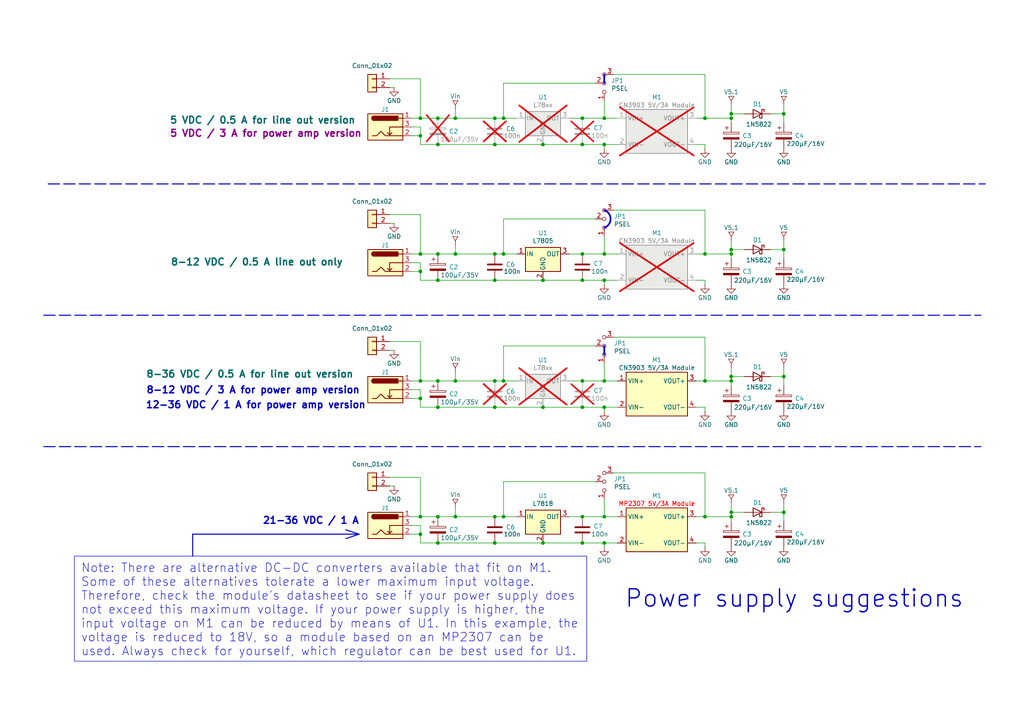
<source format=kicad_sch>
(kicad_sch
	(version 20231120)
	(generator "eeschema")
	(generator_version "8.0")
	(uuid "7b926bbb-014a-4088-b82b-02a66765e7ae")
	(paper "A4")
	(title_block
		(title "ESP32 Music Player")
		(date "2024-09-19")
		(rev "v1.0")
	)
	(lib_symbols
		(symbol "!Gloeidraad:24V"
			(power)
			(pin_names
				(offset 0)
			)
			(exclude_from_sim no)
			(in_bom yes)
			(on_board yes)
			(property "Reference" "#PWR"
				(at 0 -2.794 0)
				(effects
					(font
						(size 1.27 1.27)
					)
					(hide yes)
				)
			)
			(property "Value" "24V"
				(at 0 3.556 0)
				(effects
					(font
						(size 1.27 1.27)
					)
				)
			)
			(property "Footprint" ""
				(at 0 0 0)
				(effects
					(font
						(size 1.27 1.27)
					)
					(hide yes)
				)
			)
			(property "Datasheet" ""
				(at 0 0 0)
				(effects
					(font
						(size 1.27 1.27)
					)
					(hide yes)
				)
			)
			(property "Description" "Power symbol creates a global label with name \"24V\""
				(at 0 0 0)
				(effects
					(font
						(size 1.27 1.27)
					)
					(hide yes)
				)
			)
			(property "ki_keywords" "global power"
				(at 0 0 0)
				(effects
					(font
						(size 1.27 1.27)
					)
					(hide yes)
				)
			)
			(symbol "24V_0_1"
				(polyline
					(pts
						(xy -0.762 2.54) (xy 0 1.27)
					)
					(stroke
						(width 0)
						(type default)
					)
					(fill
						(type none)
					)
				)
				(polyline
					(pts
						(xy -0.762 2.54) (xy 0.762 2.54)
					)
					(stroke
						(width 0)
						(type default)
					)
					(fill
						(type none)
					)
				)
				(polyline
					(pts
						(xy 0 0) (xy 0 1.27)
					)
					(stroke
						(width 0)
						(type default)
					)
					(fill
						(type none)
					)
				)
				(polyline
					(pts
						(xy 0 1.27) (xy 0.762 2.54)
					)
					(stroke
						(width 0)
						(type default)
					)
					(fill
						(type none)
					)
				)
			)
			(symbol "24V_1_1"
				(pin power_in line
					(at 0 0 180)
					(length 0) hide
					(name "V24"
						(effects
							(font
								(size 1.27 1.27)
							)
						)
					)
					(number "1"
						(effects
							(font
								(size 1.27 1.27)
							)
						)
					)
				)
			)
		)
		(symbol "!Gloeidraad:5V"
			(power)
			(pin_names
				(offset 0)
			)
			(exclude_from_sim no)
			(in_bom yes)
			(on_board yes)
			(property "Reference" "#PWR"
				(at 0 -2.794 0)
				(effects
					(font
						(size 1.27 1.27)
					)
					(hide yes)
				)
			)
			(property "Value" "5V"
				(at 0 3.556 0)
				(effects
					(font
						(size 1.27 1.27)
					)
				)
			)
			(property "Footprint" ""
				(at 0 0 0)
				(effects
					(font
						(size 1.27 1.27)
					)
					(hide yes)
				)
			)
			(property "Datasheet" ""
				(at 0 0 0)
				(effects
					(font
						(size 1.27 1.27)
					)
					(hide yes)
				)
			)
			(property "Description" "Power symbol creates a global label with name \"5V\""
				(at 0 0 0)
				(effects
					(font
						(size 1.27 1.27)
					)
					(hide yes)
				)
			)
			(property "ki_keywords" "global power"
				(at 0 0 0)
				(effects
					(font
						(size 1.27 1.27)
					)
					(hide yes)
				)
			)
			(symbol "5V_0_1"
				(polyline
					(pts
						(xy -0.762 2.54) (xy 0 1.27)
					)
					(stroke
						(width 0)
						(type default)
					)
					(fill
						(type none)
					)
				)
				(polyline
					(pts
						(xy -0.762 2.54) (xy 0.762 2.54)
					)
					(stroke
						(width 0)
						(type default)
					)
					(fill
						(type none)
					)
				)
				(polyline
					(pts
						(xy 0 0) (xy 0 1.27)
					)
					(stroke
						(width 0)
						(type default)
					)
					(fill
						(type none)
					)
				)
				(polyline
					(pts
						(xy 0 1.27) (xy 0.762 2.54)
					)
					(stroke
						(width 0)
						(type default)
					)
					(fill
						(type none)
					)
				)
			)
			(symbol "5V_1_1"
				(pin power_in line
					(at 0 0 180)
					(length 0) hide
					(name "V5"
						(effects
							(font
								(size 1.27 1.27)
							)
						)
					)
					(number "1"
						(effects
							(font
								(size 1.27 1.27)
							)
						)
					)
				)
			)
		)
		(symbol "!Gloeidraad:5V1"
			(power)
			(pin_names
				(offset 0)
			)
			(exclude_from_sim no)
			(in_bom yes)
			(on_board yes)
			(property "Reference" "#PWR"
				(at 0 -2.794 0)
				(effects
					(font
						(size 1.27 1.27)
					)
					(hide yes)
				)
			)
			(property "Value" "5V1"
				(at 0 3.556 0)
				(effects
					(font
						(size 1.27 1.27)
					)
				)
			)
			(property "Footprint" ""
				(at 0 0 0)
				(effects
					(font
						(size 1.27 1.27)
					)
					(hide yes)
				)
			)
			(property "Datasheet" ""
				(at 0 0 0)
				(effects
					(font
						(size 1.27 1.27)
					)
					(hide yes)
				)
			)
			(property "Description" "Power symbol creates a global label with name \"5V1\""
				(at 0 0 0)
				(effects
					(font
						(size 1.27 1.27)
					)
					(hide yes)
				)
			)
			(property "ki_keywords" "global power"
				(at 0 0 0)
				(effects
					(font
						(size 1.27 1.27)
					)
					(hide yes)
				)
			)
			(symbol "5V1_0_1"
				(polyline
					(pts
						(xy -0.762 2.54) (xy 0 1.27)
					)
					(stroke
						(width 0)
						(type default)
					)
					(fill
						(type none)
					)
				)
				(polyline
					(pts
						(xy -0.762 2.54) (xy 0.762 2.54)
					)
					(stroke
						(width 0)
						(type default)
					)
					(fill
						(type none)
					)
				)
				(polyline
					(pts
						(xy 0 0) (xy 0 1.27)
					)
					(stroke
						(width 0)
						(type default)
					)
					(fill
						(type none)
					)
				)
				(polyline
					(pts
						(xy 0 1.27) (xy 0.762 2.54)
					)
					(stroke
						(width 0)
						(type default)
					)
					(fill
						(type none)
					)
				)
			)
			(symbol "5V1_1_1"
				(pin power_in line
					(at 0 0 180)
					(length 0) hide
					(name "V5.1"
						(effects
							(font
								(size 1.27 1.27)
							)
						)
					)
					(number "1"
						(effects
							(font
								(size 1.27 1.27)
							)
						)
					)
				)
			)
		)
		(symbol "!Gloeidraad:Jumper_3_type_2"
			(pin_names
				(offset 0) hide)
			(exclude_from_sim yes)
			(in_bom no)
			(on_board yes)
			(property "Reference" "JP"
				(at 2.54 -2.286 0)
				(effects
					(font
						(size 1.27 1.27)
					)
				)
			)
			(property "Value" "Jumper_3_type_2"
				(at 0 2.794 0)
				(effects
					(font
						(size 1.27 1.27)
					)
				)
			)
			(property "Footprint" ""
				(at 0 0 0)
				(effects
					(font
						(size 1.27 1.27)
					)
					(hide yes)
				)
			)
			(property "Datasheet" "~"
				(at 0 0 0)
				(effects
					(font
						(size 1.27 1.27)
					)
					(hide yes)
				)
			)
			(property "Description" "Jumper, 3-pole, both open"
				(at 0.254 0 0)
				(effects
					(font
						(size 1.27 1.27)
					)
					(hide yes)
				)
			)
			(property "ki_keywords" "Jumper SPDT"
				(at 0 0 0)
				(effects
					(font
						(size 1.27 1.27)
					)
					(hide yes)
				)
			)
			(property "ki_fp_filters" "Jumper* TestPoint*3Pads* TestPoint*Bridge*"
				(at 0 0 0)
				(effects
					(font
						(size 1.27 1.27)
					)
					(hide yes)
				)
			)
			(symbol "Jumper_3_type_2_0_0"
				(circle
					(center -2.54 0)
					(radius 0.508)
					(stroke
						(width 0)
						(type default)
					)
					(fill
						(type none)
					)
				)
				(circle
					(center 0 0)
					(radius 0.508)
					(stroke
						(width 0)
						(type default)
					)
					(fill
						(type none)
					)
				)
				(circle
					(center 2.54 0)
					(radius 0.508)
					(stroke
						(width 0)
						(type default)
					)
					(fill
						(type none)
					)
				)
			)
			(symbol "Jumper_3_type_2_1_1"
				(pin passive line
					(at -5.08 0 0)
					(length 2)
					(name "A"
						(effects
							(font
								(size 1.27 1.27)
							)
						)
					)
					(number "1"
						(effects
							(font
								(size 1.27 1.27)
							)
						)
					)
				)
				(pin passive line
					(at 0 -2.54 90)
					(length 2)
					(name "C"
						(effects
							(font
								(size 1.27 1.27)
							)
						)
					)
					(number "2"
						(effects
							(font
								(size 1.27 1.27)
							)
						)
					)
				)
				(pin passive line
					(at 2.54 2.54 270)
					(length 2)
					(name "B"
						(effects
							(font
								(size 1.27 1.27)
							)
						)
					)
					(number "3"
						(effects
							(font
								(size 1.27 1.27)
							)
						)
					)
				)
			)
		)
		(symbol "!Gloeidraad:MOD-DCDC-CN3903"
			(exclude_from_sim no)
			(in_bom yes)
			(on_board yes)
			(property "Reference" "M6"
				(at -8.89 6.35 0)
				(effects
					(font
						(size 1.27 1.27)
					)
					(justify left bottom)
				)
			)
			(property "Value" "CN3903 5V/3A Module"
				(at -8.89 -8.89 0)
				(effects
					(font
						(size 1.27 1.27)
					)
					(justify left bottom)
				)
			)
			(property "Footprint" "_Otto1:MOD-DC-DC-DUAL"
				(at -0.635 0 0)
				(effects
					(font
						(size 1.27 1.27)
					)
					(hide yes)
				)
			)
			(property "Datasheet" ""
				(at -8.89 6.35 0)
				(effects
					(font
						(size 1.27 1.27)
					)
					(hide yes)
				)
			)
			(property "Description" ""
				(at 0 0 0)
				(effects
					(font
						(size 1.27 1.27)
					)
					(hide yes)
				)
			)
			(property "PCB FOOTPRINT" "MOD-DC-DC-DUAL"
				(at -228.6 -195.58 0)
				(effects
					(font
						(size 1.27 1.27)
					)
					(justify left bottom)
					(hide yes)
				)
			)
			(property "ki_fp_filters" "MOD-DC-DC-DUAL"
				(at 0 0 0)
				(effects
					(font
						(size 1.27 1.27)
					)
					(hide yes)
				)
			)
			(symbol "MOD-DCDC-CN3903_1_0"
				(rectangle
					(start 8.89 6.35)
					(end -8.89 -6.35)
					(stroke
						(width 0.254)
						(type solid)
					)
					(fill
						(type background)
					)
				)
				(pin passive line
					(at -11.43 3.81 0)
					(length 2.54)
					(name "VIN+"
						(effects
							(font
								(size 1.27 1.27)
							)
						)
					)
					(number "1"
						(effects
							(font
								(size 1.27 1.27)
							)
						)
					)
				)
				(pin passive line
					(at -11.43 -3.81 0)
					(length 2.54)
					(name "VIN-"
						(effects
							(font
								(size 1.27 1.27)
							)
						)
					)
					(number "2"
						(effects
							(font
								(size 1.27 1.27)
							)
						)
					)
				)
				(pin passive line
					(at 11.43 3.81 180)
					(length 2.54)
					(name "VOUT+"
						(effects
							(font
								(size 1.27 1.27)
							)
						)
					)
					(number "3"
						(effects
							(font
								(size 1.27 1.27)
							)
						)
					)
				)
				(pin passive line
					(at 11.43 -3.81 180)
					(length 2.54)
					(name "VOUT-"
						(effects
							(font
								(size 1.27 1.27)
							)
						)
					)
					(number "4"
						(effects
							(font
								(size 1.27 1.27)
							)
						)
					)
				)
			)
		)
		(symbol "Connector:Barrel_Jack_Switch"
			(pin_names hide)
			(exclude_from_sim no)
			(in_bom yes)
			(on_board yes)
			(property "Reference" "J"
				(at 0 5.334 0)
				(effects
					(font
						(size 1.27 1.27)
					)
				)
			)
			(property "Value" "Barrel_Jack_Switch"
				(at 0 -5.08 0)
				(effects
					(font
						(size 1.27 1.27)
					)
				)
			)
			(property "Footprint" ""
				(at 1.27 -1.016 0)
				(effects
					(font
						(size 1.27 1.27)
					)
					(hide yes)
				)
			)
			(property "Datasheet" "~"
				(at 1.27 -1.016 0)
				(effects
					(font
						(size 1.27 1.27)
					)
					(hide yes)
				)
			)
			(property "Description" "DC Barrel Jack with an internal switch"
				(at 0 0 0)
				(effects
					(font
						(size 1.27 1.27)
					)
					(hide yes)
				)
			)
			(property "ki_keywords" "DC power barrel jack connector"
				(at 0 0 0)
				(effects
					(font
						(size 1.27 1.27)
					)
					(hide yes)
				)
			)
			(property "ki_fp_filters" "BarrelJack*"
				(at 0 0 0)
				(effects
					(font
						(size 1.27 1.27)
					)
					(hide yes)
				)
			)
			(symbol "Barrel_Jack_Switch_0_1"
				(rectangle
					(start -5.08 3.81)
					(end 5.08 -3.81)
					(stroke
						(width 0.254)
						(type default)
					)
					(fill
						(type background)
					)
				)
				(arc
					(start -3.302 3.175)
					(mid -3.9343 2.54)
					(end -3.302 1.905)
					(stroke
						(width 0.254)
						(type default)
					)
					(fill
						(type none)
					)
				)
				(arc
					(start -3.302 3.175)
					(mid -3.9343 2.54)
					(end -3.302 1.905)
					(stroke
						(width 0.254)
						(type default)
					)
					(fill
						(type outline)
					)
				)
				(polyline
					(pts
						(xy 1.27 -2.286) (xy 1.905 -1.651)
					)
					(stroke
						(width 0.254)
						(type default)
					)
					(fill
						(type none)
					)
				)
				(polyline
					(pts
						(xy 5.08 2.54) (xy 3.81 2.54)
					)
					(stroke
						(width 0.254)
						(type default)
					)
					(fill
						(type none)
					)
				)
				(polyline
					(pts
						(xy 5.08 0) (xy 1.27 0) (xy 1.27 -2.286) (xy 0.635 -1.651)
					)
					(stroke
						(width 0.254)
						(type default)
					)
					(fill
						(type none)
					)
				)
				(polyline
					(pts
						(xy -3.81 -2.54) (xy -2.54 -2.54) (xy -1.27 -1.27) (xy 0 -2.54) (xy 2.54 -2.54) (xy 5.08 -2.54)
					)
					(stroke
						(width 0.254)
						(type default)
					)
					(fill
						(type none)
					)
				)
				(rectangle
					(start 3.683 3.175)
					(end -3.302 1.905)
					(stroke
						(width 0.254)
						(type default)
					)
					(fill
						(type outline)
					)
				)
			)
			(symbol "Barrel_Jack_Switch_1_1"
				(pin passive line
					(at 7.62 2.54 180)
					(length 2.54)
					(name "~"
						(effects
							(font
								(size 1.27 1.27)
							)
						)
					)
					(number "1"
						(effects
							(font
								(size 1.27 1.27)
							)
						)
					)
				)
				(pin passive line
					(at 7.62 -2.54 180)
					(length 2.54)
					(name "~"
						(effects
							(font
								(size 1.27 1.27)
							)
						)
					)
					(number "2"
						(effects
							(font
								(size 1.27 1.27)
							)
						)
					)
				)
				(pin passive line
					(at 7.62 0 180)
					(length 2.54)
					(name "~"
						(effects
							(font
								(size 1.27 1.27)
							)
						)
					)
					(number "3"
						(effects
							(font
								(size 1.27 1.27)
							)
						)
					)
				)
			)
		)
		(symbol "Connector_Generic:Conn_01x02"
			(pin_names
				(offset 1.016) hide)
			(exclude_from_sim no)
			(in_bom yes)
			(on_board yes)
			(property "Reference" "J"
				(at 0 2.54 0)
				(effects
					(font
						(size 1.27 1.27)
					)
				)
			)
			(property "Value" "Conn_01x02"
				(at 0 -5.08 0)
				(effects
					(font
						(size 1.27 1.27)
					)
				)
			)
			(property "Footprint" ""
				(at 0 0 0)
				(effects
					(font
						(size 1.27 1.27)
					)
					(hide yes)
				)
			)
			(property "Datasheet" "~"
				(at 0 0 0)
				(effects
					(font
						(size 1.27 1.27)
					)
					(hide yes)
				)
			)
			(property "Description" "Generic connector, single row, 01x02, script generated (kicad-library-utils/schlib/autogen/connector/)"
				(at 0 0 0)
				(effects
					(font
						(size 1.27 1.27)
					)
					(hide yes)
				)
			)
			(property "ki_keywords" "connector"
				(at 0 0 0)
				(effects
					(font
						(size 1.27 1.27)
					)
					(hide yes)
				)
			)
			(property "ki_fp_filters" "Connector*:*_1x??_*"
				(at 0 0 0)
				(effects
					(font
						(size 1.27 1.27)
					)
					(hide yes)
				)
			)
			(symbol "Conn_01x02_1_1"
				(rectangle
					(start -1.27 -2.413)
					(end 0 -2.667)
					(stroke
						(width 0.1524)
						(type default)
					)
					(fill
						(type none)
					)
				)
				(rectangle
					(start -1.27 0.127)
					(end 0 -0.127)
					(stroke
						(width 0.1524)
						(type default)
					)
					(fill
						(type none)
					)
				)
				(rectangle
					(start -1.27 1.27)
					(end 1.27 -3.81)
					(stroke
						(width 0.254)
						(type default)
					)
					(fill
						(type background)
					)
				)
				(pin passive line
					(at -5.08 0 0)
					(length 3.81)
					(name "Pin_1"
						(effects
							(font
								(size 1.27 1.27)
							)
						)
					)
					(number "1"
						(effects
							(font
								(size 1.27 1.27)
							)
						)
					)
				)
				(pin passive line
					(at -5.08 -2.54 0)
					(length 3.81)
					(name "Pin_2"
						(effects
							(font
								(size 1.27 1.27)
							)
						)
					)
					(number "2"
						(effects
							(font
								(size 1.27 1.27)
							)
						)
					)
				)
			)
		)
		(symbol "Device:C"
			(pin_numbers hide)
			(pin_names
				(offset 0.254)
			)
			(exclude_from_sim no)
			(in_bom yes)
			(on_board yes)
			(property "Reference" "C"
				(at 0.635 2.54 0)
				(effects
					(font
						(size 1.27 1.27)
					)
					(justify left)
				)
			)
			(property "Value" "C"
				(at 0.635 -2.54 0)
				(effects
					(font
						(size 1.27 1.27)
					)
					(justify left)
				)
			)
			(property "Footprint" ""
				(at 0.9652 -3.81 0)
				(effects
					(font
						(size 1.27 1.27)
					)
					(hide yes)
				)
			)
			(property "Datasheet" "~"
				(at 0 0 0)
				(effects
					(font
						(size 1.27 1.27)
					)
					(hide yes)
				)
			)
			(property "Description" "Unpolarized capacitor"
				(at 0 0 0)
				(effects
					(font
						(size 1.27 1.27)
					)
					(hide yes)
				)
			)
			(property "ki_keywords" "cap capacitor"
				(at 0 0 0)
				(effects
					(font
						(size 1.27 1.27)
					)
					(hide yes)
				)
			)
			(property "ki_fp_filters" "C_*"
				(at 0 0 0)
				(effects
					(font
						(size 1.27 1.27)
					)
					(hide yes)
				)
			)
			(symbol "C_0_1"
				(polyline
					(pts
						(xy -2.032 -0.762) (xy 2.032 -0.762)
					)
					(stroke
						(width 0.508)
						(type default)
					)
					(fill
						(type none)
					)
				)
				(polyline
					(pts
						(xy -2.032 0.762) (xy 2.032 0.762)
					)
					(stroke
						(width 0.508)
						(type default)
					)
					(fill
						(type none)
					)
				)
			)
			(symbol "C_1_1"
				(pin passive line
					(at 0 3.81 270)
					(length 2.794)
					(name "~"
						(effects
							(font
								(size 1.27 1.27)
							)
						)
					)
					(number "1"
						(effects
							(font
								(size 1.27 1.27)
							)
						)
					)
				)
				(pin passive line
					(at 0 -3.81 90)
					(length 2.794)
					(name "~"
						(effects
							(font
								(size 1.27 1.27)
							)
						)
					)
					(number "2"
						(effects
							(font
								(size 1.27 1.27)
							)
						)
					)
				)
			)
		)
		(symbol "Device:C_Polarized"
			(pin_numbers hide)
			(pin_names
				(offset 0.254)
			)
			(exclude_from_sim no)
			(in_bom yes)
			(on_board yes)
			(property "Reference" "C"
				(at 0.635 2.54 0)
				(effects
					(font
						(size 1.27 1.27)
					)
					(justify left)
				)
			)
			(property "Value" "C_Polarized"
				(at 0.635 -2.54 0)
				(effects
					(font
						(size 1.27 1.27)
					)
					(justify left)
				)
			)
			(property "Footprint" ""
				(at 0.9652 -3.81 0)
				(effects
					(font
						(size 1.27 1.27)
					)
					(hide yes)
				)
			)
			(property "Datasheet" "~"
				(at 0 0 0)
				(effects
					(font
						(size 1.27 1.27)
					)
					(hide yes)
				)
			)
			(property "Description" "Polarized capacitor"
				(at 0 0 0)
				(effects
					(font
						(size 1.27 1.27)
					)
					(hide yes)
				)
			)
			(property "ki_keywords" "cap capacitor"
				(at 0 0 0)
				(effects
					(font
						(size 1.27 1.27)
					)
					(hide yes)
				)
			)
			(property "ki_fp_filters" "CP_*"
				(at 0 0 0)
				(effects
					(font
						(size 1.27 1.27)
					)
					(hide yes)
				)
			)
			(symbol "C_Polarized_0_1"
				(rectangle
					(start -2.286 0.508)
					(end 2.286 1.016)
					(stroke
						(width 0)
						(type default)
					)
					(fill
						(type none)
					)
				)
				(polyline
					(pts
						(xy -1.778 2.286) (xy -0.762 2.286)
					)
					(stroke
						(width 0)
						(type default)
					)
					(fill
						(type none)
					)
				)
				(polyline
					(pts
						(xy -1.27 2.794) (xy -1.27 1.778)
					)
					(stroke
						(width 0)
						(type default)
					)
					(fill
						(type none)
					)
				)
				(rectangle
					(start 2.286 -0.508)
					(end -2.286 -1.016)
					(stroke
						(width 0)
						(type default)
					)
					(fill
						(type outline)
					)
				)
			)
			(symbol "C_Polarized_1_1"
				(pin passive line
					(at 0 3.81 270)
					(length 2.794)
					(name "~"
						(effects
							(font
								(size 1.27 1.27)
							)
						)
					)
					(number "1"
						(effects
							(font
								(size 1.27 1.27)
							)
						)
					)
				)
				(pin passive line
					(at 0 -3.81 90)
					(length 2.794)
					(name "~"
						(effects
							(font
								(size 1.27 1.27)
							)
						)
					)
					(number "2"
						(effects
							(font
								(size 1.27 1.27)
							)
						)
					)
				)
			)
		)
		(symbol "Diode:1N5712UR"
			(pin_numbers hide)
			(pin_names
				(offset 1.016) hide)
			(exclude_from_sim no)
			(in_bom yes)
			(on_board yes)
			(property "Reference" "D"
				(at 0 2.54 0)
				(effects
					(font
						(size 1.27 1.27)
					)
				)
			)
			(property "Value" "1N5712UR"
				(at 0 -2.54 0)
				(effects
					(font
						(size 1.27 1.27)
					)
				)
			)
			(property "Footprint" "Diode_SMD:D_MELF"
				(at 0 -4.445 0)
				(effects
					(font
						(size 1.27 1.27)
					)
					(hide yes)
				)
			)
			(property "Datasheet" "https://www.microsemi.com/document-portal/doc_download/131890-lds-0040-1-datasheet"
				(at 0 0 0)
				(effects
					(font
						(size 1.27 1.27)
					)
					(hide yes)
				)
			)
			(property "Description" "20V 75mA Schottky diode, MELF(DO-213AA)"
				(at 0 0 0)
				(effects
					(font
						(size 1.27 1.27)
					)
					(hide yes)
				)
			)
			(property "ki_keywords" "diode Schottky"
				(at 0 0 0)
				(effects
					(font
						(size 1.27 1.27)
					)
					(hide yes)
				)
			)
			(property "ki_fp_filters" "D?MELF*"
				(at 0 0 0)
				(effects
					(font
						(size 1.27 1.27)
					)
					(hide yes)
				)
			)
			(symbol "1N5712UR_0_1"
				(polyline
					(pts
						(xy 1.27 0) (xy -1.27 0)
					)
					(stroke
						(width 0)
						(type default)
					)
					(fill
						(type none)
					)
				)
				(polyline
					(pts
						(xy 1.27 1.27) (xy 1.27 -1.27) (xy -1.27 0) (xy 1.27 1.27)
					)
					(stroke
						(width 0.254)
						(type default)
					)
					(fill
						(type none)
					)
				)
				(polyline
					(pts
						(xy -1.905 0.635) (xy -1.905 1.27) (xy -1.27 1.27) (xy -1.27 -1.27) (xy -0.635 -1.27) (xy -0.635 -0.635)
					)
					(stroke
						(width 0.254)
						(type default)
					)
					(fill
						(type none)
					)
				)
			)
			(symbol "1N5712UR_1_1"
				(pin passive line
					(at -3.81 0 0)
					(length 2.54)
					(name "K"
						(effects
							(font
								(size 1.27 1.27)
							)
						)
					)
					(number "1"
						(effects
							(font
								(size 1.27 1.27)
							)
						)
					)
				)
				(pin passive line
					(at 3.81 0 180)
					(length 2.54)
					(name "A"
						(effects
							(font
								(size 1.27 1.27)
							)
						)
					)
					(number "2"
						(effects
							(font
								(size 1.27 1.27)
							)
						)
					)
				)
			)
		)
		(symbol "Regulator_Linear:L7818"
			(pin_names
				(offset 0.254)
			)
			(exclude_from_sim no)
			(in_bom yes)
			(on_board yes)
			(property "Reference" "U"
				(at -3.81 3.175 0)
				(effects
					(font
						(size 1.27 1.27)
					)
				)
			)
			(property "Value" "L7818"
				(at 0 3.175 0)
				(effects
					(font
						(size 1.27 1.27)
					)
					(justify left)
				)
			)
			(property "Footprint" ""
				(at 0.635 -3.81 0)
				(effects
					(font
						(size 1.27 1.27)
						(italic yes)
					)
					(justify left)
					(hide yes)
				)
			)
			(property "Datasheet" "http://www.st.com/content/ccc/resource/technical/document/datasheet/41/4f/b3/b0/12/d4/47/88/CD00000444.pdf/files/CD00000444.pdf/jcr:content/translations/en.CD00000444.pdf"
				(at 0 -1.27 0)
				(effects
					(font
						(size 1.27 1.27)
					)
					(hide yes)
				)
			)
			(property "Description" "Positive 1.5A 35V Linear Regulator, Fixed Output 18V, TO-220/TO-263/TO-252"
				(at 0 0 0)
				(effects
					(font
						(size 1.27 1.27)
					)
					(hide yes)
				)
			)
			(property "ki_keywords" "Voltage Regulator 1.5A Positive"
				(at 0 0 0)
				(effects
					(font
						(size 1.27 1.27)
					)
					(hide yes)
				)
			)
			(property "ki_fp_filters" "TO?252* TO?263* TO?220*"
				(at 0 0 0)
				(effects
					(font
						(size 1.27 1.27)
					)
					(hide yes)
				)
			)
			(symbol "L7818_0_1"
				(rectangle
					(start -5.08 1.905)
					(end 5.08 -5.08)
					(stroke
						(width 0.254)
						(type default)
					)
					(fill
						(type background)
					)
				)
			)
			(symbol "L7818_1_1"
				(pin power_in line
					(at -7.62 0 0)
					(length 2.54)
					(name "IN"
						(effects
							(font
								(size 1.27 1.27)
							)
						)
					)
					(number "1"
						(effects
							(font
								(size 1.27 1.27)
							)
						)
					)
				)
				(pin power_in line
					(at 0 -7.62 90)
					(length 2.54)
					(name "GND"
						(effects
							(font
								(size 1.27 1.27)
							)
						)
					)
					(number "2"
						(effects
							(font
								(size 1.27 1.27)
							)
						)
					)
				)
				(pin power_out line
					(at 7.62 0 180)
					(length 2.54)
					(name "OUT"
						(effects
							(font
								(size 1.27 1.27)
							)
						)
					)
					(number "3"
						(effects
							(font
								(size 1.27 1.27)
							)
						)
					)
				)
			)
		)
		(symbol "power:GND"
			(power)
			(pin_numbers hide)
			(pin_names
				(offset 0) hide)
			(exclude_from_sim no)
			(in_bom yes)
			(on_board yes)
			(property "Reference" "#PWR"
				(at 0 -6.35 0)
				(effects
					(font
						(size 1.27 1.27)
					)
					(hide yes)
				)
			)
			(property "Value" "GND"
				(at 0 -3.81 0)
				(effects
					(font
						(size 1.27 1.27)
					)
				)
			)
			(property "Footprint" ""
				(at 0 0 0)
				(effects
					(font
						(size 1.27 1.27)
					)
					(hide yes)
				)
			)
			(property "Datasheet" ""
				(at 0 0 0)
				(effects
					(font
						(size 1.27 1.27)
					)
					(hide yes)
				)
			)
			(property "Description" "Power symbol creates a global label with name \"GND\" , ground"
				(at 0 0 0)
				(effects
					(font
						(size 1.27 1.27)
					)
					(hide yes)
				)
			)
			(property "ki_keywords" "global power"
				(at 0 0 0)
				(effects
					(font
						(size 1.27 1.27)
					)
					(hide yes)
				)
			)
			(symbol "GND_0_1"
				(polyline
					(pts
						(xy 0 0) (xy 0 -1.27) (xy 1.27 -1.27) (xy 0 -2.54) (xy -1.27 -1.27) (xy 0 -1.27)
					)
					(stroke
						(width 0)
						(type default)
					)
					(fill
						(type none)
					)
				)
			)
			(symbol "GND_1_1"
				(pin power_in line
					(at 0 0 270)
					(length 0)
					(name "~"
						(effects
							(font
								(size 1.27 1.27)
							)
						)
					)
					(number "1"
						(effects
							(font
								(size 1.27 1.27)
							)
						)
					)
				)
			)
		)
	)
	(junction
		(at 204.47 149.86)
		(diameter 0)
		(color 0 0 0 0)
		(uuid "057c4231-2168-4e85-a539-7d8c212d75d5")
	)
	(junction
		(at 168.91 73.66)
		(diameter 0)
		(color 0 0 0 0)
		(uuid "0ac57a67-4e7c-4c8d-aef8-1094b6a48c26")
	)
	(junction
		(at 175.26 110.49)
		(diameter 0)
		(color 0 0 0 0)
		(uuid "14ec2bae-8e3e-4242-a6a6-524214aa0a83")
	)
	(junction
		(at 204.47 110.49)
		(diameter 0)
		(color 0 0 0 0)
		(uuid "179f7ae0-3178-4d7d-962e-edf065136057")
	)
	(junction
		(at 127 41.91)
		(diameter 0)
		(color 0 0 0 0)
		(uuid "17cd9f12-23e0-47b7-b934-3588e789e419")
	)
	(junction
		(at 127 149.86)
		(diameter 0)
		(color 0 0 0 0)
		(uuid "21c850a6-bac2-4700-94eb-73f23a3b00ed")
	)
	(junction
		(at 212.09 73.66)
		(diameter 0)
		(color 0 0 0 0)
		(uuid "22b5219b-4997-474a-917c-90f90df928bd")
	)
	(junction
		(at 143.51 157.48)
		(diameter 0)
		(color 0 0 0 0)
		(uuid "22c71233-2dc1-47fc-9b5f-64b7ec083d47")
	)
	(junction
		(at 212.09 148.59)
		(diameter 0)
		(color 0 0 0 0)
		(uuid "26fab638-6235-472c-90c5-fd7ddce60fd8")
	)
	(junction
		(at 157.48 81.28)
		(diameter 0)
		(color 0 0 0 0)
		(uuid "274d5208-7182-4f11-aec0-f0108cb0be09")
	)
	(junction
		(at 121.92 39.37)
		(diameter 0)
		(color 0 0 0 0)
		(uuid "275ed6ac-8163-46f9-859a-e9cb3d0b7a83")
	)
	(junction
		(at 127 157.48)
		(diameter 0)
		(color 0 0 0 0)
		(uuid "27b29a15-2e56-45f6-8c81-8e6b9b06ea49")
	)
	(junction
		(at 168.91 41.91)
		(diameter 0)
		(color 0 0 0 0)
		(uuid "294300f2-df39-4071-be9e-ccf1494e1be6")
	)
	(junction
		(at 143.51 73.66)
		(diameter 0)
		(color 0 0 0 0)
		(uuid "2a32c89f-2909-4764-9243-e01962efa4f1")
	)
	(junction
		(at 227.33 148.59)
		(diameter 0)
		(color 0 0 0 0)
		(uuid "2d0624f8-3ae4-44c0-b17a-376ec23a8fdf")
	)
	(junction
		(at 212.09 109.22)
		(diameter 0)
		(color 0 0 0 0)
		(uuid "2f125dee-99d5-48fd-bfd7-0e13e9b1f287")
	)
	(junction
		(at 132.08 149.86)
		(diameter 0)
		(color 0 0 0 0)
		(uuid "364a32bd-b26c-4521-9e10-29bb4ba4b31f")
	)
	(junction
		(at 143.51 118.11)
		(diameter 0)
		(color 0 0 0 0)
		(uuid "3a234c3c-b635-4673-966b-d4a979fdb918")
	)
	(junction
		(at 127 110.49)
		(diameter 0)
		(color 0 0 0 0)
		(uuid "3cd551c2-4d42-46ef-ba19-3101cbfb9b92")
	)
	(junction
		(at 121.92 73.66)
		(diameter 0)
		(color 0 0 0 0)
		(uuid "40f36c36-c75d-4148-ab35-15989179958b")
	)
	(junction
		(at 212.09 149.86)
		(diameter 0)
		(color 0 0 0 0)
		(uuid "454c3f1d-a846-4871-84ca-d5141c2f2dee")
	)
	(junction
		(at 168.91 34.29)
		(diameter 0)
		(color 0 0 0 0)
		(uuid "4c704fb4-cb98-47ef-b9dd-a4b1183b0a14")
	)
	(junction
		(at 121.92 154.94)
		(diameter 0)
		(color 0 0 0 0)
		(uuid "4e621a01-293c-47cd-81ec-6ee4233fed0a")
	)
	(junction
		(at 168.91 118.11)
		(diameter 0)
		(color 0 0 0 0)
		(uuid "5716728f-c48c-48f8-b57e-b37cd6731fb5")
	)
	(junction
		(at 204.47 34.29)
		(diameter 0)
		(color 0 0 0 0)
		(uuid "5a7b1575-e4d9-4dba-8d90-a7ccaf5e4fea")
	)
	(junction
		(at 157.48 157.48)
		(diameter 0)
		(color 0 0 0 0)
		(uuid "6245ae3f-b22e-4b77-9ee0-5fb1e9e0457e")
	)
	(junction
		(at 121.92 149.86)
		(diameter 0)
		(color 0 0 0 0)
		(uuid "6362c674-0597-4fa9-b57a-7b8198fae55a")
	)
	(junction
		(at 146.05 34.29)
		(diameter 0)
		(color 0 0 0 0)
		(uuid "65f87b06-9720-4daf-93e8-d447ba5eada7")
	)
	(junction
		(at 132.08 110.49)
		(diameter 0)
		(color 0 0 0 0)
		(uuid "74ec07f6-49e3-4acf-85b0-096e01326284")
	)
	(junction
		(at 175.26 157.48)
		(diameter 0)
		(color 0 0 0 0)
		(uuid "76258e3e-05bf-4384-ad1a-aa0c93585131")
	)
	(junction
		(at 212.09 72.39)
		(diameter 0)
		(color 0 0 0 0)
		(uuid "8003b607-c431-4cd1-84e5-71d2829b89ee")
	)
	(junction
		(at 121.92 34.29)
		(diameter 0)
		(color 0 0 0 0)
		(uuid "817d1515-865a-4788-a3b7-5bb324bcf310")
	)
	(junction
		(at 127 73.66)
		(diameter 0)
		(color 0 0 0 0)
		(uuid "85f90791-d8d8-4f29-8589-c83b4a724c86")
	)
	(junction
		(at 227.33 109.22)
		(diameter 0)
		(color 0 0 0 0)
		(uuid "8c539ada-3300-4a66-a772-55497e1c536c")
	)
	(junction
		(at 127 34.29)
		(diameter 0)
		(color 0 0 0 0)
		(uuid "9c609542-66d8-4c1e-9f02-3202c27a2694")
	)
	(junction
		(at 146.05 110.49)
		(diameter 0)
		(color 0 0 0 0)
		(uuid "9eb171c0-6b00-4f4a-b686-87b5534ce95e")
	)
	(junction
		(at 157.48 118.11)
		(diameter 0)
		(color 0 0 0 0)
		(uuid "a05765f1-59bf-484a-8b6f-5dceafd73909")
	)
	(junction
		(at 212.09 34.29)
		(diameter 0)
		(color 0 0 0 0)
		(uuid "a1f1ed8d-1773-4305-8403-19fe5aded7c3")
	)
	(junction
		(at 121.92 110.49)
		(diameter 0)
		(color 0 0 0 0)
		(uuid "a48c085f-5eb2-4eb4-b60d-4505acdc96ec")
	)
	(junction
		(at 143.51 110.49)
		(diameter 0)
		(color 0 0 0 0)
		(uuid "ad886537-6d25-466c-8cae-aab795793699")
	)
	(junction
		(at 143.51 149.86)
		(diameter 0)
		(color 0 0 0 0)
		(uuid "b077b39b-70bf-4d5e-a113-f4d8c63a4717")
	)
	(junction
		(at 212.09 110.49)
		(diameter 0)
		(color 0 0 0 0)
		(uuid "b0ffc471-da0f-41cf-a6fb-b21f0db5ad8e")
	)
	(junction
		(at 227.33 33.02)
		(diameter 0)
		(color 0 0 0 0)
		(uuid "b3fb7ecc-1365-4b63-bfc9-6f9e9024860d")
	)
	(junction
		(at 168.91 110.49)
		(diameter 0)
		(color 0 0 0 0)
		(uuid "b58b2db3-c083-4cb9-a981-b1dd225b8cf2")
	)
	(junction
		(at 132.08 73.66)
		(diameter 0)
		(color 0 0 0 0)
		(uuid "b65d3e21-43f0-4604-af72-1c1107c6f6aa")
	)
	(junction
		(at 168.91 157.48)
		(diameter 0)
		(color 0 0 0 0)
		(uuid "b911c639-1ff5-4d04-9e44-cd1d8be59434")
	)
	(junction
		(at 175.26 34.29)
		(diameter 0)
		(color 0 0 0 0)
		(uuid "bc8659c0-a539-42f8-9489-8a8e5a0b8fb7")
	)
	(junction
		(at 175.26 81.28)
		(diameter 0)
		(color 0 0 0 0)
		(uuid "be6a66b6-a15b-41f4-8136-af4fe5c2c18b")
	)
	(junction
		(at 175.26 149.86)
		(diameter 0)
		(color 0 0 0 0)
		(uuid "bf8eb915-b127-41b1-b0d9-0e3cc8526576")
	)
	(junction
		(at 168.91 149.86)
		(diameter 0)
		(color 0 0 0 0)
		(uuid "c25a3c78-39e3-40e6-a065-d7fb5e4b66b6")
	)
	(junction
		(at 204.47 73.66)
		(diameter 0)
		(color 0 0 0 0)
		(uuid "ca99a9b4-b00e-448f-a030-c9f470f4a99f")
	)
	(junction
		(at 227.33 72.39)
		(diameter 0)
		(color 0 0 0 0)
		(uuid "ccdc5e1c-1572-4ebc-9ea0-67244b158435")
	)
	(junction
		(at 121.92 78.74)
		(diameter 0)
		(color 0 0 0 0)
		(uuid "cf2c33d1-369f-474b-8f14-c2d52d20ee91")
	)
	(junction
		(at 132.08 34.29)
		(diameter 0)
		(color 0 0 0 0)
		(uuid "cfb78c59-e4fb-4452-85db-92355d948ada")
	)
	(junction
		(at 143.51 41.91)
		(diameter 0)
		(color 0 0 0 0)
		(uuid "d2a03c81-b558-489a-9cbc-015997160a15")
	)
	(junction
		(at 212.09 33.02)
		(diameter 0)
		(color 0 0 0 0)
		(uuid "d338279c-6741-4693-af32-dbbc74d8dffa")
	)
	(junction
		(at 127 81.28)
		(diameter 0)
		(color 0 0 0 0)
		(uuid "dde8b207-6e0c-41fe-a14e-5e20ed4b02c9")
	)
	(junction
		(at 121.92 115.57)
		(diameter 0)
		(color 0 0 0 0)
		(uuid "df4dbdb8-a284-4885-a6bf-812c5875de81")
	)
	(junction
		(at 175.26 41.91)
		(diameter 0)
		(color 0 0 0 0)
		(uuid "df6804f2-b9cf-4dcc-9ed7-937029d9d0a0")
	)
	(junction
		(at 168.91 81.28)
		(diameter 0)
		(color 0 0 0 0)
		(uuid "e18edc6f-5399-4b2e-ab99-4f6a6fc76a57")
	)
	(junction
		(at 175.26 118.11)
		(diameter 0)
		(color 0 0 0 0)
		(uuid "e694547f-e9f5-4262-8417-f9bae3b9f43d")
	)
	(junction
		(at 175.26 73.66)
		(diameter 0)
		(color 0 0 0 0)
		(uuid "e7bd6590-2a5a-4bee-bce8-d2095382f061")
	)
	(junction
		(at 146.05 73.66)
		(diameter 0)
		(color 0 0 0 0)
		(uuid "e96c1e97-d79d-4e0b-b585-24309cfc33b6")
	)
	(junction
		(at 157.48 41.91)
		(diameter 0)
		(color 0 0 0 0)
		(uuid "f3a6bf7b-a907-4d82-8276-1806d4ead09c")
	)
	(junction
		(at 143.51 81.28)
		(diameter 0)
		(color 0 0 0 0)
		(uuid "f3fe79bf-93c2-4eb3-82a5-db0c2849af57")
	)
	(junction
		(at 146.05 149.86)
		(diameter 0)
		(color 0 0 0 0)
		(uuid "f549b107-205b-4b02-8771-a2c8bc81abe4")
	)
	(junction
		(at 127 118.11)
		(diameter 0)
		(color 0 0 0 0)
		(uuid "f70df497-e85d-4eed-b4d2-ea1d1528a3c9")
	)
	(junction
		(at 143.51 34.29)
		(diameter 0)
		(color 0 0 0 0)
		(uuid "f84d14ac-9587-429d-9126-85ac7f142497")
	)
	(wire
		(pts
			(xy 127 149.86) (xy 132.08 149.86)
		)
		(stroke
			(width 0)
			(type default)
		)
		(uuid "006b9505-4ab4-4250-a111-f0ab7f425e98")
	)
	(wire
		(pts
			(xy 121.92 22.86) (xy 121.92 34.29)
		)
		(stroke
			(width 0)
			(type default)
		)
		(uuid "0154a45a-234d-4262-943d-151da1cad3ef")
	)
	(wire
		(pts
			(xy 127 73.66) (xy 132.08 73.66)
		)
		(stroke
			(width 0)
			(type default)
		)
		(uuid "02d795c8-b027-4431-bc97-7ab439f97a7c")
	)
	(wire
		(pts
			(xy 121.92 81.28) (xy 127 81.28)
		)
		(stroke
			(width 0)
			(type default)
		)
		(uuid "0352e8e0-c2cc-472d-8b0a-cc16cf651376")
	)
	(wire
		(pts
			(xy 143.51 81.28) (xy 157.48 81.28)
		)
		(stroke
			(width 0)
			(type default)
		)
		(uuid "061b274d-5921-446c-ad76-d2d776dc3c29")
	)
	(wire
		(pts
			(xy 212.09 151.13) (xy 212.09 149.86)
		)
		(stroke
			(width 0)
			(type default)
		)
		(uuid "07c5b8bd-451b-45c4-8f9a-ee0b7f644670")
	)
	(wire
		(pts
			(xy 175.26 43.18) (xy 175.26 41.91)
		)
		(stroke
			(width 0)
			(type default)
		)
		(uuid "09e27dc4-45f0-46c7-8651-092a348ab5fd")
	)
	(polyline
		(pts
			(xy 55.88 161.29) (xy 55.88 154.94)
		)
		(stroke
			(width 0.3)
			(type default)
		)
		(uuid "0d9c9fe1-0a38-4d77-a19f-8a92e73068f1")
	)
	(wire
		(pts
			(xy 168.91 73.66) (xy 175.26 73.66)
		)
		(stroke
			(width 0)
			(type default)
		)
		(uuid "0e6bcaad-d5af-4f1b-8a23-5eb3781ca831")
	)
	(wire
		(pts
			(xy 227.33 72.39) (xy 227.33 69.85)
		)
		(stroke
			(width 0)
			(type default)
		)
		(uuid "0f138262-c233-4164-9fe9-0f9a095c1583")
	)
	(wire
		(pts
			(xy 127 41.91) (xy 143.51 41.91)
		)
		(stroke
			(width 0)
			(type default)
		)
		(uuid "10e16df5-f3ba-4df9-8421-5fc314851762")
	)
	(wire
		(pts
			(xy 175.26 73.66) (xy 179.07 73.66)
		)
		(stroke
			(width 0)
			(type default)
		)
		(uuid "11104c26-d261-465c-99f5-7f2e0268a7e1")
	)
	(wire
		(pts
			(xy 204.47 60.96) (xy 204.47 73.66)
		)
		(stroke
			(width 0)
			(type default)
		)
		(uuid "13275e1b-3cc1-4803-8f24-d48f673809b6")
	)
	(wire
		(pts
			(xy 175.26 105.41) (xy 175.26 110.49)
		)
		(stroke
			(width 0)
			(type default)
		)
		(uuid "1453bf4a-a7be-4d1f-8f03-7344ff282441")
	)
	(wire
		(pts
			(xy 204.47 21.59) (xy 204.47 34.29)
		)
		(stroke
			(width 0)
			(type default)
		)
		(uuid "1497a06f-29aa-4f9f-b325-bb9ca7e6de2c")
	)
	(wire
		(pts
			(xy 168.91 34.29) (xy 165.1 34.29)
		)
		(stroke
			(width 0)
			(type default)
		)
		(uuid "14dfe1f4-1766-44d9-a6d9-f79680b428ae")
	)
	(wire
		(pts
			(xy 223.52 148.59) (xy 227.33 148.59)
		)
		(stroke
			(width 0)
			(type default)
		)
		(uuid "15e1f18c-7907-4d05-955c-7aee2dafdd59")
	)
	(wire
		(pts
			(xy 204.47 34.29) (xy 212.09 34.29)
		)
		(stroke
			(width 0)
			(type default)
		)
		(uuid "16183e54-8dd4-417d-b1b0-2d6daf3c1aba")
	)
	(wire
		(pts
			(xy 143.51 118.11) (xy 157.48 118.11)
		)
		(stroke
			(width 0)
			(type default)
		)
		(uuid "168bd5c8-605a-4d35-96eb-dcab1e74dab0")
	)
	(wire
		(pts
			(xy 119.38 78.74) (xy 121.92 78.74)
		)
		(stroke
			(width 0)
			(type default)
		)
		(uuid "16a6a3ad-00d9-4508-ae74-abaace23d5c6")
	)
	(wire
		(pts
			(xy 212.09 69.85) (xy 212.09 72.39)
		)
		(stroke
			(width 0)
			(type default)
		)
		(uuid "16d2c4b9-0824-4814-aa1d-77cb1312eb4f")
	)
	(wire
		(pts
			(xy 212.09 30.48) (xy 212.09 33.02)
		)
		(stroke
			(width 0)
			(type default)
		)
		(uuid "17302a6a-3045-4f73-a5ac-6e586f412019")
	)
	(wire
		(pts
			(xy 175.26 68.58) (xy 175.26 73.66)
		)
		(stroke
			(width 0)
			(type default)
		)
		(uuid "1d5bf284-b7b1-4310-9abc-3a4629c297f6")
	)
	(wire
		(pts
			(xy 201.93 110.49) (xy 204.47 110.49)
		)
		(stroke
			(width 0)
			(type default)
		)
		(uuid "1d8eb0cb-0d2f-4759-8a62-c64424269bda")
	)
	(wire
		(pts
			(xy 204.47 82.55) (xy 204.47 81.28)
		)
		(stroke
			(width 0)
			(type default)
		)
		(uuid "1f3209c5-ee81-4a8c-bbb1-ecf261d55458")
	)
	(wire
		(pts
			(xy 146.05 63.5) (xy 172.72 63.5)
		)
		(stroke
			(width 0)
			(type default)
		)
		(uuid "223d2d45-4269-42c8-99d0-de222ae1a892")
	)
	(wire
		(pts
			(xy 119.38 39.37) (xy 121.92 39.37)
		)
		(stroke
			(width 0)
			(type default)
		)
		(uuid "2326ac1a-f9b1-4f60-b123-bb6b8ac0c95b")
	)
	(wire
		(pts
			(xy 132.08 34.29) (xy 143.51 34.29)
		)
		(stroke
			(width 0)
			(type default)
		)
		(uuid "2396a344-b13f-410b-975e-8c160562bd1a")
	)
	(wire
		(pts
			(xy 212.09 149.86) (xy 212.09 148.59)
		)
		(stroke
			(width 0)
			(type default)
		)
		(uuid "265ea79c-2a29-4b61-985b-aaabf4815c3f")
	)
	(wire
		(pts
			(xy 177.8 97.79) (xy 204.47 97.79)
		)
		(stroke
			(width 0)
			(type default)
		)
		(uuid "2a2ed1f4-26dd-41b9-9e3f-f626b763839f")
	)
	(polyline
		(pts
			(xy 12.7 91.44) (xy 284.48 91.44)
		)
		(stroke
			(width 0.3)
			(type dash)
		)
		(uuid "2a66d194-20ca-446b-a73f-29a4cb84b224")
	)
	(wire
		(pts
			(xy 227.33 74.93) (xy 227.33 72.39)
		)
		(stroke
			(width 0)
			(type default)
		)
		(uuid "2bb97612-5c36-4f38-b212-0b33545fc1f5")
	)
	(wire
		(pts
			(xy 121.92 76.2) (xy 121.92 78.74)
		)
		(stroke
			(width 0)
			(type default)
		)
		(uuid "320de927-c218-4a42-972b-cb34d5cc55d2")
	)
	(wire
		(pts
			(xy 223.52 72.39) (xy 227.33 72.39)
		)
		(stroke
			(width 0)
			(type default)
		)
		(uuid "3228ce2b-511c-45c3-8fa6-30d3d536427a")
	)
	(wire
		(pts
			(xy 121.92 154.94) (xy 121.92 157.48)
		)
		(stroke
			(width 0)
			(type default)
		)
		(uuid "323e889a-42b7-48bc-9883-4486f3ee696a")
	)
	(wire
		(pts
			(xy 113.03 22.86) (xy 121.92 22.86)
		)
		(stroke
			(width 0)
			(type default)
		)
		(uuid "32859aeb-cf1c-49eb-83e8-40d003cb743c")
	)
	(wire
		(pts
			(xy 212.09 146.05) (xy 212.09 148.59)
		)
		(stroke
			(width 0)
			(type default)
		)
		(uuid "328e7d37-6031-4fd1-8f2c-05aea6485a90")
	)
	(wire
		(pts
			(xy 146.05 149.86) (xy 149.86 149.86)
		)
		(stroke
			(width 0)
			(type default)
		)
		(uuid "33e5c46d-5c5c-4678-bfe4-28a1f5a59faa")
	)
	(wire
		(pts
			(xy 114.3 140.97) (xy 113.03 140.97)
		)
		(stroke
			(width 0)
			(type default)
		)
		(uuid "33fd9698-3031-4666-959f-0b69095daea1")
	)
	(wire
		(pts
			(xy 121.92 34.29) (xy 127 34.29)
		)
		(stroke
			(width 0)
			(type default)
		)
		(uuid "345cbd72-1f23-4217-b7f1-86ce4b054962")
	)
	(wire
		(pts
			(xy 121.92 62.23) (xy 121.92 73.66)
		)
		(stroke
			(width 0)
			(type default)
		)
		(uuid "34a68efa-84ee-4577-9e2d-858a4120c2c6")
	)
	(polyline
		(pts
			(xy 175.26 24.13) (xy 175.26 21.59)
		)
		(stroke
			(width 0.5)
			(type solid)
		)
		(uuid "351f086c-7b3b-44ce-9371-29fe529f62ed")
	)
	(wire
		(pts
			(xy 212.09 109.22) (xy 215.9 109.22)
		)
		(stroke
			(width 0)
			(type default)
		)
		(uuid "37b98592-ec9f-4dc8-afdf-b9dc0bc1acd0")
	)
	(wire
		(pts
			(xy 127 34.29) (xy 132.08 34.29)
		)
		(stroke
			(width 0)
			(type default)
		)
		(uuid "383aac62-4545-47ea-9138-4d8496e9d12e")
	)
	(wire
		(pts
			(xy 204.47 110.49) (xy 212.09 110.49)
		)
		(stroke
			(width 0)
			(type default)
		)
		(uuid "4061c7c0-e212-4e9d-9c20-b04d2c2b404c")
	)
	(wire
		(pts
			(xy 114.3 101.6) (xy 113.03 101.6)
		)
		(stroke
			(width 0)
			(type default)
		)
		(uuid "435fc747-5834-4f98-8fd7-8666736ca3d1")
	)
	(wire
		(pts
			(xy 127 118.11) (xy 143.51 118.11)
		)
		(stroke
			(width 0)
			(type default)
		)
		(uuid "43a8e495-dadc-4183-8656-a4bf15c3cd12")
	)
	(polyline
		(pts
			(xy 175.26 102.87) (xy 175.26 100.33)
		)
		(stroke
			(width 0.5)
			(type solid)
		)
		(uuid "46230501-d716-4f74-98a9-db2a4c6d2822")
	)
	(wire
		(pts
			(xy 113.03 99.06) (xy 121.92 99.06)
		)
		(stroke
			(width 0)
			(type default)
		)
		(uuid "477f88cb-f071-4604-afef-fca2a92b0f67")
	)
	(wire
		(pts
			(xy 175.26 34.29) (xy 179.07 34.29)
		)
		(stroke
			(width 0)
			(type default)
		)
		(uuid "4af1e05e-c1fb-44ac-ac15-64f7bb89e3b4")
	)
	(wire
		(pts
			(xy 204.47 118.11) (xy 201.93 118.11)
		)
		(stroke
			(width 0)
			(type default)
		)
		(uuid "4b2db8dd-5aae-4ca6-9edf-cf5ed7cb3c1a")
	)
	(wire
		(pts
			(xy 223.52 33.02) (xy 227.33 33.02)
		)
		(stroke
			(width 0)
			(type default)
		)
		(uuid "4d59c3f6-410a-4c73-b3db-844067861839")
	)
	(wire
		(pts
			(xy 212.09 111.76) (xy 212.09 110.49)
		)
		(stroke
			(width 0)
			(type default)
		)
		(uuid "4ea8a028-6caf-4917-a571-9d9ecd069dd6")
	)
	(polyline
		(pts
			(xy 12.7 129.54) (xy 284.48 129.54)
		)
		(stroke
			(width 0.3)
			(type dash)
		)
		(uuid "4fbe8611-6b0d-498c-b561-33389924ee10")
	)
	(wire
		(pts
			(xy 121.92 113.03) (xy 121.92 115.57)
		)
		(stroke
			(width 0)
			(type default)
		)
		(uuid "5057f09b-0585-4a5c-80e8-0a9ab54226ea")
	)
	(wire
		(pts
			(xy 168.91 41.91) (xy 175.26 41.91)
		)
		(stroke
			(width 0)
			(type default)
		)
		(uuid "50bd4973-7206-43d8-b9f4-9251279a1be5")
	)
	(wire
		(pts
			(xy 227.33 111.76) (xy 227.33 109.22)
		)
		(stroke
			(width 0)
			(type default)
		)
		(uuid "51828afd-ab98-4997-bca5-6fe313f56f68")
	)
	(wire
		(pts
			(xy 113.03 138.43) (xy 121.92 138.43)
		)
		(stroke
			(width 0)
			(type default)
		)
		(uuid "522cae29-2ecd-4048-b5cd-d2079b6d5dc5")
	)
	(wire
		(pts
			(xy 175.26 157.48) (xy 179.07 157.48)
		)
		(stroke
			(width 0)
			(type default)
		)
		(uuid "52a063a2-5e2e-44fa-a569-90ffd0b0cc62")
	)
	(wire
		(pts
			(xy 177.8 21.59) (xy 204.47 21.59)
		)
		(stroke
			(width 0)
			(type default)
		)
		(uuid "545d6022-c407-4ebe-953a-917ce9b9b0c9")
	)
	(polyline
		(pts
			(xy 104.14 154.94) (xy 100.33 153.67)
		)
		(stroke
			(width 0.3)
			(type default)
		)
		(uuid "551feddc-da5c-4d49-b0fd-f1ddabd50cf3")
	)
	(wire
		(pts
			(xy 114.3 25.4) (xy 113.03 25.4)
		)
		(stroke
			(width 0)
			(type default)
		)
		(uuid "5661c471-59fd-4bd9-95c1-48bb892a5071")
	)
	(wire
		(pts
			(xy 157.48 118.11) (xy 168.91 118.11)
		)
		(stroke
			(width 0)
			(type default)
		)
		(uuid "58da5b86-67a7-4bee-8c46-bc02d6bacbb4")
	)
	(wire
		(pts
			(xy 227.33 35.56) (xy 227.33 33.02)
		)
		(stroke
			(width 0)
			(type default)
		)
		(uuid "59c52684-327f-4431-88c6-65e4b7e1ff99")
	)
	(wire
		(pts
			(xy 114.3 64.77) (xy 113.03 64.77)
		)
		(stroke
			(width 0)
			(type default)
		)
		(uuid "5a9dec7f-ef31-4c2e-8490-f2226db757e7")
	)
	(wire
		(pts
			(xy 121.92 138.43) (xy 121.92 149.86)
		)
		(stroke
			(width 0)
			(type default)
		)
		(uuid "5cce377a-7239-4620-962f-582c0c77989c")
	)
	(polyline
		(pts
			(xy 104.14 154.94) (xy 100.33 156.21)
		)
		(stroke
			(width 0.3)
			(type default)
		)
		(uuid "5db2d8d0-7635-4ce6-8668-a0e39e7168f1")
	)
	(wire
		(pts
			(xy 121.92 118.11) (xy 127 118.11)
		)
		(stroke
			(width 0)
			(type default)
		)
		(uuid "60e7de44-b1ff-4671-aa14-f211a505d60c")
	)
	(wire
		(pts
			(xy 212.09 72.39) (xy 215.9 72.39)
		)
		(stroke
			(width 0)
			(type default)
		)
		(uuid "64432e27-748e-41a8-a8a0-5694a38035e9")
	)
	(wire
		(pts
			(xy 175.26 149.86) (xy 179.07 149.86)
		)
		(stroke
			(width 0)
			(type default)
		)
		(uuid "6548dcf3-b5b7-4928-9d91-93348724ff8c")
	)
	(wire
		(pts
			(xy 177.8 137.16) (xy 204.47 137.16)
		)
		(stroke
			(width 0)
			(type default)
		)
		(uuid "666e1774-e4b6-421f-8441-b218158ca981")
	)
	(wire
		(pts
			(xy 223.52 109.22) (xy 227.33 109.22)
		)
		(stroke
			(width 0)
			(type default)
		)
		(uuid "67dee6e3-caf9-4136-8c36-609b963d4d8f")
	)
	(wire
		(pts
			(xy 212.09 148.59) (xy 215.9 148.59)
		)
		(stroke
			(width 0)
			(type default)
		)
		(uuid "6815a2e2-7015-4f9e-944d-f57c65a58e31")
	)
	(wire
		(pts
			(xy 204.47 158.75) (xy 204.47 157.48)
		)
		(stroke
			(width 0)
			(type default)
		)
		(uuid "6a5c0e21-41e5-4cec-bfbf-14087987d8b4")
	)
	(wire
		(pts
			(xy 168.91 73.66) (xy 165.1 73.66)
		)
		(stroke
			(width 0)
			(type default)
		)
		(uuid "6b01fd92-8000-441e-bb80-540a73db1fc3")
	)
	(wire
		(pts
			(xy 113.03 62.23) (xy 121.92 62.23)
		)
		(stroke
			(width 0)
			(type default)
		)
		(uuid "6bd939ab-428c-4493-ad85-9df57d2d42a1")
	)
	(wire
		(pts
			(xy 146.05 139.7) (xy 146.05 149.86)
		)
		(stroke
			(width 0)
			(type default)
		)
		(uuid "6eba7768-f722-4ebd-8f91-34edf4e28d02")
	)
	(wire
		(pts
			(xy 204.47 149.86) (xy 212.09 149.86)
		)
		(stroke
			(width 0)
			(type default)
		)
		(uuid "7128102e-bf46-41f8-bdbd-ad39c7325b6a")
	)
	(wire
		(pts
			(xy 204.47 157.48) (xy 201.93 157.48)
		)
		(stroke
			(width 0)
			(type default)
		)
		(uuid "737254f4-7a10-44dc-aeef-fc047504c0c1")
	)
	(wire
		(pts
			(xy 132.08 110.49) (xy 143.51 110.49)
		)
		(stroke
			(width 0)
			(type default)
		)
		(uuid "73b27491-fc16-40a2-b64f-6231106365bf")
	)
	(wire
		(pts
			(xy 212.09 33.02) (xy 215.9 33.02)
		)
		(stroke
			(width 0)
			(type default)
		)
		(uuid "747e00e0-474b-402a-a79e-61b266e05904")
	)
	(wire
		(pts
			(xy 146.05 24.13) (xy 172.72 24.13)
		)
		(stroke
			(width 0)
			(type default)
		)
		(uuid "7480b32d-c909-4165-b3af-af0add2a06d5")
	)
	(wire
		(pts
			(xy 168.91 118.11) (xy 175.26 118.11)
		)
		(stroke
			(width 0)
			(type default)
		)
		(uuid "757a7851-30e6-4694-af54-1084de4985c5")
	)
	(wire
		(pts
			(xy 212.09 34.29) (xy 212.09 33.02)
		)
		(stroke
			(width 0)
			(type default)
		)
		(uuid "76647aeb-1528-4c3b-b270-7fbf0c241838")
	)
	(wire
		(pts
			(xy 227.33 33.02) (xy 227.33 30.48)
		)
		(stroke
			(width 0)
			(type default)
		)
		(uuid "776aaa10-fae8-43b1-a15c-c917e73cbc09")
	)
	(wire
		(pts
			(xy 121.92 73.66) (xy 127 73.66)
		)
		(stroke
			(width 0)
			(type default)
		)
		(uuid "77f4dcfc-69ea-46d5-8ea3-becb124284b8")
	)
	(wire
		(pts
			(xy 121.92 39.37) (xy 121.92 41.91)
		)
		(stroke
			(width 0)
			(type default)
		)
		(uuid "7812a22c-a3aa-4299-946c-e471f0105b7f")
	)
	(wire
		(pts
			(xy 119.38 154.94) (xy 121.92 154.94)
		)
		(stroke
			(width 0)
			(type default)
		)
		(uuid "783f0af2-9807-4166-8a86-489fe87e5e1c")
	)
	(wire
		(pts
			(xy 175.26 144.78) (xy 175.26 149.86)
		)
		(stroke
			(width 0)
			(type default)
		)
		(uuid "7a81d453-b3f1-433e-bcbd-dbb29b34b936")
	)
	(wire
		(pts
			(xy 143.51 34.29) (xy 146.05 34.29)
		)
		(stroke
			(width 0)
			(type default)
		)
		(uuid "7b78d3f5-2315-4bd2-93be-0a71e965b7ea")
	)
	(wire
		(pts
			(xy 121.92 115.57) (xy 121.92 118.11)
		)
		(stroke
			(width 0)
			(type default)
		)
		(uuid "82f8a950-afc5-4b5b-8b33-2e9dc0c10218")
	)
	(wire
		(pts
			(xy 175.26 119.38) (xy 175.26 118.11)
		)
		(stroke
			(width 0)
			(type default)
		)
		(uuid "843901b7-f721-4fa8-bd33-59d276bcbf45")
	)
	(wire
		(pts
			(xy 132.08 107.95) (xy 132.08 110.49)
		)
		(stroke
			(width 0)
			(type default)
		)
		(uuid "850db870-fc9f-4c99-add8-22d0e546813f")
	)
	(wire
		(pts
			(xy 146.05 34.29) (xy 149.86 34.29)
		)
		(stroke
			(width 0)
			(type default)
		)
		(uuid "856e1f7f-789f-45d3-a216-fc5163753408")
	)
	(wire
		(pts
			(xy 168.91 149.86) (xy 165.1 149.86)
		)
		(stroke
			(width 0)
			(type default)
		)
		(uuid "86d646dd-de82-48cd-9d54-b111ca72bc28")
	)
	(wire
		(pts
			(xy 175.26 110.49) (xy 179.07 110.49)
		)
		(stroke
			(width 0)
			(type default)
		)
		(uuid "86e92bdf-f146-484d-94e6-490dc736939f")
	)
	(wire
		(pts
			(xy 146.05 63.5) (xy 146.05 73.66)
		)
		(stroke
			(width 0)
			(type default)
		)
		(uuid "87d44a2d-beb2-4664-ad80-67571af92914")
	)
	(wire
		(pts
			(xy 121.92 41.91) (xy 127 41.91)
		)
		(stroke
			(width 0)
			(type default)
		)
		(uuid "8ce645df-5a68-4cce-8c13-de2ba37b2f53")
	)
	(wire
		(pts
			(xy 204.47 119.38) (xy 204.47 118.11)
		)
		(stroke
			(width 0)
			(type default)
		)
		(uuid "8d6e4a02-edbc-41fb-a284-1e465c3c0bda")
	)
	(wire
		(pts
			(xy 168.91 157.48) (xy 175.26 157.48)
		)
		(stroke
			(width 0)
			(type default)
		)
		(uuid "8e711fa7-f90e-4e3b-8bfd-4d8e89ecea9d")
	)
	(wire
		(pts
			(xy 119.38 76.2) (xy 121.92 76.2)
		)
		(stroke
			(width 0)
			(type default)
		)
		(uuid "938262ed-5651-4377-b5c1-7548302b69c7")
	)
	(wire
		(pts
			(xy 168.91 149.86) (xy 175.26 149.86)
		)
		(stroke
			(width 0)
			(type default)
		)
		(uuid "93ed248d-466f-4dfb-bba7-9fee45503543")
	)
	(wire
		(pts
			(xy 121.92 99.06) (xy 121.92 110.49)
		)
		(stroke
			(width 0)
			(type default)
		)
		(uuid "941a6399-bb46-4344-8d64-1f63cf556df9")
	)
	(wire
		(pts
			(xy 212.09 74.93) (xy 212.09 73.66)
		)
		(stroke
			(width 0)
			(type default)
		)
		(uuid "9531617c-6519-4f42-b497-1c36b49ae0aa")
	)
	(wire
		(pts
			(xy 168.91 81.28) (xy 175.26 81.28)
		)
		(stroke
			(width 0)
			(type default)
		)
		(uuid "969321ad-329f-49d9-ab1d-70e77c4c0e4d")
	)
	(wire
		(pts
			(xy 227.33 151.13) (xy 227.33 148.59)
		)
		(stroke
			(width 0)
			(type default)
		)
		(uuid "988e687b-2d0d-4092-a5cb-faa53bcf6625")
	)
	(wire
		(pts
			(xy 127 81.28) (xy 143.51 81.28)
		)
		(stroke
			(width 0)
			(type default)
		)
		(uuid "99279d59-eee9-428f-9366-e45231b74ff2")
	)
	(wire
		(pts
			(xy 175.26 118.11) (xy 179.07 118.11)
		)
		(stroke
			(width 0)
			(type default)
		)
		(uuid "9a09328f-7f70-4ac5-92eb-e5c1122121a5")
	)
	(wire
		(pts
			(xy 204.47 41.91) (xy 201.93 41.91)
		)
		(stroke
			(width 0)
			(type default)
		)
		(uuid "9a866df8-94d3-49ec-b047-ffe4837f0484")
	)
	(wire
		(pts
			(xy 212.09 110.49) (xy 212.09 109.22)
		)
		(stroke
			(width 0)
			(type default)
		)
		(uuid "9cd2de5d-1159-4d6d-9c67-730bb2e45cc0")
	)
	(wire
		(pts
			(xy 168.91 110.49) (xy 165.1 110.49)
		)
		(stroke
			(width 0)
			(type default)
		)
		(uuid "a2817d2a-edc2-440c-88ef-99e3cb34190e")
	)
	(wire
		(pts
			(xy 204.47 43.18) (xy 204.47 41.91)
		)
		(stroke
			(width 0)
			(type default)
		)
		(uuid "a3c8edf9-2efd-4e17-ad87-ecd220e3d31c")
	)
	(wire
		(pts
			(xy 119.38 36.83) (xy 121.92 36.83)
		)
		(stroke
			(width 0)
			(type default)
		)
		(uuid "a63f0d9e-f376-4619-8c19-186497803dfc")
	)
	(polyline
		(pts
			(xy 55.88 154.94) (xy 104.14 154.94)
		)
		(stroke
			(width 0.3)
			(type default)
		)
		(uuid "a6b489a2-e4b2-4764-b3aa-cc9e70c8ef92")
	)
	(wire
		(pts
			(xy 204.47 97.79) (xy 204.47 110.49)
		)
		(stroke
			(width 0)
			(type default)
		)
		(uuid "a770574a-7b8e-4d97-9c23-2944899c027d")
	)
	(wire
		(pts
			(xy 157.48 41.91) (xy 168.91 41.91)
		)
		(stroke
			(width 0)
			(type default)
		)
		(uuid "a83939f4-b395-48b8-9edc-fe6edf64c7bd")
	)
	(wire
		(pts
			(xy 201.93 149.86) (xy 204.47 149.86)
		)
		(stroke
			(width 0)
			(type default)
		)
		(uuid "a92d1d8e-0c26-4bac-b51c-73d3ddf26d26")
	)
	(wire
		(pts
			(xy 121.92 110.49) (xy 127 110.49)
		)
		(stroke
			(width 0)
			(type default)
		)
		(uuid "abf3c65a-c913-4afc-9c0a-edc9d22d075d")
	)
	(wire
		(pts
			(xy 175.26 41.91) (xy 179.07 41.91)
		)
		(stroke
			(width 0)
			(type default)
		)
		(uuid "ad1965b0-f90b-4d98-be38-008632bb4ef2")
	)
	(wire
		(pts
			(xy 119.38 152.4) (xy 121.92 152.4)
		)
		(stroke
			(width 0)
			(type default)
		)
		(uuid "adb8375a-703b-4042-ad14-f04cc2d84e7e")
	)
	(wire
		(pts
			(xy 119.38 149.86) (xy 121.92 149.86)
		)
		(stroke
			(width 0)
			(type default)
		)
		(uuid "aff3f73e-9b33-44a6-9546-5b09f836a95b")
	)
	(wire
		(pts
			(xy 175.26 82.55) (xy 175.26 81.28)
		)
		(stroke
			(width 0)
			(type default)
		)
		(uuid "b0e808dc-5885-4feb-bc57-686bddbe22a4")
	)
	(wire
		(pts
			(xy 212.09 35.56) (xy 212.09 34.29)
		)
		(stroke
			(width 0)
			(type default)
		)
		(uuid "b3db7101-d466-4c4c-905e-99476d143f67")
	)
	(wire
		(pts
			(xy 119.38 110.49) (xy 121.92 110.49)
		)
		(stroke
			(width 0)
			(type default)
		)
		(uuid "b401421c-79c5-4869-adcc-930b7dc86390")
	)
	(wire
		(pts
			(xy 121.92 78.74) (xy 121.92 81.28)
		)
		(stroke
			(width 0)
			(type default)
		)
		(uuid "b422a1bd-a5f5-4d13-b91c-debbf8ab9cbe")
	)
	(wire
		(pts
			(xy 127 110.49) (xy 132.08 110.49)
		)
		(stroke
			(width 0)
			(type default)
		)
		(uuid "b5d87243-ec6c-4f5b-8159-fda86881bcb6")
	)
	(wire
		(pts
			(xy 204.47 73.66) (xy 212.09 73.66)
		)
		(stroke
			(width 0)
			(type default)
		)
		(uuid "b5e358ef-a477-48b9-98e0-413869133a99")
	)
	(wire
		(pts
			(xy 143.51 41.91) (xy 157.48 41.91)
		)
		(stroke
			(width 0)
			(type default)
		)
		(uuid "b60f46ac-7750-4647-bbdb-1232193addb5")
	)
	(wire
		(pts
			(xy 119.38 73.66) (xy 121.92 73.66)
		)
		(stroke
			(width 0)
			(type default)
		)
		(uuid "b752f60f-b38c-4420-a499-8dd2a4a01802")
	)
	(wire
		(pts
			(xy 212.09 106.68) (xy 212.09 109.22)
		)
		(stroke
			(width 0)
			(type default)
		)
		(uuid "bce43e33-ca65-4dae-87ab-f25999d2e34d")
	)
	(wire
		(pts
			(xy 175.26 158.75) (xy 175.26 157.48)
		)
		(stroke
			(width 0)
			(type default)
		)
		(uuid "bf149dd7-ce34-4c3a-94d2-3e6a8c25f6f9")
	)
	(wire
		(pts
			(xy 157.48 81.28) (xy 168.91 81.28)
		)
		(stroke
			(width 0)
			(type default)
		)
		(uuid "bfa078b9-d8cc-41ed-9126-173dbe128af4")
	)
	(wire
		(pts
			(xy 121.92 36.83) (xy 121.92 39.37)
		)
		(stroke
			(width 0)
			(type default)
		)
		(uuid "c173bc23-54dd-45bd-b9f8-3d0e2c0047bb")
	)
	(wire
		(pts
			(xy 132.08 149.86) (xy 143.51 149.86)
		)
		(stroke
			(width 0)
			(type default)
		)
		(uuid "c232650d-3738-453d-8056-5009142eb0df")
	)
	(wire
		(pts
			(xy 121.92 149.86) (xy 127 149.86)
		)
		(stroke
			(width 0)
			(type default)
		)
		(uuid "ca5fa791-a4f8-4a06-9bc7-1ebb77d64aed")
	)
	(wire
		(pts
			(xy 146.05 24.13) (xy 146.05 34.29)
		)
		(stroke
			(width 0)
			(type default)
		)
		(uuid "caf5f34b-1eca-493f-a7bf-4f36e35b4d3a")
	)
	(wire
		(pts
			(xy 132.08 73.66) (xy 143.51 73.66)
		)
		(stroke
			(width 0)
			(type default)
		)
		(uuid "cc3016c2-602f-46f1-887e-a0604a28da45")
	)
	(wire
		(pts
			(xy 227.33 148.59) (xy 227.33 146.05)
		)
		(stroke
			(width 0)
			(type default)
		)
		(uuid "ce1c95e7-9353-45b6-b96f-abfaeb713852")
	)
	(wire
		(pts
			(xy 212.09 73.66) (xy 212.09 72.39)
		)
		(stroke
			(width 0)
			(type default)
		)
		(uuid "cf971754-77e7-4c67-afb8-c88ca8f33ec0")
	)
	(wire
		(pts
			(xy 157.48 157.48) (xy 168.91 157.48)
		)
		(stroke
			(width 0)
			(type default)
		)
		(uuid "d43198ed-f8a6-4526-9fb5-5ff8a8796ebe")
	)
	(wire
		(pts
			(xy 132.08 147.32) (xy 132.08 149.86)
		)
		(stroke
			(width 0)
			(type default)
		)
		(uuid "d4dfac71-14fa-4655-949f-a2ead21797b7")
	)
	(wire
		(pts
			(xy 143.51 157.48) (xy 157.48 157.48)
		)
		(stroke
			(width 0)
			(type default)
		)
		(uuid "d75d2add-26dd-484a-828b-4bba83034431")
	)
	(wire
		(pts
			(xy 146.05 73.66) (xy 149.86 73.66)
		)
		(stroke
			(width 0)
			(type default)
		)
		(uuid "dac9de98-d4e7-49c8-8c60-e413c37488db")
	)
	(wire
		(pts
			(xy 227.33 109.22) (xy 227.33 106.68)
		)
		(stroke
			(width 0)
			(type default)
		)
		(uuid "db2b27ab-69eb-4ba2-9e3b-407bde74821e")
	)
	(polyline
		(pts
			(xy 13.97 53.34) (xy 285.75 53.34)
		)
		(stroke
			(width 0.3)
			(type dash)
		)
		(uuid "db8bf705-3558-4f21-9d61-38233917e73f")
	)
	(wire
		(pts
			(xy 119.38 113.03) (xy 121.92 113.03)
		)
		(stroke
			(width 0)
			(type default)
		)
		(uuid "dc64f8f4-f9ec-4051-ab46-3da865491ed8")
	)
	(wire
		(pts
			(xy 121.92 157.48) (xy 127 157.48)
		)
		(stroke
			(width 0)
			(type default)
		)
		(uuid "df4e02f1-c7ad-4aa4-b4eb-160ba521aa51")
	)
	(wire
		(pts
			(xy 146.05 100.33) (xy 146.05 110.49)
		)
		(stroke
			(width 0)
			(type default)
		)
		(uuid "e0486912-abc4-47bc-80fd-0c0350886794")
	)
	(wire
		(pts
			(xy 146.05 139.7) (xy 172.72 139.7)
		)
		(stroke
			(width 0)
			(type default)
		)
		(uuid "e0db978b-19bd-4ef1-b1c8-a14de72afb94")
	)
	(wire
		(pts
			(xy 168.91 34.29) (xy 175.26 34.29)
		)
		(stroke
			(width 0)
			(type default)
		)
		(uuid "e208bdcc-54d3-45c5-a2b9-d81568a30129")
	)
	(wire
		(pts
			(xy 177.8 60.96) (xy 204.47 60.96)
		)
		(stroke
			(width 0)
			(type default)
		)
		(uuid "e2229571-0405-44e4-9212-f46678bd6a8f")
	)
	(wire
		(pts
			(xy 132.08 71.12) (xy 132.08 73.66)
		)
		(stroke
			(width 0)
			(type default)
		)
		(uuid "e5dc06ff-6ea3-431b-aa82-586e8ee1cffb")
	)
	(wire
		(pts
			(xy 146.05 110.49) (xy 149.86 110.49)
		)
		(stroke
			(width 0)
			(type default)
		)
		(uuid "e7314c00-011a-49b9-970e-65d4fba23168")
	)
	(wire
		(pts
			(xy 168.91 110.49) (xy 175.26 110.49)
		)
		(stroke
			(width 0)
			(type default)
		)
		(uuid "e78ec152-762f-4914-9cde-9cbdcc9d994a")
	)
	(wire
		(pts
			(xy 204.47 81.28) (xy 201.93 81.28)
		)
		(stroke
			(width 0)
			(type default)
		)
		(uuid "e9c18211-7c9a-4b24-addb-b1b2f700f1d5")
	)
	(wire
		(pts
			(xy 175.26 81.28) (xy 179.07 81.28)
		)
		(stroke
			(width 0)
			(type default)
		)
		(uuid "eb0f8319-a286-4c47-a795-887fd4fa4828")
	)
	(wire
		(pts
			(xy 146.05 100.33) (xy 172.72 100.33)
		)
		(stroke
			(width 0)
			(type default)
		)
		(uuid "eb1e136f-8075-44cb-82d1-673a92123fd8")
	)
	(wire
		(pts
			(xy 175.26 29.21) (xy 175.26 34.29)
		)
		(stroke
			(width 0)
			(type default)
		)
		(uuid "eca4a406-fa22-470a-8411-af07c426227f")
	)
	(wire
		(pts
			(xy 127 157.48) (xy 143.51 157.48)
		)
		(stroke
			(width 0)
			(type default)
		)
		(uuid "f01d385d-3253-4d0d-b124-1ffe87e3e2fc")
	)
	(wire
		(pts
			(xy 119.38 115.57) (xy 121.92 115.57)
		)
		(stroke
			(width 0)
			(type default)
		)
		(uuid "f19af5d3-498d-4675-82e1-39e0ad064a14")
	)
	(wire
		(pts
			(xy 201.93 34.29) (xy 204.47 34.29)
		)
		(stroke
			(width 0)
			(type default)
		)
		(uuid "f4c9bfdf-6180-44c1-8f6c-a4a573a5490e")
	)
	(wire
		(pts
			(xy 143.51 149.86) (xy 146.05 149.86)
		)
		(stroke
			(width 0)
			(type default)
		)
		(uuid "fbe7038e-4189-4f6a-a301-47259a12b3a7")
	)
	(wire
		(pts
			(xy 121.92 152.4) (xy 121.92 154.94)
		)
		(stroke
			(width 0)
			(type default)
		)
		(uuid "fbeb7b9f-a99a-4057-8bd9-1e853b0efb20")
	)
	(wire
		(pts
			(xy 119.38 34.29) (xy 121.92 34.29)
		)
		(stroke
			(width 0)
			(type default)
		)
		(uuid "fcb1110c-ee42-4bfc-b280-665ed802c95c")
	)
	(wire
		(pts
			(xy 204.47 137.16) (xy 204.47 149.86)
		)
		(stroke
			(width 0)
			(type default)
		)
		(uuid "fd3f8e69-f8e2-4159-a813-a360360a343e")
	)
	(wire
		(pts
			(xy 143.51 110.49) (xy 146.05 110.49)
		)
		(stroke
			(width 0)
			(type default)
		)
		(uuid "fd5b4dab-f8be-4ea4-92bf-8960d92d53ab")
	)
	(wire
		(pts
			(xy 143.51 73.66) (xy 146.05 73.66)
		)
		(stroke
			(width 0)
			(type default)
		)
		(uuid "fdd6ac9d-ab37-42aa-a63e-1d0d8bdf210f")
	)
	(wire
		(pts
			(xy 201.93 73.66) (xy 204.47 73.66)
		)
		(stroke
			(width 0)
			(type default)
		)
		(uuid "fe74e25f-6948-4167-b61f-aa99142aac0d")
	)
	(wire
		(pts
			(xy 132.08 31.75) (xy 132.08 34.29)
		)
		(stroke
			(width 0)
			(type default)
		)
		(uuid "fecf32b9-7f6b-4185-8f26-307daa52bb18")
	)
	(arc
		(start 175.26 60.96)
		(mid 177.0907 63.5)
		(end 175.26 66.04)
		(stroke
			(width 0.5)
			(type default)
		)
		(fill
			(type none)
		)
		(uuid d4e724fa-add3-4602-abf6-bdeb68c1b35a)
	)
	(text_box "Note: There are alternative DC-DC converters available that fit on M1. Some of these alternatives tolerate a lower maximum input voltage. Therefore, check the module's datasheet to see if your power supply does not exceed this maximum voltage. If your power supply is higher, the input voltage on M1 can be reduced by means of U1. In this example, the voltage is reduced to 18V, so a module based on an MP2307 can be used. Always check for yourself, which regulator can be best used for U1."
		(exclude_from_sim no)
		(at 21.59 161.29 0)
		(size 148.59 30.48)
		(stroke
			(width 0)
			(type default)
		)
		(fill
			(type none)
		)
		(effects
			(font
				(size 2.5 2.5)
			)
			(justify left top)
		)
		(uuid "8bcb93e4-f652-4ebe-86e5-26cdb16eb6fa")
	)
	(text "C2"
		(exclude_from_sim no)
		(at 131.572 153.924 0)
		(effects
			(font
				(size 1.27 1.27)
				(color 0 132 132 1)
			)
		)
		(uuid "049a9983-dad4-46ba-ad77-5e5cb17341e0")
	)
	(text "M1"
		(exclude_from_sim no)
		(at 190.5 144.018 0)
		(effects
			(font
				(size 1.27 1.27)
				(color 0 132 132 1)
			)
		)
		(uuid "086b0e98-2c8e-4f7a-81e3-f8aa9e1efae6")
	)
	(text "C4"
		(exclude_from_sim no)
		(at 231.902 39.624 0)
		(effects
			(font
				(size 1.27 1.27)
				(color 0 132 132 1)
			)
		)
		(uuid "197afd67-98c1-4072-aa83-4a32acee8f36")
	)
	(text "J1"
		(exclude_from_sim no)
		(at 111.76 108.204 0)
		(effects
			(font
				(size 1.27 1.27)
				(color 0 132 132 1)
			)
		)
		(uuid "1fafa50e-9c4e-415f-96f0-6196bb41e439")
	)
	(text "D1"
		(exclude_from_sim no)
		(at 219.71 69.85 0)
		(effects
			(font
				(size 1.27 1.27)
				(color 0 132 132 1)
			)
		)
		(uuid "21a89e9a-e249-4910-af9d-673b6bf66530")
	)
	(text "C6"
		(exclude_from_sim no)
		(at 148.082 37.592 0)
		(effects
			(font
				(size 1.27 1.27)
				(color 0 132 132 1)
			)
		)
		(uuid "248fcbbb-9b48-424a-8802-65406f714883")
	)
	(text "JP1"
		(exclude_from_sim no)
		(at 179.832 99.822 0)
		(effects
			(font
				(size 1.27 1.27)
				(color 0 132 132 1)
			)
		)
		(uuid "3883e0b5-177d-4220-b3f9-27314ac8b9ae")
	)
	(text "JP1"
		(exclude_from_sim no)
		(at 179.832 139.192 0)
		(effects
			(font
				(size 1.27 1.27)
				(color 0 132 132 1)
			)
		)
		(uuid "40d81f1b-fe64-4e8b-901c-0103a0768b19")
	)
	(text "M1"
		(exclude_from_sim no)
		(at 190.5 28.448 0)
		(effects
			(font
				(size 1.27 1.27)
				(color 0 132 132 1)
			)
		)
		(uuid "4e416eec-1d9a-451c-afbb-f7bc2f3a1a01")
	)
	(text "C2"
		(exclude_from_sim no)
		(at 131.572 77.724 0)
		(effects
			(font
				(size 1.27 1.27)
				(color 0 132 132 1)
			)
		)
		(uuid "4eaf09ab-bd6e-4d1d-b025-4147bf81ec44")
	)
	(text "D1"
		(exclude_from_sim no)
		(at 219.71 106.68 0)
		(effects
			(font
				(size 1.27 1.27)
				(color 0 132 132 1)
			)
		)
		(uuid "54838869-24af-4f55-b0cf-2d9f7b1f04fd")
	)
	(text "C4"
		(exclude_from_sim no)
		(at 231.902 115.824 0)
		(effects
			(font
				(size 1.27 1.27)
				(color 0 132 132 1)
			)
		)
		(uuid "55673e08-bdb6-43cd-afb7-75466991c6d3")
	)
	(text "C3"
		(exclude_from_sim no)
		(at 216.662 115.824 0)
		(effects
			(font
				(size 1.27 1.27)
				(color 0 132 132 1)
			)
		)
		(uuid "571bd6c9-9c43-4a50-b1a4-30d3ca8f24a7")
	)
	(text "J1"
		(exclude_from_sim no)
		(at 111.76 147.574 0)
		(effects
			(font
				(size 1.27 1.27)
				(color 0 132 132 1)
			)
		)
		(uuid "577d162e-89d6-441d-a66c-19fe8bb7b85b")
	)
	(text "D1"
		(exclude_from_sim no)
		(at 219.71 30.48 0)
		(effects
			(font
				(size 1.27 1.27)
				(color 0 132 132 1)
			)
		)
		(uuid "5860b836-d288-45b8-a4df-1f6fd6b48719")
	)
	(text "C3"
		(exclude_from_sim no)
		(at 216.662 155.194 0)
		(effects
			(font
				(size 1.27 1.27)
				(color 0 132 132 1)
			)
		)
		(uuid "5e4750db-02aa-4b88-b7cb-83d8a0010a4c")
	)
	(text "C4"
		(exclude_from_sim no)
		(at 231.902 78.994 0)
		(effects
			(font
				(size 1.27 1.27)
				(color 0 132 132 1)
			)
		)
		(uuid "5fd51813-eea4-4f25-8484-3cd86b9c59ed")
	)
	(text "C4"
		(exclude_from_sim no)
		(at 231.902 155.194 0)
		(effects
			(font
				(size 1.27 1.27)
				(color 0 132 132 1)
			)
		)
		(uuid "66395abe-af4f-46ad-9a37-9026a4cac3d6")
	)
	(text "U1"
		(exclude_from_sim no)
		(at 157.48 104.648 0)
		(effects
			(font
				(size 1.27 1.27)
				(color 0 132 132 1)
			)
		)
		(uuid "69b74c94-05a8-4e83-9d25-92437cd5d3c4")
	)
	(text "U1"
		(exclude_from_sim no)
		(at 157.48 67.818 0)
		(effects
			(font
				(size 1.27 1.27)
				(color 0 132 132 1)
			)
		)
		(uuid "6d2a51cf-07cb-4380-ab65-54e5e1d99f26")
	)
	(text "8-12 VDC / 3 A for power amp version"
		(exclude_from_sim no)
		(at 73.406 113.284 0)
		(effects
			(font
				(size 2 2)
				(thickness 0.4)
				(bold yes)
			)
		)
		(uuid "6f70e699-fec9-4dc4-aa9c-6b25e60c9b8b")
	)
	(text "C3"
		(exclude_from_sim no)
		(at 216.662 39.624 0)
		(effects
			(font
				(size 1.27 1.27)
				(color 0 132 132 1)
			)
		)
		(uuid "78174553-60f0-4c9b-8a42-948b04cf638f")
	)
	(text "C3"
		(exclude_from_sim no)
		(at 216.662 78.994 0)
		(effects
			(font
				(size 1.27 1.27)
				(color 0 132 132 1)
			)
		)
		(uuid "79f10ce2-46f1-4056-8398-b48be7ec5a7b")
	)
	(text "C2"
		(exclude_from_sim no)
		(at 131.572 114.554 0)
		(effects
			(font
				(size 1.27 1.27)
				(color 0 132 132 1)
			)
		)
		(uuid "7ebd552b-947d-4381-87d0-0722ce22caed")
	)
	(text "D1"
		(exclude_from_sim no)
		(at 219.71 146.05 0)
		(effects
			(font
				(size 1.27 1.27)
				(color 0 132 132 1)
			)
		)
		(uuid "862361e5-e4d6-4273-ac3f-fc70761dba94")
	)
	(text "C7"
		(exclude_from_sim no)
		(at 173.482 113.538 0)
		(effects
			(font
				(size 1.27 1.27)
				(color 0 132 132 1)
			)
		)
		(uuid "8eb29e85-a6a3-4ed7-9984-dcf39fd463d6")
	)
	(text "J1"
		(exclude_from_sim no)
		(at 111.76 71.374 0)
		(effects
			(font
				(size 1.27 1.27)
				(color 0 132 132 1)
			)
		)
		(uuid "913eef24-623f-40eb-89a1-5ca6ded6ec16")
	)
	(text "M1"
		(exclude_from_sim no)
		(at 190.5 67.818 0)
		(effects
			(font
				(size 1.27 1.27)
				(color 0 132 132 1)
			)
		)
		(uuid "92221415-8ab0-4068-a7fe-2dc5f34e53dc")
	)
	(text "21-36 VDC / 1 A"
		(exclude_from_sim no)
		(at 90.17 151.13 0)
		(effects
			(font
				(size 2 2)
				(thickness 0.4)
				(bold yes)
			)
		)
		(uuid "97af438f-f2a1-40c3-970f-2253b6b8a6e0")
	)
	(text "U1"
		(exclude_from_sim no)
		(at 157.48 144.018 0)
		(effects
			(font
				(size 1.27 1.27)
				(color 0 132 132 1)
			)
		)
		(uuid "9b51e695-1591-4b5f-9e86-aa5bafc8ab9f")
	)
	(text "U1"
		(exclude_from_sim no)
		(at 157.48 28.448 0)
		(effects
			(font
				(size 1.27 1.27)
				(color 0 132 132 1)
			)
		)
		(uuid "b4a002a6-1afb-485d-913a-166005a555e2")
	)
	(text "J1"
		(exclude_from_sim no)
		(at 111.76 32.004 0)
		(effects
			(font
				(size 1.27 1.27)
				(color 0 132 132 1)
			)
		)
		(uuid "b66571ed-a553-4aaf-8604-baa038d3c069")
	)
	(text "C2"
		(exclude_from_sim no)
		(at 131.572 38.354 0)
		(effects
			(font
				(size 1.27 1.27)
				(color 0 132 132 1)
			)
		)
		(uuid "ba87da07-900b-40f6-8fcd-e4972cc4efb5")
	)
	(text "JP1"
		(exclude_from_sim no)
		(at 179.832 62.992 0)
		(effects
			(font
				(size 1.27 1.27)
				(color 0 132 132 1)
			)
		)
		(uuid "c3b028a4-72b5-4137-b9c9-7ea75dcfd718")
	)
	(text "C6"
		(exclude_from_sim no)
		(at 148.082 113.792 0)
		(effects
			(font
				(size 1.27 1.27)
				(color 0 132 132 1)
			)
		)
		(uuid "c55ee4d5-722a-4af9-a7cd-0e70ed0bad78")
	)
	(text "JP1"
		(exclude_from_sim no)
		(at 179.07 23.622 0)
		(effects
			(font
				(size 1.27 1.27)
				(color 0 132 132 1)
			)
		)
		(uuid "c5eab835-066f-4717-8762-40c9e4d958f3")
	)
	(text "C7"
		(exclude_from_sim no)
		(at 173.482 152.908 0)
		(effects
			(font
				(size 1.27 1.27)
				(color 0 132 132 1)
			)
		)
		(uuid "c635278d-1aa8-4688-a63f-98c9c83b2b62")
	)
	(text "C6"
		(exclude_from_sim no)
		(at 148.082 76.962 0)
		(effects
			(font
				(size 1.27 1.27)
				(color 0 132 132 1)
			)
		)
		(uuid "cb7773e8-b83a-4b9c-bf4d-6367de134efa")
	)
	(text "M1"
		(exclude_from_sim no)
		(at 190.5 104.648 0)
		(effects
			(font
				(size 1.27 1.27)
				(color 0 132 132 1)
			)
		)
		(uuid "da55bd80-6e87-4799-9f95-54fa522b5f3b")
	)
	(text "C7"
		(exclude_from_sim no)
		(at 173.482 76.708 0)
		(effects
			(font
				(size 1.27 1.27)
				(color 0 132 132 1)
			)
		)
		(uuid "da82ef98-1cf1-42ff-b196-84f080e3d927")
	)
	(text "12-36 VDC / 1 A for power amp version"
		(exclude_from_sim no)
		(at 74.168 117.602 0)
		(effects
			(font
				(size 2 2)
				(thickness 0.4)
				(bold yes)
			)
		)
		(uuid "dda68216-1123-47e4-9e6c-a09d5659828b")
	)
	(text "Power supply suggestions"
		(exclude_from_sim no)
		(at 230.378 173.736 0)
		(effects
			(font
				(size 5 5)
				(thickness 0.4)
				(bold yes)
			)
		)
		(uuid "e226e9cb-9bc9-4873-abf5-cab1c67ab261")
	)
	(text "C6"
		(exclude_from_sim no)
		(at 148.082 153.162 0)
		(effects
			(font
				(size 1.27 1.27)
				(color 0 132 132 1)
			)
		)
		(uuid "e5d78335-5d0c-4e63-bed3-ef0dbee2d5a5")
	)
	(text "C7"
		(exclude_from_sim no)
		(at 173.482 37.338 0)
		(effects
			(font
				(size 1.27 1.27)
				(color 0 132 132 1)
			)
		)
		(uuid "ea205bf6-6f86-41f8-b628-ec5ca312fae9")
	)
	(symbol
		(lib_id "power:GND")
		(at 212.09 82.55 0)
		(unit 1)
		(exclude_from_sim no)
		(in_bom yes)
		(on_board yes)
		(dnp no)
		(uuid "028e7370-782f-4a42-9394-d45026b243e1")
		(property "Reference" "#PWR014"
			(at 212.09 88.9 0)
			(effects
				(font
					(size 1.27 1.27)
				)
				(hide yes)
			)
		)
		(property "Value" "GND"
			(at 212.09 86.36 0)
			(effects
				(font
					(size 1.27 1.27)
				)
			)
		)
		(property "Footprint" ""
			(at 212.09 82.55 0)
			(effects
				(font
					(size 1.27 1.27)
				)
				(hide yes)
			)
		)
		(property "Datasheet" ""
			(at 212.09 82.55 0)
			(effects
				(font
					(size 1.27 1.27)
				)
				(hide yes)
			)
		)
		(property "Description" "Power symbol creates a global label with name \"GND\" , ground"
			(at 212.09 82.55 0)
			(effects
				(font
					(size 1.27 1.27)
				)
				(hide yes)
			)
		)
		(pin "1"
			(uuid "02b8be4a-3bd2-4f64-9ba4-ec31abab58c1")
		)
		(instances
			(project "ESP32-MUSIC-PLAYER-V1-power-options"
				(path "/7b926bbb-014a-4088-b82b-02a66765e7ae"
					(reference "#PWR014")
					(unit 1)
				)
			)
		)
	)
	(symbol
		(lib_id "Device:C")
		(at 168.91 114.3 0)
		(unit 1)
		(exclude_from_sim no)
		(in_bom yes)
		(on_board yes)
		(dnp yes)
		(uuid "03a64e3a-bb0d-462e-b35c-9de7dda5dfe1")
		(property "Reference" "C13"
			(at 171.45 113.03 0)
			(effects
				(font
					(size 1.27 1.27)
				)
				(justify left)
				(hide yes)
			)
		)
		(property "Value" "100n"
			(at 171.45 115.57 0)
			(effects
				(font
					(size 1.27 1.27)
				)
				(justify left)
			)
		)
		(property "Footprint" "!Gloeidraad:C_CER_D30_W16_P25_E20_H08"
			(at 169.8752 118.11 0)
			(effects
				(font
					(size 1.27 1.27)
				)
				(hide yes)
			)
		)
		(property "Datasheet" "~"
			(at 168.91 114.3 0)
			(effects
				(font
					(size 1.27 1.27)
				)
				(hide yes)
			)
		)
		(property "Description" ""
			(at 168.91 114.3 0)
			(effects
				(font
					(size 1.27 1.27)
				)
				(hide yes)
			)
		)
		(pin "2"
			(uuid "eb9bc8e3-3995-41eb-8e57-e315a022cdd6")
		)
		(pin "1"
			(uuid "f4a7f139-1347-43b3-a2d2-5e27755ff928")
		)
		(instances
			(project "ESP32-MUSIC-PLAYER-V1-power-options"
				(path "/7b926bbb-014a-4088-b82b-02a66765e7ae"
					(reference "C13")
					(unit 1)
				)
			)
		)
	)
	(symbol
		(lib_id "Diode:1N5712UR")
		(at 219.71 72.39 0)
		(mirror y)
		(unit 1)
		(exclude_from_sim no)
		(in_bom yes)
		(on_board yes)
		(dnp no)
		(uuid "05d070e7-b7fb-49d1-941d-d98ad429693a")
		(property "Reference" "D1"
			(at 220.218 69.596 0)
			(effects
				(font
					(size 1.27 1.27)
				)
				(hide yes)
			)
		)
		(property "Value" "    1N5822"
			(at 218.186 75.438 0)
			(effects
				(font
					(size 1.27 1.27)
				)
			)
		)
		(property "Footprint" "Diode_THT:D_DO-201AD_P12.70mm_Horizontal"
			(at 219.71 76.835 0)
			(effects
				(font
					(size 1.27 1.27)
				)
				(hide yes)
			)
		)
		(property "Datasheet" ""
			(at 219.71 72.39 0)
			(effects
				(font
					(size 1.27 1.27)
				)
				(hide yes)
			)
		)
		(property "Description" ""
			(at 219.71 72.39 0)
			(effects
				(font
					(size 1.27 1.27)
				)
				(hide yes)
			)
		)
		(pin "1"
			(uuid "d131bab0-5bfe-4b2e-b144-d76c62fea119")
		)
		(pin "2"
			(uuid "d0b6740d-b5cb-4168-aacd-88367745b9b9")
		)
		(instances
			(project "ESP32-MUSIC-PLAYER-V1-power-options"
				(path "/7b926bbb-014a-4088-b82b-02a66765e7ae"
					(reference "D1")
					(unit 1)
				)
			)
		)
	)
	(symbol
		(lib_id "!Gloeidraad:MOD-DCDC-CN3903")
		(at 190.5 38.1 0)
		(unit 1)
		(exclude_from_sim no)
		(in_bom yes)
		(on_board yes)
		(dnp yes)
		(uuid "06af0ffd-7e40-413e-958a-cd985ee3cf2d")
		(property "Reference" "M2"
			(at 190.5 27.94 0)
			(effects
				(font
					(size 1.27 1.27)
				)
				(hide yes)
			)
		)
		(property "Value" "CN3903 5V/3A Module"
			(at 190.5 30.48 0)
			(effects
				(font
					(size 1.27 1.27)
				)
			)
		)
		(property "Footprint" "_Otto1:MOD-DC-DC-DUAL"
			(at 189.865 38.1 0)
			(effects
				(font
					(size 1.27 1.27)
				)
				(hide yes)
			)
		)
		(property "Datasheet" ""
			(at 181.61 31.75 0)
			(effects
				(font
					(size 1.27 1.27)
				)
				(hide yes)
			)
		)
		(property "Description" ""
			(at 190.5 38.1 0)
			(effects
				(font
					(size 1.27 1.27)
				)
				(hide yes)
			)
		)
		(property "PCB FOOTPRINT" "MOD-DC-DC-DUAL"
			(at -38.1 233.68 0)
			(effects
				(font
					(size 1.27 1.27)
				)
				(justify left bottom)
				(hide yes)
			)
		)
		(pin "2"
			(uuid "f1b88bbd-5134-49d8-ab5d-8d25f38dfa40")
		)
		(pin "3"
			(uuid "b6c5fe6b-f147-49eb-808c-3cd381e291d1")
		)
		(pin "4"
			(uuid "492e041c-ae2b-4b6d-9b84-84f745c9b73d")
		)
		(pin "1"
			(uuid "57f3613b-fe9c-4d4b-8165-d45cd26e3b2e")
		)
		(instances
			(project "ESP32-MUSIC-PLAYER-V1-power-options"
				(path "/7b926bbb-014a-4088-b82b-02a66765e7ae"
					(reference "M2")
					(unit 1)
				)
			)
		)
	)
	(symbol
		(lib_id "Device:C_Polarized")
		(at 227.33 39.37 0)
		(unit 1)
		(exclude_from_sim no)
		(in_bom yes)
		(on_board yes)
		(dnp no)
		(uuid "08d31e08-fbd3-4715-b2b8-1b287225a565")
		(property "Reference" "C10"
			(at 230.378 40.132 0)
			(effects
				(font
					(size 1.27 1.27)
				)
				(justify left bottom)
				(hide yes)
			)
		)
		(property "Value" "220µF/16V"
			(at 228.092 42.418 0)
			(effects
				(font
					(size 1.27 1.27)
				)
				(justify left bottom)
			)
		)
		(property "Footprint" "!Gloeidraad:CE_Radial_D8.0mm_P3.50mm_E2.0mm"
			(at 227.33 39.37 0)
			(effects
				(font
					(size 1.27 1.27)
				)
				(hide yes)
			)
		)
		(property "Datasheet" "~"
			(at 227.33 39.37 0)
			(effects
				(font
					(size 1.27 1.27)
				)
				(hide yes)
			)
		)
		(property "Description" ""
			(at 227.33 39.37 0)
			(effects
				(font
					(size 1.27 1.27)
				)
				(hide yes)
			)
		)
		(property "PCB FOOTPRINT" "NT-CE6-01R"
			(at 158.75 222.25 0)
			(effects
				(font
					(size 1.27 1.27)
				)
				(justify left bottom)
				(hide yes)
			)
		)
		(pin "1"
			(uuid "8b098f26-816c-435d-99bf-51c3cb98b01d")
		)
		(pin "2"
			(uuid "84bf3772-d9c3-4ea4-baa4-3281b296ebca")
		)
		(instances
			(project "ESP32-MUSIC-PLAYER-V1-power-options"
				(path "/7b926bbb-014a-4088-b82b-02a66765e7ae"
					(reference "C10")
					(unit 1)
				)
			)
		)
	)
	(symbol
		(lib_id "!Gloeidraad:5V")
		(at 227.33 69.85 0)
		(unit 1)
		(exclude_from_sim no)
		(in_bom yes)
		(on_board yes)
		(dnp no)
		(uuid "0b7888d6-950b-406a-9cda-45559f5223dd")
		(property "Reference" "#PWR015"
			(at 227.33 72.644 0)
			(effects
				(font
					(size 1.27 1.27)
				)
				(hide yes)
			)
		)
		(property "Value" "V5"
			(at 226.06 66.04 0)
			(effects
				(font
					(size 1.27 1.27)
				)
				(justify left)
			)
		)
		(property "Footprint" ""
			(at 227.33 69.85 0)
			(effects
				(font
					(size 1.27 1.27)
				)
				(hide yes)
			)
		)
		(property "Datasheet" ""
			(at 227.33 69.85 0)
			(effects
				(font
					(size 1.27 1.27)
				)
				(hide yes)
			)
		)
		(property "Description" "Power symbol creates a global label with name \"5V\""
			(at 227.33 69.85 0)
			(effects
				(font
					(size 1.27 1.27)
				)
				(hide yes)
			)
		)
		(pin "1"
			(uuid "a100c1bb-5b04-4803-b623-19edf28c5266")
		)
		(instances
			(project "ESP32-MUSIC-PLAYER-V1-power-options"
				(path "/7b926bbb-014a-4088-b82b-02a66765e7ae"
					(reference "#PWR015")
					(unit 1)
				)
			)
		)
	)
	(symbol
		(lib_id "Connector:Barrel_Jack_Switch")
		(at 111.76 76.2 0)
		(unit 1)
		(exclude_from_sim no)
		(in_bom yes)
		(on_board yes)
		(dnp no)
		(uuid "0b87aacc-7a75-4d55-acc7-0353424e6162")
		(property "Reference" "J4"
			(at 111.76 71.12 0)
			(effects
				(font
					(size 1.27 1.27)
				)
				(hide yes)
			)
		)
		(property "Value" "8-12 VDC / 0.5 A line out only"
			(at 49.276 75.946 0)
			(effects
				(font
					(size 2 2)
					(bold yes)
				)
				(justify left)
			)
		)
		(property "Footprint" "Connector_BarrelJack:BarrelJack_GCT_DCJ200-10-A_Horizontal"
			(at 113.03 77.216 0)
			(effects
				(font
					(size 1.27 1.27)
				)
				(hide yes)
			)
		)
		(property "Datasheet" "~"
			(at 113.03 77.216 0)
			(effects
				(font
					(size 1.27 1.27)
				)
				(hide yes)
			)
		)
		(property "Description" "5V / 3 A for Power amp version"
			(at 54.61 78.232 0)
			(effects
				(font
					(size 2 2)
					(bold yes)
				)
				(justify left)
				(hide yes)
			)
		)
		(pin "1"
			(uuid "965224cf-d1c7-46d0-bc6e-e6ff75aa9178")
		)
		(pin "3"
			(uuid "4a316229-330b-484e-a0f9-6c742541bfd6")
		)
		(pin "2"
			(uuid "2592dd0c-70b3-4b19-97f1-6be539a012f8")
		)
		(instances
			(project "ESP32-MUSIC-PLAYER-V1-power-options"
				(path "/7b926bbb-014a-4088-b82b-02a66765e7ae"
					(reference "J4")
					(unit 1)
				)
			)
		)
	)
	(symbol
		(lib_id "Device:C")
		(at 143.51 38.1 0)
		(unit 1)
		(exclude_from_sim no)
		(in_bom yes)
		(on_board yes)
		(dnp yes)
		(uuid "0c1980dc-d129-4e60-81ce-61aa94b581f5")
		(property "Reference" "C5"
			(at 146.05 36.83 0)
			(effects
				(font
					(size 1.27 1.27)
				)
				(justify left)
				(hide yes)
			)
		)
		(property "Value" "100n"
			(at 146.05 39.37 0)
			(effects
				(font
					(size 1.27 1.27)
				)
				(justify left)
			)
		)
		(property "Footprint" "!Gloeidraad:C_CER_D30_W16_P25_E20_H08"
			(at 144.4752 41.91 0)
			(effects
				(font
					(size 1.27 1.27)
				)
				(hide yes)
			)
		)
		(property "Datasheet" "~"
			(at 143.51 38.1 0)
			(effects
				(font
					(size 1.27 1.27)
				)
				(hide yes)
			)
		)
		(property "Description" ""
			(at 143.51 38.1 0)
			(effects
				(font
					(size 1.27 1.27)
				)
				(hide yes)
			)
		)
		(pin "2"
			(uuid "ae869d01-40c8-45da-bedb-54e7fe022cfa")
		)
		(pin "1"
			(uuid "1bdee8da-a556-463a-b0f1-c916fce67ab9")
		)
		(instances
			(project "ESP32-MUSIC-PLAYER-V1-power-options"
				(path "/7b926bbb-014a-4088-b82b-02a66765e7ae"
					(reference "C5")
					(unit 1)
				)
			)
		)
	)
	(symbol
		(lib_id "power:GND")
		(at 114.3 64.77 0)
		(unit 1)
		(exclude_from_sim no)
		(in_bom yes)
		(on_board yes)
		(dnp no)
		(uuid "11df1920-c9e7-42d5-843c-9b6a6d0ae177")
		(property "Reference" "#PWR09"
			(at 114.3 71.12 0)
			(effects
				(font
					(size 1.27 1.27)
				)
				(hide yes)
			)
		)
		(property "Value" "GND"
			(at 114.3 68.58 0)
			(effects
				(font
					(size 1.27 1.27)
				)
			)
		)
		(property "Footprint" ""
			(at 114.3 64.77 0)
			(effects
				(font
					(size 1.27 1.27)
				)
				(hide yes)
			)
		)
		(property "Datasheet" ""
			(at 114.3 64.77 0)
			(effects
				(font
					(size 1.27 1.27)
				)
				(hide yes)
			)
		)
		(property "Description" "Power symbol creates a global label with name \"GND\" , ground"
			(at 114.3 64.77 0)
			(effects
				(font
					(size 1.27 1.27)
				)
				(hide yes)
			)
		)
		(pin "1"
			(uuid "1a46e07d-d8a4-4b8a-8cb7-9381c4a91855")
		)
		(instances
			(project "ESP32-MUSIC-PLAYER-V1-power-options"
				(path "/7b926bbb-014a-4088-b82b-02a66765e7ae"
					(reference "#PWR09")
					(unit 1)
				)
			)
		)
	)
	(symbol
		(lib_id "power:GND")
		(at 114.3 25.4 0)
		(unit 1)
		(exclude_from_sim no)
		(in_bom yes)
		(on_board yes)
		(dnp no)
		(uuid "14f7d2d7-c8c4-4ebe-b7a5-51e518753e9b")
		(property "Reference" "#PWR01"
			(at 114.3 31.75 0)
			(effects
				(font
					(size 1.27 1.27)
				)
				(hide yes)
			)
		)
		(property "Value" "GND"
			(at 114.3 29.21 0)
			(effects
				(font
					(size 1.27 1.27)
				)
			)
		)
		(property "Footprint" ""
			(at 114.3 25.4 0)
			(effects
				(font
					(size 1.27 1.27)
				)
				(hide yes)
			)
		)
		(property "Datasheet" ""
			(at 114.3 25.4 0)
			(effects
				(font
					(size 1.27 1.27)
				)
				(hide yes)
			)
		)
		(property "Description" "Power symbol creates a global label with name \"GND\" , ground"
			(at 114.3 25.4 0)
			(effects
				(font
					(size 1.27 1.27)
				)
				(hide yes)
			)
		)
		(pin "1"
			(uuid "8ac6c248-cd78-42f7-9bcc-23c195e93349")
		)
		(instances
			(project "ESP32-MUSIC-PLAYER-V1-power-options"
				(path "/7b926bbb-014a-4088-b82b-02a66765e7ae"
					(reference "#PWR01")
					(unit 1)
				)
			)
		)
	)
	(symbol
		(lib_id "power:GND")
		(at 114.3 140.97 0)
		(unit 1)
		(exclude_from_sim no)
		(in_bom yes)
		(on_board yes)
		(dnp no)
		(uuid "186bd798-82b9-4bb7-bb91-659efd00210a")
		(property "Reference" "#PWR025"
			(at 114.3 147.32 0)
			(effects
				(font
					(size 1.27 1.27)
				)
				(hide yes)
			)
		)
		(property "Value" "GND"
			(at 114.3 144.78 0)
			(effects
				(font
					(size 1.27 1.27)
				)
			)
		)
		(property "Footprint" ""
			(at 114.3 140.97 0)
			(effects
				(font
					(size 1.27 1.27)
				)
				(hide yes)
			)
		)
		(property "Datasheet" ""
			(at 114.3 140.97 0)
			(effects
				(font
					(size 1.27 1.27)
				)
				(hide yes)
			)
		)
		(property "Description" "Power symbol creates a global label with name \"GND\" , ground"
			(at 114.3 140.97 0)
			(effects
				(font
					(size 1.27 1.27)
				)
				(hide yes)
			)
		)
		(pin "1"
			(uuid "50f0c47c-4e18-49c2-82f4-11454745b4d0")
		)
		(instances
			(project "ESP32-MUSIC-PLAYER-V1-power-options"
				(path "/7b926bbb-014a-4088-b82b-02a66765e7ae"
					(reference "#PWR025")
					(unit 1)
				)
			)
		)
	)
	(symbol
		(lib_id "Regulator_Linear:L7818")
		(at 157.48 149.86 0)
		(unit 1)
		(exclude_from_sim no)
		(in_bom yes)
		(on_board yes)
		(dnp no)
		(fields_autoplaced yes)
		(uuid "1a4a131d-2ec9-489a-9ae5-63a2158317e7")
		(property "Reference" "U4"
			(at 157.48 143.51 0)
			(effects
				(font
					(size 1.27 1.27)
				)
				(hide yes)
			)
		)
		(property "Value" "L7818"
			(at 157.48 146.05 0)
			(effects
				(font
					(size 1.27 1.27)
				)
			)
		)
		(property "Footprint" "!Gloeidraad:TO-220-3_Horizontal_TabDown"
			(at 158.115 153.67 0)
			(effects
				(font
					(size 1.27 1.27)
					(italic yes)
				)
				(justify left)
				(hide yes)
			)
		)
		(property "Datasheet" "http://www.st.com/content/ccc/resource/technical/document/datasheet/41/4f/b3/b0/12/d4/47/88/CD00000444.pdf/files/CD00000444.pdf/jcr:content/translations/en.CD00000444.pdf"
			(at 157.48 151.13 0)
			(effects
				(font
					(size 1.27 1.27)
				)
				(hide yes)
			)
		)
		(property "Description" ""
			(at 157.48 149.86 0)
			(effects
				(font
					(size 1.27 1.27)
				)
				(hide yes)
			)
		)
		(pin "1"
			(uuid "82af7e1a-23ca-4267-86c3-e8a0596d700a")
		)
		(pin "2"
			(uuid "0d825658-06a2-414f-9753-a7278390dced")
		)
		(pin "3"
			(uuid "ee0b555d-fea1-4003-936a-dffa8ed204a9")
		)
		(instances
			(project "ESP32-MUSIC-PLAYER-V1-power-options"
				(path "/7b926bbb-014a-4088-b82b-02a66765e7ae"
					(reference "U4")
					(unit 1)
				)
			)
		)
	)
	(symbol
		(lib_id "!Gloeidraad:MOD-DCDC-CN3903")
		(at 190.5 77.47 0)
		(unit 1)
		(exclude_from_sim no)
		(in_bom yes)
		(on_board yes)
		(dnp yes)
		(uuid "1dbb903e-0b04-4f2e-906c-1e3ba578cac8")
		(property "Reference" "M1"
			(at 190.5 67.31 0)
			(effects
				(font
					(size 1.27 1.27)
				)
				(hide yes)
			)
		)
		(property "Value" "CN3903 5V/3A Module"
			(at 190.5 69.85 0)
			(effects
				(font
					(size 1.27 1.27)
				)
			)
		)
		(property "Footprint" "_Otto1:MOD-DC-DC-DUAL"
			(at 189.865 77.47 0)
			(effects
				(font
					(size 1.27 1.27)
				)
				(hide yes)
			)
		)
		(property "Datasheet" ""
			(at 181.61 71.12 0)
			(effects
				(font
					(size 1.27 1.27)
				)
				(hide yes)
			)
		)
		(property "Description" ""
			(at 190.5 77.47 0)
			(effects
				(font
					(size 1.27 1.27)
				)
				(hide yes)
			)
		)
		(property "PCB FOOTPRINT" "MOD-DC-DC-DUAL"
			(at -38.1 273.05 0)
			(effects
				(font
					(size 1.27 1.27)
				)
				(justify left bottom)
				(hide yes)
			)
		)
		(pin "2"
			(uuid "e1eaa800-681c-432e-b237-3d707ea10612")
		)
		(pin "3"
			(uuid "aee8db36-2695-490a-91fc-f3ef631d81ff")
		)
		(pin "4"
			(uuid "2ef0b6d2-2cb7-486d-b8d7-75f8c6f7e4f4")
		)
		(pin "1"
			(uuid "8f3469b0-8ca9-4e09-abe8-b6ceb0d1bcc2")
		)
		(instances
			(project "ESP32-MUSIC-PLAYER-V1-power-options"
				(path "/7b926bbb-014a-4088-b82b-02a66765e7ae"
					(reference "M1")
					(unit 1)
				)
			)
		)
	)
	(symbol
		(lib_id "!Gloeidraad:24V")
		(at 132.08 107.95 0)
		(unit 1)
		(exclude_from_sim no)
		(in_bom yes)
		(on_board yes)
		(dnp no)
		(uuid "1eb87b2c-e4bd-4661-b4bf-baf93f5047a0")
		(property "Reference" "#PWR018"
			(at 132.08 110.744 0)
			(effects
				(font
					(size 1.27 1.27)
				)
				(hide yes)
			)
		)
		(property "Value" "Vin"
			(at 132.08 104.14 0)
			(effects
				(font
					(size 1.27 1.27)
				)
			)
		)
		(property "Footprint" ""
			(at 132.08 107.95 0)
			(effects
				(font
					(size 1.27 1.27)
				)
				(hide yes)
			)
		)
		(property "Datasheet" ""
			(at 132.08 107.95 0)
			(effects
				(font
					(size 1.27 1.27)
				)
				(hide yes)
			)
		)
		(property "Description" ""
			(at 132.08 107.95 0)
			(effects
				(font
					(size 1.27 1.27)
				)
				(hide yes)
			)
		)
		(pin "1"
			(uuid "ebae647f-0e8d-482a-93a3-b846c67f8ca4")
		)
		(instances
			(project "ESP32-MUSIC-PLAYER-V1-power-options"
				(path "/7b926bbb-014a-4088-b82b-02a66765e7ae"
					(reference "#PWR018")
					(unit 1)
				)
			)
		)
	)
	(symbol
		(lib_id "!Gloeidraad:MOD-DCDC-CN3903")
		(at 190.5 153.67 0)
		(unit 1)
		(exclude_from_sim no)
		(in_bom yes)
		(on_board yes)
		(dnp no)
		(uuid "1ee0634d-4525-4127-8a45-e8aa91133738")
		(property "Reference" "M4"
			(at 190.5 143.51 0)
			(effects
				(font
					(size 1.27 1.27)
				)
				(hide yes)
			)
		)
		(property "Value" "MP2307 5V/3A Module"
			(at 190.5 146.05 0)
			(effects
				(font
					(size 1.27 1.27)
					(color 255 0 0 1)
				)
			)
		)
		(property "Footprint" "_Otto1:MOD-DC-DC-DUAL"
			(at 189.865 153.67 0)
			(effects
				(font
					(size 1.27 1.27)
				)
				(hide yes)
			)
		)
		(property "Datasheet" ""
			(at 181.61 147.32 0)
			(effects
				(font
					(size 1.27 1.27)
				)
				(hide yes)
			)
		)
		(property "Description" ""
			(at 190.5 153.67 0)
			(effects
				(font
					(size 1.27 1.27)
				)
				(hide yes)
			)
		)
		(property "PCB FOOTPRINT" "MOD-DC-DC-DUAL"
			(at -38.1 349.25 0)
			(effects
				(font
					(size 1.27 1.27)
				)
				(justify left bottom)
				(hide yes)
			)
		)
		(pin "2"
			(uuid "e4f0476e-bc0c-4c27-9d0f-a62ed938f79f")
		)
		(pin "3"
			(uuid "2dfe1724-a7bc-450b-a6f2-f5c6bc3cdabb")
		)
		(pin "4"
			(uuid "cc0fedbf-130b-4503-bc47-1b8f43084218")
		)
		(pin "1"
			(uuid "f430285f-d503-4240-a154-4945f349bae3")
		)
		(instances
			(project "ESP32-MUSIC-PLAYER-V1-power-options"
				(path "/7b926bbb-014a-4088-b82b-02a66765e7ae"
					(reference "M4")
					(unit 1)
				)
			)
		)
	)
	(symbol
		(lib_id "Device:C")
		(at 143.51 114.3 0)
		(unit 1)
		(exclude_from_sim no)
		(in_bom yes)
		(on_board yes)
		(dnp yes)
		(uuid "1fa087ac-7178-457e-8c46-9cffbde4575a")
		(property "Reference" "C12"
			(at 146.05 113.03 0)
			(effects
				(font
					(size 1.27 1.27)
				)
				(justify left)
				(hide yes)
			)
		)
		(property "Value" "100n"
			(at 146.05 115.57 0)
			(effects
				(font
					(size 1.27 1.27)
				)
				(justify left)
			)
		)
		(property "Footprint" "!Gloeidraad:C_CER_D30_W16_P25_E20_H08"
			(at 144.4752 118.11 0)
			(effects
				(font
					(size 1.27 1.27)
				)
				(hide yes)
			)
		)
		(property "Datasheet" "~"
			(at 143.51 114.3 0)
			(effects
				(font
					(size 1.27 1.27)
				)
				(hide yes)
			)
		)
		(property "Description" ""
			(at 143.51 114.3 0)
			(effects
				(font
					(size 1.27 1.27)
				)
				(hide yes)
			)
		)
		(pin "2"
			(uuid "98892b78-bc7c-4641-84f4-5c9d64a60a5a")
		)
		(pin "1"
			(uuid "476cd104-4c24-481e-b3d5-bfd8f96852b2")
		)
		(instances
			(project "ESP32-MUSIC-PLAYER-V1-power-options"
				(path "/7b926bbb-014a-4088-b82b-02a66765e7ae"
					(reference "C12")
					(unit 1)
				)
			)
		)
	)
	(symbol
		(lib_id "!Gloeidraad:5V")
		(at 227.33 106.68 0)
		(unit 1)
		(exclude_from_sim no)
		(in_bom yes)
		(on_board yes)
		(dnp no)
		(uuid "2050c6ac-5135-4bbb-86c5-87b459dfba86")
		(property "Reference" "#PWR023"
			(at 227.33 109.474 0)
			(effects
				(font
					(size 1.27 1.27)
				)
				(hide yes)
			)
		)
		(property "Value" "V5"
			(at 226.06 102.87 0)
			(effects
				(font
					(size 1.27 1.27)
				)
				(justify left)
			)
		)
		(property "Footprint" ""
			(at 227.33 106.68 0)
			(effects
				(font
					(size 1.27 1.27)
				)
				(hide yes)
			)
		)
		(property "Datasheet" ""
			(at 227.33 106.68 0)
			(effects
				(font
					(size 1.27 1.27)
				)
				(hide yes)
			)
		)
		(property "Description" "Power symbol creates a global label with name \"5V\""
			(at 227.33 106.68 0)
			(effects
				(font
					(size 1.27 1.27)
				)
				(hide yes)
			)
		)
		(pin "1"
			(uuid "3c46c338-2c57-4b85-afe7-b2cbd5257786")
		)
		(instances
			(project "ESP32-MUSIC-PLAYER-V1-power-options"
				(path "/7b926bbb-014a-4088-b82b-02a66765e7ae"
					(reference "#PWR023")
					(unit 1)
				)
			)
		)
	)
	(symbol
		(lib_id "power:GND")
		(at 175.26 43.18 0)
		(unit 1)
		(exclude_from_sim no)
		(in_bom yes)
		(on_board yes)
		(dnp no)
		(uuid "20bea7db-2ff4-4efc-b1db-0edabdeb1131")
		(property "Reference" "#PWR03"
			(at 175.26 49.53 0)
			(effects
				(font
					(size 1.27 1.27)
				)
				(hide yes)
			)
		)
		(property "Value" "GND"
			(at 175.26 46.99 0)
			(effects
				(font
					(size 1.27 1.27)
				)
			)
		)
		(property "Footprint" ""
			(at 175.26 43.18 0)
			(effects
				(font
					(size 1.27 1.27)
				)
				(hide yes)
			)
		)
		(property "Datasheet" ""
			(at 175.26 43.18 0)
			(effects
				(font
					(size 1.27 1.27)
				)
				(hide yes)
			)
		)
		(property "Description" "Power symbol creates a global label with name \"GND\" , ground"
			(at 175.26 43.18 0)
			(effects
				(font
					(size 1.27 1.27)
				)
				(hide yes)
			)
		)
		(pin "1"
			(uuid "6f50b53f-64ac-4128-bdf4-6e9867f586a7")
		)
		(instances
			(project "ESP32-MUSIC-PLAYER-V1-power-options"
				(path "/7b926bbb-014a-4088-b82b-02a66765e7ae"
					(reference "#PWR03")
					(unit 1)
				)
			)
		)
	)
	(symbol
		(lib_id "Device:C_Polarized")
		(at 212.09 115.57 0)
		(unit 1)
		(exclude_from_sim no)
		(in_bom yes)
		(on_board yes)
		(dnp no)
		(uuid "20dd8897-015c-4fea-8dc6-62d1c42ee1ae")
		(property "Reference" "C14"
			(at 215.138 116.332 0)
			(effects
				(font
					(size 1.27 1.27)
				)
				(justify left bottom)
				(hide yes)
			)
		)
		(property "Value" "220µF/16V"
			(at 212.852 118.872 0)
			(effects
				(font
					(size 1.27 1.27)
				)
				(justify left bottom)
			)
		)
		(property "Footprint" "!Gloeidraad:CE_Radial_D8.0mm_P3.50mm_E2.0mm"
			(at 212.09 115.57 0)
			(effects
				(font
					(size 1.27 1.27)
				)
				(hide yes)
			)
		)
		(property "Datasheet" "~"
			(at 212.09 115.57 0)
			(effects
				(font
					(size 1.27 1.27)
				)
				(hide yes)
			)
		)
		(property "Description" ""
			(at 212.09 115.57 0)
			(effects
				(font
					(size 1.27 1.27)
				)
				(hide yes)
			)
		)
		(property "PCB FOOTPRINT" "NT-CE6-01R"
			(at 143.51 298.45 0)
			(effects
				(font
					(size 1.27 1.27)
				)
				(justify left bottom)
				(hide yes)
			)
		)
		(pin "1"
			(uuid "adda195e-b25c-438e-824e-594041e88324")
		)
		(pin "2"
			(uuid "be2b8d60-3651-4a97-a75d-894b88f1d50b")
		)
		(instances
			(project "ESP32-MUSIC-PLAYER-V1-power-options"
				(path "/7b926bbb-014a-4088-b82b-02a66765e7ae"
					(reference "C14")
					(unit 1)
				)
			)
		)
	)
	(symbol
		(lib_id "Diode:1N5712UR")
		(at 219.71 148.59 0)
		(mirror y)
		(unit 1)
		(exclude_from_sim no)
		(in_bom yes)
		(on_board yes)
		(dnp no)
		(uuid "213090a1-9e95-41d8-aff9-eb6578bca914")
		(property "Reference" "D4"
			(at 220.218 145.796 0)
			(effects
				(font
					(size 1.27 1.27)
				)
				(hide yes)
			)
		)
		(property "Value" "    1N5822"
			(at 218.186 151.638 0)
			(effects
				(font
					(size 1.27 1.27)
				)
			)
		)
		(property "Footprint" "Diode_THT:D_DO-201AD_P12.70mm_Horizontal"
			(at 219.71 153.035 0)
			(effects
				(font
					(size 1.27 1.27)
				)
				(hide yes)
			)
		)
		(property "Datasheet" ""
			(at 219.71 148.59 0)
			(effects
				(font
					(size 1.27 1.27)
				)
				(hide yes)
			)
		)
		(property "Description" ""
			(at 219.71 148.59 0)
			(effects
				(font
					(size 1.27 1.27)
				)
				(hide yes)
			)
		)
		(pin "1"
			(uuid "b68ea5a6-7ad9-4f08-bdd0-9feaed00522f")
		)
		(pin "2"
			(uuid "c3a7ddd4-059c-4be5-b50a-c8ce668778e0")
		)
		(instances
			(project "ESP32-MUSIC-PLAYER-V1-power-options"
				(path "/7b926bbb-014a-4088-b82b-02a66765e7ae"
					(reference "D4")
					(unit 1)
				)
			)
		)
	)
	(symbol
		(lib_id "Regulator_Linear:L7818")
		(at 157.48 110.49 0)
		(unit 1)
		(exclude_from_sim no)
		(in_bom yes)
		(on_board yes)
		(dnp yes)
		(fields_autoplaced yes)
		(uuid "227af599-d9e2-4d4e-91f5-96838bf00734")
		(property "Reference" "U3"
			(at 157.48 104.14 0)
			(effects
				(font
					(size 1.27 1.27)
				)
				(hide yes)
			)
		)
		(property "Value" "L78xx"
			(at 157.48 106.68 0)
			(effects
				(font
					(size 1.27 1.27)
				)
			)
		)
		(property "Footprint" "!Gloeidraad:TO-220-3_Horizontal_TabDown"
			(at 158.115 114.3 0)
			(effects
				(font
					(size 1.27 1.27)
					(italic yes)
				)
				(justify left)
				(hide yes)
			)
		)
		(property "Datasheet" "http://www.st.com/content/ccc/resource/technical/document/datasheet/41/4f/b3/b0/12/d4/47/88/CD00000444.pdf/files/CD00000444.pdf/jcr:content/translations/en.CD00000444.pdf"
			(at 157.48 111.76 0)
			(effects
				(font
					(size 1.27 1.27)
				)
				(hide yes)
			)
		)
		(property "Description" ""
			(at 157.48 110.49 0)
			(effects
				(font
					(size 1.27 1.27)
				)
				(hide yes)
			)
		)
		(pin "1"
			(uuid "d1e4a720-436c-42c0-b5c6-4c4e8150155d")
		)
		(pin "2"
			(uuid "3d93ee1c-adbd-40b5-b744-d3e1ab2dc222")
		)
		(pin "3"
			(uuid "7429763e-0840-4067-b27e-448e4f068fbe")
		)
		(instances
			(project "ESP32-MUSIC-PLAYER-V1-power-options"
				(path "/7b926bbb-014a-4088-b82b-02a66765e7ae"
					(reference "U3")
					(unit 1)
				)
			)
		)
	)
	(symbol
		(lib_id "Device:C_Polarized")
		(at 227.33 154.94 0)
		(unit 1)
		(exclude_from_sim no)
		(in_bom yes)
		(on_board yes)
		(dnp no)
		(uuid "26bdca83-a08e-4892-a222-790715f53b36")
		(property "Reference" "C20"
			(at 230.378 155.702 0)
			(effects
				(font
					(size 1.27 1.27)
				)
				(justify left bottom)
				(hide yes)
			)
		)
		(property "Value" "220µF/16V"
			(at 228.092 157.988 0)
			(effects
				(font
					(size 1.27 1.27)
				)
				(justify left bottom)
			)
		)
		(property "Footprint" "!Gloeidraad:CE_Radial_D8.0mm_P3.50mm_E2.0mm"
			(at 227.33 154.94 0)
			(effects
				(font
					(size 1.27 1.27)
				)
				(hide yes)
			)
		)
		(property "Datasheet" "~"
			(at 227.33 154.94 0)
			(effects
				(font
					(size 1.27 1.27)
				)
				(hide yes)
			)
		)
		(property "Description" ""
			(at 227.33 154.94 0)
			(effects
				(font
					(size 1.27 1.27)
				)
				(hide yes)
			)
		)
		(property "PCB FOOTPRINT" "NT-CE6-01R"
			(at 158.75 337.82 0)
			(effects
				(font
					(size 1.27 1.27)
				)
				(justify left bottom)
				(hide yes)
			)
		)
		(pin "1"
			(uuid "045f4320-efc3-4fb6-ae91-abab19eeb7df")
		)
		(pin "2"
			(uuid "bd94f25d-8b55-40ed-a375-70d9513dcdb1")
		)
		(instances
			(project "ESP32-MUSIC-PLAYER-V1-power-options"
				(path "/7b926bbb-014a-4088-b82b-02a66765e7ae"
					(reference "C20")
					(unit 1)
				)
			)
		)
	)
	(symbol
		(lib_id "Device:C_Polarized")
		(at 212.09 39.37 0)
		(unit 1)
		(exclude_from_sim no)
		(in_bom yes)
		(on_board yes)
		(dnp no)
		(uuid "276d3a59-d69a-41b1-8f23-ce9dd3ae1243")
		(property "Reference" "C9"
			(at 215.138 40.132 0)
			(effects
				(font
					(size 1.27 1.27)
				)
				(justify left bottom)
				(hide yes)
			)
		)
		(property "Value" "220µF/16V"
			(at 212.852 42.672 0)
			(effects
				(font
					(size 1.27 1.27)
				)
				(justify left bottom)
			)
		)
		(property "Footprint" "!Gloeidraad:CE_Radial_D8.0mm_P3.50mm_E2.0mm"
			(at 212.09 39.37 0)
			(effects
				(font
					(size 1.27 1.27)
				)
				(hide yes)
			)
		)
		(property "Datasheet" "~"
			(at 212.09 39.37 0)
			(effects
				(font
					(size 1.27 1.27)
				)
				(hide yes)
			)
		)
		(property "Description" ""
			(at 212.09 39.37 0)
			(effects
				(font
					(size 1.27 1.27)
				)
				(hide yes)
			)
		)
		(property "PCB FOOTPRINT" "NT-CE6-01R"
			(at 143.51 222.25 0)
			(effects
				(font
					(size 1.27 1.27)
				)
				(justify left bottom)
				(hide yes)
			)
		)
		(pin "1"
			(uuid "bd92b96b-0068-4aaa-80a5-e8243d4c9893")
		)
		(pin "2"
			(uuid "12c794ca-cdb9-427e-9cf5-4a90688f680c")
		)
		(instances
			(project "ESP32-MUSIC-PLAYER-V1-power-options"
				(path "/7b926bbb-014a-4088-b82b-02a66765e7ae"
					(reference "C9")
					(unit 1)
				)
			)
		)
	)
	(symbol
		(lib_id "!Gloeidraad:Jumper_3_type_2")
		(at 175.26 139.7 270)
		(mirror x)
		(unit 1)
		(exclude_from_sim yes)
		(in_bom no)
		(on_board yes)
		(dnp no)
		(uuid "293f3f99-47bb-40a9-938a-160ebc0c07ed")
		(property "Reference" "JP4"
			(at 177.546 138.938 90)
			(effects
				(font
					(size 1.27 1.27)
				)
				(justify left)
				(hide yes)
			)
		)
		(property "Value" "PSEL"
			(at 178.054 141.224 90)
			(effects
				(font
					(size 1.27 1.27)
				)
				(justify left)
			)
		)
		(property "Footprint" "Connector_PinHeader_2.54mm:PinHeader_1x03_P2.54mm_Vertical"
			(at 175.26 139.192 0)
			(effects
				(font
					(size 1.27 1.27)
				)
				(hide yes)
			)
		)
		(property "Datasheet" "~"
			(at 175.26 139.7 0)
			(effects
				(font
					(size 1.27 1.27)
				)
				(hide yes)
			)
		)
		(property "Description" ""
			(at 175.26 139.7 0)
			(effects
				(font
					(size 1.27 1.27)
				)
				(hide yes)
			)
		)
		(pin "2"
			(uuid "a7edc219-f803-4ba8-a9cd-2dd76544cab1")
		)
		(pin "3"
			(uuid "16e13fdc-9575-4a34-b72b-5dca91d8d6f0")
		)
		(pin "1"
			(uuid "8af6e154-6355-4346-aa5b-ccef7628e3e1")
		)
		(instances
			(project "ESP32-MUSIC-PLAYER-V1-power-options"
				(path "/7b926bbb-014a-4088-b82b-02a66765e7ae"
					(reference "JP4")
					(unit 1)
				)
			)
		)
	)
	(symbol
		(lib_id "Regulator_Linear:L7818")
		(at 157.48 34.29 0)
		(unit 1)
		(exclude_from_sim no)
		(in_bom yes)
		(on_board yes)
		(dnp yes)
		(fields_autoplaced yes)
		(uuid "2c93b8c0-fb8e-4847-8da3-fd03ebd32235")
		(property "Reference" "U2"
			(at 157.48 27.94 0)
			(effects
				(font
					(size 1.27 1.27)
				)
				(hide yes)
			)
		)
		(property "Value" "L78xx"
			(at 157.48 30.48 0)
			(effects
				(font
					(size 1.27 1.27)
				)
			)
		)
		(property "Footprint" "!Gloeidraad:TO-220-3_Horizontal_TabDown"
			(at 158.115 38.1 0)
			(effects
				(font
					(size 1.27 1.27)
					(italic yes)
				)
				(justify left)
				(hide yes)
			)
		)
		(property "Datasheet" "http://www.st.com/content/ccc/resource/technical/document/datasheet/41/4f/b3/b0/12/d4/47/88/CD00000444.pdf/files/CD00000444.pdf/jcr:content/translations/en.CD00000444.pdf"
			(at 157.48 35.56 0)
			(effects
				(font
					(size 1.27 1.27)
				)
				(hide yes)
			)
		)
		(property "Description" ""
			(at 157.48 34.29 0)
			(effects
				(font
					(size 1.27 1.27)
				)
				(hide yes)
			)
		)
		(pin "1"
			(uuid "c22de757-6bfd-401a-85fd-4bbdcddd3ecb")
		)
		(pin "2"
			(uuid "4fd615fe-6769-47a1-9033-2158439b1996")
		)
		(pin "3"
			(uuid "ddf25386-86ff-42eb-be64-866920c2d07c")
		)
		(instances
			(project "ESP32-MUSIC-PLAYER-V1-power-options"
				(path "/7b926bbb-014a-4088-b82b-02a66765e7ae"
					(reference "U2")
					(unit 1)
				)
			)
		)
	)
	(symbol
		(lib_id "Device:C")
		(at 143.51 153.67 0)
		(unit 1)
		(exclude_from_sim no)
		(in_bom yes)
		(on_board yes)
		(dnp no)
		(uuid "3c06035c-3bdb-4cdc-9432-6dfdc5625ca8")
		(property "Reference" "C17"
			(at 146.05 152.4 0)
			(effects
				(font
					(size 1.27 1.27)
				)
				(justify left)
				(hide yes)
			)
		)
		(property "Value" "100n"
			(at 146.05 154.94 0)
			(effects
				(font
					(size 1.27 1.27)
				)
				(justify left)
			)
		)
		(property "Footprint" "!Gloeidraad:C_CER_D30_W16_P25_E20_H08"
			(at 144.4752 157.48 0)
			(effects
				(font
					(size 1.27 1.27)
				)
				(hide yes)
			)
		)
		(property "Datasheet" "~"
			(at 143.51 153.67 0)
			(effects
				(font
					(size 1.27 1.27)
				)
				(hide yes)
			)
		)
		(property "Description" ""
			(at 143.51 153.67 0)
			(effects
				(font
					(size 1.27 1.27)
				)
				(hide yes)
			)
		)
		(pin "2"
			(uuid "ecbb8dc3-f0b2-4ff6-b016-3fe511588c14")
		)
		(pin "1"
			(uuid "b113ef9e-dd7e-44dc-a943-9ffa9e7a71c5")
		)
		(instances
			(project "ESP32-MUSIC-PLAYER-V1-power-options"
				(path "/7b926bbb-014a-4088-b82b-02a66765e7ae"
					(reference "C17")
					(unit 1)
				)
			)
		)
	)
	(symbol
		(lib_id "power:GND")
		(at 114.3 101.6 0)
		(unit 1)
		(exclude_from_sim no)
		(in_bom yes)
		(on_board yes)
		(dnp no)
		(uuid "43bc392b-baa5-4440-ae90-78bc003299c9")
		(property "Reference" "#PWR017"
			(at 114.3 107.95 0)
			(effects
				(font
					(size 1.27 1.27)
				)
				(hide yes)
			)
		)
		(property "Value" "GND"
			(at 114.3 105.41 0)
			(effects
				(font
					(size 1.27 1.27)
				)
			)
		)
		(property "Footprint" ""
			(at 114.3 101.6 0)
			(effects
				(font
					(size 1.27 1.27)
				)
				(hide yes)
			)
		)
		(property "Datasheet" ""
			(at 114.3 101.6 0)
			(effects
				(font
					(size 1.27 1.27)
				)
				(hide yes)
			)
		)
		(property "Description" "Power symbol creates a global label with name \"GND\" , ground"
			(at 114.3 101.6 0)
			(effects
				(font
					(size 1.27 1.27)
				)
				(hide yes)
			)
		)
		(pin "1"
			(uuid "87bb4982-ae60-4275-8ddb-eba06747d1f9")
		)
		(instances
			(project "ESP32-MUSIC-PLAYER-V1-power-options"
				(path "/7b926bbb-014a-4088-b82b-02a66765e7ae"
					(reference "#PWR017")
					(unit 1)
				)
			)
		)
	)
	(symbol
		(lib_id "!Gloeidraad:Jumper_3_type_2")
		(at 175.26 100.33 270)
		(mirror x)
		(unit 1)
		(exclude_from_sim yes)
		(in_bom no)
		(on_board yes)
		(dnp no)
		(uuid "43d80dcb-7136-4a89-a208-c9f007ce6d09")
		(property "Reference" "JP3"
			(at 177.546 99.568 90)
			(effects
				(font
					(size 1.27 1.27)
				)
				(justify left)
				(hide yes)
			)
		)
		(property "Value" "PSEL"
			(at 178.054 101.854 90)
			(effects
				(font
					(size 1.27 1.27)
				)
				(justify left)
			)
		)
		(property "Footprint" "Connector_PinHeader_2.54mm:PinHeader_1x03_P2.54mm_Vertical"
			(at 175.26 99.822 0)
			(effects
				(font
					(size 1.27 1.27)
				)
				(hide yes)
			)
		)
		(property "Datasheet" "~"
			(at 175.26 100.33 0)
			(effects
				(font
					(size 1.27 1.27)
				)
				(hide yes)
			)
		)
		(property "Description" ""
			(at 175.26 100.33 0)
			(effects
				(font
					(size 1.27 1.27)
				)
				(hide yes)
			)
		)
		(pin "2"
			(uuid "d836f20a-2b46-443b-9927-105312fee837")
		)
		(pin "3"
			(uuid "12c0d735-6903-42c5-9173-7bae26057842")
		)
		(pin "1"
			(uuid "845134c3-1d1f-433e-8e88-806ce40e8e4d")
		)
		(instances
			(project "ESP32-MUSIC-PLAYER-V1-power-options"
				(path "/7b926bbb-014a-4088-b82b-02a66765e7ae"
					(reference "JP3")
					(unit 1)
				)
			)
		)
	)
	(symbol
		(lib_id "Device:C_Polarized")
		(at 227.33 78.74 0)
		(unit 1)
		(exclude_from_sim no)
		(in_bom yes)
		(on_board yes)
		(dnp no)
		(uuid "4d2be6ac-7d08-42dc-968b-0b5e14b3fdb0")
		(property "Reference" "C7"
			(at 230.378 79.502 0)
			(effects
				(font
					(size 1.27 1.27)
				)
				(justify left bottom)
				(hide yes)
			)
		)
		(property "Value" "220µF/16V"
			(at 228.092 81.788 0)
			(effects
				(font
					(size 1.27 1.27)
				)
				(justify left bottom)
			)
		)
		(property "Footprint" "!Gloeidraad:CE_Radial_D8.0mm_P3.50mm_E2.0mm"
			(at 227.33 78.74 0)
			(effects
				(font
					(size 1.27 1.27)
				)
				(hide yes)
			)
		)
		(property "Datasheet" "~"
			(at 227.33 78.74 0)
			(effects
				(font
					(size 1.27 1.27)
				)
				(hide yes)
			)
		)
		(property "Description" ""
			(at 227.33 78.74 0)
			(effects
				(font
					(size 1.27 1.27)
				)
				(hide yes)
			)
		)
		(property "PCB FOOTPRINT" "NT-CE6-01R"
			(at 158.75 261.62 0)
			(effects
				(font
					(size 1.27 1.27)
				)
				(justify left bottom)
				(hide yes)
			)
		)
		(pin "1"
			(uuid "ac745b07-8e61-4757-bf97-3ce6b24e35a7")
		)
		(pin "2"
			(uuid "d6a536be-fe6b-40b5-9fab-beb0802491a4")
		)
		(instances
			(project "ESP32-MUSIC-PLAYER-V1-power-options"
				(path "/7b926bbb-014a-4088-b82b-02a66765e7ae"
					(reference "C7")
					(unit 1)
				)
			)
		)
	)
	(symbol
		(lib_id "Connector_Generic:Conn_01x02")
		(at 107.95 22.86 0)
		(mirror y)
		(unit 1)
		(exclude_from_sim no)
		(in_bom yes)
		(on_board yes)
		(dnp no)
		(fields_autoplaced yes)
		(uuid "4eb282b4-0711-41f5-bdb0-2004c38ea9f0")
		(property "Reference" "J2"
			(at 107.95 16.51 0)
			(effects
				(font
					(size 1.27 1.27)
				)
				(hide yes)
			)
		)
		(property "Value" "Conn_01x02"
			(at 107.95 19.05 0)
			(effects
				(font
					(size 1.27 1.27)
				)
			)
		)
		(property "Footprint" "Connector_JST:JST_EH_B2B-EH-A_1x02_P2.50mm_Vertical"
			(at 107.95 22.86 0)
			(effects
				(font
					(size 1.27 1.27)
				)
				(hide yes)
			)
		)
		(property "Datasheet" "~"
			(at 107.95 22.86 0)
			(effects
				(font
					(size 1.27 1.27)
				)
				(hide yes)
			)
		)
		(property "Description" ""
			(at 107.95 22.86 0)
			(effects
				(font
					(size 1.27 1.27)
				)
				(hide yes)
			)
		)
		(pin "1"
			(uuid "417edeef-fe8a-4641-91a1-8c2e4a3f56c4")
		)
		(pin "2"
			(uuid "f9de245c-8fa0-49d2-b4aa-aa3946f9b97e")
		)
		(instances
			(project "ESP32-MUSIC-PLAYER-V1-power-options"
				(path "/7b926bbb-014a-4088-b82b-02a66765e7ae"
					(reference "J2")
					(unit 1)
				)
			)
		)
	)
	(symbol
		(lib_id "power:GND")
		(at 204.47 82.55 0)
		(unit 1)
		(exclude_from_sim no)
		(in_bom yes)
		(on_board yes)
		(dnp no)
		(uuid "50ec19df-9245-4a1c-b07b-dbf047039591")
		(property "Reference" "#PWR012"
			(at 204.47 88.9 0)
			(effects
				(font
					(size 1.27 1.27)
				)
				(hide yes)
			)
		)
		(property "Value" "GND"
			(at 204.47 86.36 0)
			(effects
				(font
					(size 1.27 1.27)
				)
			)
		)
		(property "Footprint" ""
			(at 204.47 82.55 0)
			(effects
				(font
					(size 1.27 1.27)
				)
				(hide yes)
			)
		)
		(property "Datasheet" ""
			(at 204.47 82.55 0)
			(effects
				(font
					(size 1.27 1.27)
				)
				(hide yes)
			)
		)
		(property "Description" "Power symbol creates a global label with name \"GND\" , ground"
			(at 204.47 82.55 0)
			(effects
				(font
					(size 1.27 1.27)
				)
				(hide yes)
			)
		)
		(pin "1"
			(uuid "bf42409a-85a2-42c0-810a-5926f9aba4a2")
		)
		(instances
			(project "ESP32-MUSIC-PLAYER-V1-power-options"
				(path "/7b926bbb-014a-4088-b82b-02a66765e7ae"
					(reference "#PWR012")
					(unit 1)
				)
			)
		)
	)
	(symbol
		(lib_id "Device:C_Polarized")
		(at 212.09 78.74 0)
		(unit 1)
		(exclude_from_sim no)
		(in_bom yes)
		(on_board yes)
		(dnp no)
		(uuid "599110d6-2840-4678-bb89-cac8d441aff9")
		(property "Reference" "C6"
			(at 215.138 79.502 0)
			(effects
				(font
					(size 1.27 1.27)
				)
				(justify left bottom)
				(hide yes)
			)
		)
		(property "Value" "220µF/16V"
			(at 212.852 82.042 0)
			(effects
				(font
					(size 1.27 1.27)
				)
				(justify left bottom)
			)
		)
		(property "Footprint" "!Gloeidraad:CE_Radial_D8.0mm_P3.50mm_E2.0mm"
			(at 212.09 78.74 0)
			(effects
				(font
					(size 1.27 1.27)
				)
				(hide yes)
			)
		)
		(property "Datasheet" "~"
			(at 212.09 78.74 0)
			(effects
				(font
					(size 1.27 1.27)
				)
				(hide yes)
			)
		)
		(property "Description" ""
			(at 212.09 78.74 0)
			(effects
				(font
					(size 1.27 1.27)
				)
				(hide yes)
			)
		)
		(property "PCB FOOTPRINT" "NT-CE6-01R"
			(at 143.51 261.62 0)
			(effects
				(font
					(size 1.27 1.27)
				)
				(justify left bottom)
				(hide yes)
			)
		)
		(pin "1"
			(uuid "00929934-521d-47d0-8603-5e76763e6e4a")
		)
		(pin "2"
			(uuid "84fd92e9-992c-40a7-9baf-53bf52c48d1e")
		)
		(instances
			(project "ESP32-MUSIC-PLAYER-V1-power-options"
				(path "/7b926bbb-014a-4088-b82b-02a66765e7ae"
					(reference "C6")
					(unit 1)
				)
			)
		)
	)
	(symbol
		(lib_id "power:GND")
		(at 204.47 119.38 0)
		(unit 1)
		(exclude_from_sim no)
		(in_bom yes)
		(on_board yes)
		(dnp no)
		(uuid "5fb6203d-bf88-4a03-b13f-5d6df46bb633")
		(property "Reference" "#PWR020"
			(at 204.47 125.73 0)
			(effects
				(font
					(size 1.27 1.27)
				)
				(hide yes)
			)
		)
		(property "Value" "GND"
			(at 204.47 123.19 0)
			(effects
				(font
					(size 1.27 1.27)
				)
			)
		)
		(property "Footprint" ""
			(at 204.47 119.38 0)
			(effects
				(font
					(size 1.27 1.27)
				)
				(hide yes)
			)
		)
		(property "Datasheet" ""
			(at 204.47 119.38 0)
			(effects
				(font
					(size 1.27 1.27)
				)
				(hide yes)
			)
		)
		(property "Description" "Power symbol creates a global label with name \"GND\" , ground"
			(at 204.47 119.38 0)
			(effects
				(font
					(size 1.27 1.27)
				)
				(hide yes)
			)
		)
		(pin "1"
			(uuid "79e6fb5b-762e-4124-b4d6-d2f29f898499")
		)
		(instances
			(project "ESP32-MUSIC-PLAYER-V1-power-options"
				(path "/7b926bbb-014a-4088-b82b-02a66765e7ae"
					(reference "#PWR020")
					(unit 1)
				)
			)
		)
	)
	(symbol
		(lib_id "power:GND")
		(at 227.33 43.18 0)
		(unit 1)
		(exclude_from_sim no)
		(in_bom yes)
		(on_board yes)
		(dnp no)
		(uuid "6439fd97-0d4f-4817-abd4-4713061df864")
		(property "Reference" "#PWR08"
			(at 227.33 49.53 0)
			(effects
				(font
					(size 1.27 1.27)
				)
				(hide yes)
			)
		)
		(property "Value" "GND"
			(at 227.33 46.99 0)
			(effects
				(font
					(size 1.27 1.27)
				)
			)
		)
		(property "Footprint" ""
			(at 227.33 43.18 0)
			(effects
				(font
					(size 1.27 1.27)
				)
				(hide yes)
			)
		)
		(property "Datasheet" ""
			(at 227.33 43.18 0)
			(effects
				(font
					(size 1.27 1.27)
				)
				(hide yes)
			)
		)
		(property "Description" "Power symbol creates a global label with name \"GND\" , ground"
			(at 227.33 43.18 0)
			(effects
				(font
					(size 1.27 1.27)
				)
				(hide yes)
			)
		)
		(pin "1"
			(uuid "0d276294-46b5-4d39-a34c-889230806459")
		)
		(instances
			(project "ESP32-MUSIC-PLAYER-V1-power-options"
				(path "/7b926bbb-014a-4088-b82b-02a66765e7ae"
					(reference "#PWR08")
					(unit 1)
				)
			)
		)
	)
	(symbol
		(lib_id "Device:C_Polarized")
		(at 127 153.67 0)
		(unit 1)
		(exclude_from_sim no)
		(in_bom yes)
		(on_board yes)
		(dnp no)
		(uuid "6cdb7dad-efa6-4a14-92aa-ac7a0084f31b")
		(property "Reference" "C16"
			(at 129.794 154.432 0)
			(effects
				(font
					(size 1.27 1.27)
				)
				(justify left bottom)
				(hide yes)
			)
		)
		(property "Value" "100µF/35V"
			(at 127.762 156.718 0)
			(effects
				(font
					(size 1.27 1.27)
				)
				(justify left bottom)
			)
		)
		(property "Footprint" "!Gloeidraad:CE_Radial_D8.0mm_P3.50mm_E2.0mm"
			(at 127 153.67 0)
			(effects
				(font
					(size 1.27 1.27)
				)
				(hide yes)
			)
		)
		(property "Datasheet" "~"
			(at 127 153.67 0)
			(effects
				(font
					(size 1.27 1.27)
				)
				(hide yes)
			)
		)
		(property "Description" ""
			(at 127 153.67 0)
			(effects
				(font
					(size 1.27 1.27)
				)
				(hide yes)
			)
		)
		(property "PCB FOOTPRINT" "NT-CE6-01R"
			(at 58.42 336.55 0)
			(effects
				(font
					(size 1.27 1.27)
				)
				(justify left bottom)
				(hide yes)
			)
		)
		(pin "1"
			(uuid "4ca3dfac-84e6-47ff-9b08-a598203e5ab7")
		)
		(pin "2"
			(uuid "f39b7925-a8de-420a-833b-062c02e1823d")
		)
		(instances
			(project "ESP32-MUSIC-PLAYER-V1-power-options"
				(path "/7b926bbb-014a-4088-b82b-02a66765e7ae"
					(reference "C16")
					(unit 1)
				)
			)
		)
	)
	(symbol
		(lib_id "power:GND")
		(at 227.33 119.38 0)
		(unit 1)
		(exclude_from_sim no)
		(in_bom yes)
		(on_board yes)
		(dnp no)
		(uuid "6cecd54a-2a15-4cde-8b17-0a047f842d2f")
		(property "Reference" "#PWR024"
			(at 227.33 125.73 0)
			(effects
				(font
					(size 1.27 1.27)
				)
				(hide yes)
			)
		)
		(property "Value" "GND"
			(at 227.33 123.19 0)
			(effects
				(font
					(size 1.27 1.27)
				)
			)
		)
		(property "Footprint" ""
			(at 227.33 119.38 0)
			(effects
				(font
					(size 1.27 1.27)
				)
				(hide yes)
			)
		)
		(property "Datasheet" ""
			(at 227.33 119.38 0)
			(effects
				(font
					(size 1.27 1.27)
				)
				(hide yes)
			)
		)
		(property "Description" "Power symbol creates a global label with name \"GND\" , ground"
			(at 227.33 119.38 0)
			(effects
				(font
					(size 1.27 1.27)
				)
				(hide yes)
			)
		)
		(pin "1"
			(uuid "090da40b-62bc-4692-879e-ac33da7d2c04")
		)
		(instances
			(project "ESP32-MUSIC-PLAYER-V1-power-options"
				(path "/7b926bbb-014a-4088-b82b-02a66765e7ae"
					(reference "#PWR024")
					(unit 1)
				)
			)
		)
	)
	(symbol
		(lib_id "Device:C")
		(at 168.91 77.47 0)
		(unit 1)
		(exclude_from_sim no)
		(in_bom yes)
		(on_board yes)
		(dnp no)
		(uuid "6e0b2f03-ce03-4cc3-82b0-968abd6e6305")
		(property "Reference" "C4"
			(at 171.45 76.2 0)
			(effects
				(font
					(size 1.27 1.27)
				)
				(justify left)
				(hide yes)
			)
		)
		(property "Value" "100n"
			(at 171.45 78.74 0)
			(effects
				(font
					(size 1.27 1.27)
				)
				(justify left)
			)
		)
		(property "Footprint" "!Gloeidraad:C_CER_D30_W16_P25_E20_H08"
			(at 169.8752 81.28 0)
			(effects
				(font
					(size 1.27 1.27)
				)
				(hide yes)
			)
		)
		(property "Datasheet" "~"
			(at 168.91 77.47 0)
			(effects
				(font
					(size 1.27 1.27)
				)
				(hide yes)
			)
		)
		(property "Description" ""
			(at 168.91 77.47 0)
			(effects
				(font
					(size 1.27 1.27)
				)
				(hide yes)
			)
		)
		(pin "2"
			(uuid "187f2d64-5120-47a4-8b4d-b2cfaf6fe4cc")
		)
		(pin "1"
			(uuid "4f10b9a2-9f22-46c9-b22e-22a4bbd57388")
		)
		(instances
			(project "ESP32-MUSIC-PLAYER-V1-power-options"
				(path "/7b926bbb-014a-4088-b82b-02a66765e7ae"
					(reference "C4")
					(unit 1)
				)
			)
		)
	)
	(symbol
		(lib_id "!Gloeidraad:24V")
		(at 132.08 71.12 0)
		(unit 1)
		(exclude_from_sim no)
		(in_bom yes)
		(on_board yes)
		(dnp no)
		(uuid "6e7e6283-a249-4c8c-b5bd-d06aac82f7b8")
		(property "Reference" "#PWR010"
			(at 132.08 73.914 0)
			(effects
				(font
					(size 1.27 1.27)
				)
				(hide yes)
			)
		)
		(property "Value" "Vin"
			(at 132.08 67.31 0)
			(effects
				(font
					(size 1.27 1.27)
				)
			)
		)
		(property "Footprint" ""
			(at 132.08 71.12 0)
			(effects
				(font
					(size 1.27 1.27)
				)
				(hide yes)
			)
		)
		(property "Datasheet" ""
			(at 132.08 71.12 0)
			(effects
				(font
					(size 1.27 1.27)
				)
				(hide yes)
			)
		)
		(property "Description" ""
			(at 132.08 71.12 0)
			(effects
				(font
					(size 1.27 1.27)
				)
				(hide yes)
			)
		)
		(pin "1"
			(uuid "8db99443-9003-485e-87b9-385c0e207d43")
		)
		(instances
			(project "ESP32-MUSIC-PLAYER-V1-power-options"
				(path "/7b926bbb-014a-4088-b82b-02a66765e7ae"
					(reference "#PWR010")
					(unit 1)
				)
			)
		)
	)
	(symbol
		(lib_id "power:GND")
		(at 175.26 158.75 0)
		(unit 1)
		(exclude_from_sim no)
		(in_bom yes)
		(on_board yes)
		(dnp no)
		(uuid "78aaa893-7e9c-46bb-9a61-b121a0df233a")
		(property "Reference" "#PWR027"
			(at 175.26 165.1 0)
			(effects
				(font
					(size 1.27 1.27)
				)
				(hide yes)
			)
		)
		(property "Value" "GND"
			(at 175.26 162.56 0)
			(effects
				(font
					(size 1.27 1.27)
				)
			)
		)
		(property "Footprint" ""
			(at 175.26 158.75 0)
			(effects
				(font
					(size 1.27 1.27)
				)
				(hide yes)
			)
		)
		(property "Datasheet" ""
			(at 175.26 158.75 0)
			(effects
				(font
					(size 1.27 1.27)
				)
				(hide yes)
			)
		)
		(property "Description" "Power symbol creates a global label with name \"GND\" , ground"
			(at 175.26 158.75 0)
			(effects
				(font
					(size 1.27 1.27)
				)
				(hide yes)
			)
		)
		(pin "1"
			(uuid "4d8400ac-b143-4555-968f-79e75b2f50c0")
		)
		(instances
			(project "ESP32-MUSIC-PLAYER-V1-power-options"
				(path "/7b926bbb-014a-4088-b82b-02a66765e7ae"
					(reference "#PWR027")
					(unit 1)
				)
			)
		)
	)
	(symbol
		(lib_id "Device:C_Polarized")
		(at 227.33 115.57 0)
		(unit 1)
		(exclude_from_sim no)
		(in_bom yes)
		(on_board yes)
		(dnp no)
		(uuid "812fddee-8a48-4fe6-aada-43cf937f9c2b")
		(property "Reference" "C15"
			(at 230.378 116.332 0)
			(effects
				(font
					(size 1.27 1.27)
				)
				(justify left bottom)
				(hide yes)
			)
		)
		(property "Value" "220µF/16V"
			(at 228.092 118.618 0)
			(effects
				(font
					(size 1.27 1.27)
				)
				(justify left bottom)
			)
		)
		(property "Footprint" "!Gloeidraad:CE_Radial_D8.0mm_P3.50mm_E2.0mm"
			(at 227.33 115.57 0)
			(effects
				(font
					(size 1.27 1.27)
				)
				(hide yes)
			)
		)
		(property "Datasheet" "~"
			(at 227.33 115.57 0)
			(effects
				(font
					(size 1.27 1.27)
				)
				(hide yes)
			)
		)
		(property "Description" ""
			(at 227.33 115.57 0)
			(effects
				(font
					(size 1.27 1.27)
				)
				(hide yes)
			)
		)
		(property "PCB FOOTPRINT" "NT-CE6-01R"
			(at 158.75 298.45 0)
			(effects
				(font
					(size 1.27 1.27)
				)
				(justify left bottom)
				(hide yes)
			)
		)
		(pin "1"
			(uuid "a77dc6a7-d974-4a1a-9aee-a53b3ca174b1")
		)
		(pin "2"
			(uuid "f3048462-aa4f-4d97-959d-826f215ee5c6")
		)
		(instances
			(project "ESP32-MUSIC-PLAYER-V1-power-options"
				(path "/7b926bbb-014a-4088-b82b-02a66765e7ae"
					(reference "C15")
					(unit 1)
				)
			)
		)
	)
	(symbol
		(lib_id "power:GND")
		(at 175.26 119.38 0)
		(unit 1)
		(exclude_from_sim no)
		(in_bom yes)
		(on_board yes)
		(dnp no)
		(uuid "846e0369-165b-43c1-9cf6-ccd84faef7dd")
		(property "Reference" "#PWR019"
			(at 175.26 125.73 0)
			(effects
				(font
					(size 1.27 1.27)
				)
				(hide yes)
			)
		)
		(property "Value" "GND"
			(at 175.26 123.19 0)
			(effects
				(font
					(size 1.27 1.27)
				)
			)
		)
		(property "Footprint" ""
			(at 175.26 119.38 0)
			(effects
				(font
					(size 1.27 1.27)
				)
				(hide yes)
			)
		)
		(property "Datasheet" ""
			(at 175.26 119.38 0)
			(effects
				(font
					(size 1.27 1.27)
				)
				(hide yes)
			)
		)
		(property "Description" "Power symbol creates a global label with name \"GND\" , ground"
			(at 175.26 119.38 0)
			(effects
				(font
					(size 1.27 1.27)
				)
				(hide yes)
			)
		)
		(pin "1"
			(uuid "427faa7e-13dc-4972-8fd8-be78810e8dca")
		)
		(instances
			(project "ESP32-MUSIC-PLAYER-V1-power-options"
				(path "/7b926bbb-014a-4088-b82b-02a66765e7ae"
					(reference "#PWR019")
					(unit 1)
				)
			)
		)
	)
	(symbol
		(lib_id "Device:C_Polarized")
		(at 127 38.1 0)
		(unit 1)
		(exclude_from_sim no)
		(in_bom yes)
		(on_board yes)
		(dnp yes)
		(uuid "87abe928-9ca2-4f8a-91a0-fc7771978da0")
		(property "Reference" "C1"
			(at 129.794 38.862 0)
			(effects
				(font
					(size 1.27 1.27)
				)
				(justify left bottom)
				(hide yes)
			)
		)
		(property "Value" "100µF/35V"
			(at 127.762 41.148 0)
			(effects
				(font
					(size 1.27 1.27)
				)
				(justify left bottom)
			)
		)
		(property "Footprint" "!Gloeidraad:CE_Radial_D8.0mm_P3.50mm_E2.0mm"
			(at 127 38.1 0)
			(effects
				(font
					(size 1.27 1.27)
				)
				(hide yes)
			)
		)
		(property "Datasheet" "~"
			(at 127 38.1 0)
			(effects
				(font
					(size 1.27 1.27)
				)
				(hide yes)
			)
		)
		(property "Description" ""
			(at 127 38.1 0)
			(effects
				(font
					(size 1.27 1.27)
				)
				(hide yes)
			)
		)
		(property "PCB FOOTPRINT" "NT-CE6-01R"
			(at 58.42 220.98 0)
			(effects
				(font
					(size 1.27 1.27)
				)
				(justify left bottom)
				(hide yes)
			)
		)
		(pin "1"
			(uuid "de24d402-ff62-4545-8528-37141d325081")
		)
		(pin "2"
			(uuid "e176e5fb-7e14-4ebc-9dcf-7702a58c4820")
		)
		(instances
			(project "ESP32-MUSIC-PLAYER-V1-power-options"
				(path "/7b926bbb-014a-4088-b82b-02a66765e7ae"
					(reference "C1")
					(unit 1)
				)
			)
		)
	)
	(symbol
		(lib_id "!Gloeidraad:5V1")
		(at 212.09 146.05 0)
		(unit 1)
		(exclude_from_sim no)
		(in_bom yes)
		(on_board yes)
		(dnp no)
		(uuid "88329acc-5039-4be7-ad50-bb711f23d271")
		(property "Reference" "#PWR029"
			(at 212.09 148.844 0)
			(effects
				(font
					(size 1.27 1.27)
				)
				(hide yes)
			)
		)
		(property "Value" "V5.1"
			(at 212.09 142.24 0)
			(effects
				(font
					(size 1.27 1.27)
				)
			)
		)
		(property "Footprint" ""
			(at 212.09 146.05 0)
			(effects
				(font
					(size 1.27 1.27)
				)
				(hide yes)
			)
		)
		(property "Datasheet" ""
			(at 212.09 146.05 0)
			(effects
				(font
					(size 1.27 1.27)
				)
				(hide yes)
			)
		)
		(property "Description" ""
			(at 212.09 146.05 0)
			(effects
				(font
					(size 1.27 1.27)
				)
				(hide yes)
			)
		)
		(pin "1"
			(uuid "d2eb77e3-b7a0-40e4-bb5e-aa3705398749")
		)
		(instances
			(project "ESP32-MUSIC-PLAYER-V1-power-options"
				(path "/7b926bbb-014a-4088-b82b-02a66765e7ae"
					(reference "#PWR029")
					(unit 1)
				)
			)
		)
	)
	(symbol
		(lib_id "Device:C")
		(at 168.91 153.67 0)
		(unit 1)
		(exclude_from_sim no)
		(in_bom yes)
		(on_board yes)
		(dnp no)
		(uuid "891f6632-373f-4c3b-857f-99d3ce48e401")
		(property "Reference" "C18"
			(at 171.45 152.4 0)
			(effects
				(font
					(size 1.27 1.27)
				)
				(justify left)
				(hide yes)
			)
		)
		(property "Value" "100n"
			(at 171.45 154.94 0)
			(effects
				(font
					(size 1.27 1.27)
				)
				(justify left)
			)
		)
		(property "Footprint" "!Gloeidraad:C_CER_D30_W16_P25_E20_H08"
			(at 169.8752 157.48 0)
			(effects
				(font
					(size 1.27 1.27)
				)
				(hide yes)
			)
		)
		(property "Datasheet" "~"
			(at 168.91 153.67 0)
			(effects
				(font
					(size 1.27 1.27)
				)
				(hide yes)
			)
		)
		(property "Description" ""
			(at 168.91 153.67 0)
			(effects
				(font
					(size 1.27 1.27)
				)
				(hide yes)
			)
		)
		(pin "2"
			(uuid "01523142-f664-457d-a672-30390677549b")
		)
		(pin "1"
			(uuid "93c45dba-41e0-4b37-be32-3a0e890b64c0")
		)
		(instances
			(project "ESP32-MUSIC-PLAYER-V1-power-options"
				(path "/7b926bbb-014a-4088-b82b-02a66765e7ae"
					(reference "C18")
					(unit 1)
				)
			)
		)
	)
	(symbol
		(lib_id "power:GND")
		(at 212.09 119.38 0)
		(unit 1)
		(exclude_from_sim no)
		(in_bom yes)
		(on_board yes)
		(dnp no)
		(uuid "8b89aba6-1922-47e8-86c0-a3adb40731ca")
		(property "Reference" "#PWR022"
			(at 212.09 125.73 0)
			(effects
				(font
					(size 1.27 1.27)
				)
				(hide yes)
			)
		)
		(property "Value" "GND"
			(at 212.09 123.19 0)
			(effects
				(font
					(size 1.27 1.27)
				)
			)
		)
		(property "Footprint" ""
			(at 212.09 119.38 0)
			(effects
				(font
					(size 1.27 1.27)
				)
				(hide yes)
			)
		)
		(property "Datasheet" ""
			(at 212.09 119.38 0)
			(effects
				(font
					(size 1.27 1.27)
				)
				(hide yes)
			)
		)
		(property "Description" "Power symbol creates a global label with name \"GND\" , ground"
			(at 212.09 119.38 0)
			(effects
				(font
					(size 1.27 1.27)
				)
				(hide yes)
			)
		)
		(pin "1"
			(uuid "4de35be0-82c1-4813-b590-c62d90111196")
		)
		(instances
			(project "ESP32-MUSIC-PLAYER-V1-power-options"
				(path "/7b926bbb-014a-4088-b82b-02a66765e7ae"
					(reference "#PWR022")
					(unit 1)
				)
			)
		)
	)
	(symbol
		(lib_id "Device:C")
		(at 143.51 77.47 0)
		(unit 1)
		(exclude_from_sim no)
		(in_bom yes)
		(on_board yes)
		(dnp no)
		(uuid "8f448ef1-6673-4cd7-b51e-79396af833d4")
		(property "Reference" "C3"
			(at 146.05 76.2 0)
			(effects
				(font
					(size 1.27 1.27)
				)
				(justify left)
				(hide yes)
			)
		)
		(property "Value" "100n"
			(at 146.05 78.74 0)
			(effects
				(font
					(size 1.27 1.27)
				)
				(justify left)
			)
		)
		(property "Footprint" "!Gloeidraad:C_CER_D30_W16_P25_E20_H08"
			(at 144.4752 81.28 0)
			(effects
				(font
					(size 1.27 1.27)
				)
				(hide yes)
			)
		)
		(property "Datasheet" "~"
			(at 143.51 77.47 0)
			(effects
				(font
					(size 1.27 1.27)
				)
				(hide yes)
			)
		)
		(property "Description" ""
			(at 143.51 77.47 0)
			(effects
				(font
					(size 1.27 1.27)
				)
				(hide yes)
			)
		)
		(pin "2"
			(uuid "d7d09834-6df8-4060-8537-8a2ae43a1074")
		)
		(pin "1"
			(uuid "853100eb-8e62-4698-ad09-14bd0baf243c")
		)
		(instances
			(project "ESP32-MUSIC-PLAYER-V1-power-options"
				(path "/7b926bbb-014a-4088-b82b-02a66765e7ae"
					(reference "C3")
					(unit 1)
				)
			)
		)
	)
	(symbol
		(lib_id "Connector_Generic:Conn_01x02")
		(at 107.95 99.06 0)
		(mirror y)
		(unit 1)
		(exclude_from_sim no)
		(in_bom yes)
		(on_board yes)
		(dnp no)
		(fields_autoplaced yes)
		(uuid "92656d20-7a39-4a04-8f1c-088df97c8062")
		(property "Reference" "J5"
			(at 107.95 92.71 0)
			(effects
				(font
					(size 1.27 1.27)
				)
				(hide yes)
			)
		)
		(property "Value" "Conn_01x02"
			(at 107.95 95.25 0)
			(effects
				(font
					(size 1.27 1.27)
				)
			)
		)
		(property "Footprint" "Connector_JST:JST_EH_B2B-EH-A_1x02_P2.50mm_Vertical"
			(at 107.95 99.06 0)
			(effects
				(font
					(size 1.27 1.27)
				)
				(hide yes)
			)
		)
		(property "Datasheet" "~"
			(at 107.95 99.06 0)
			(effects
				(font
					(size 1.27 1.27)
				)
				(hide yes)
			)
		)
		(property "Description" ""
			(at 107.95 99.06 0)
			(effects
				(font
					(size 1.27 1.27)
				)
				(hide yes)
			)
		)
		(pin "1"
			(uuid "138130fd-0859-42ab-b6a2-8b6343448f38")
		)
		(pin "2"
			(uuid "aeb65546-9f2a-47a7-861e-4cba29a2179f")
		)
		(instances
			(project "ESP32-MUSIC-PLAYER-V1-power-options"
				(path "/7b926bbb-014a-4088-b82b-02a66765e7ae"
					(reference "J5")
					(unit 1)
				)
			)
		)
	)
	(symbol
		(lib_id "power:GND")
		(at 227.33 82.55 0)
		(unit 1)
		(exclude_from_sim no)
		(in_bom yes)
		(on_board yes)
		(dnp no)
		(uuid "936a26fa-0d71-4644-a6d1-dc84d2ab264a")
		(property "Reference" "#PWR016"
			(at 227.33 88.9 0)
			(effects
				(font
					(size 1.27 1.27)
				)
				(hide yes)
			)
		)
		(property "Value" "GND"
			(at 227.33 86.36 0)
			(effects
				(font
					(size 1.27 1.27)
				)
			)
		)
		(property "Footprint" ""
			(at 227.33 82.55 0)
			(effects
				(font
					(size 1.27 1.27)
				)
				(hide yes)
			)
		)
		(property "Datasheet" ""
			(at 227.33 82.55 0)
			(effects
				(font
					(size 1.27 1.27)
				)
				(hide yes)
			)
		)
		(property "Description" "Power symbol creates a global label with name \"GND\" , ground"
			(at 227.33 82.55 0)
			(effects
				(font
					(size 1.27 1.27)
				)
				(hide yes)
			)
		)
		(pin "1"
			(uuid "0268708f-d658-40a0-8cf3-768637113ecb")
		)
		(instances
			(project "ESP32-MUSIC-PLAYER-V1-power-options"
				(path "/7b926bbb-014a-4088-b82b-02a66765e7ae"
					(reference "#PWR016")
					(unit 1)
				)
			)
		)
	)
	(symbol
		(lib_id "!Gloeidraad:MOD-DCDC-CN3903")
		(at 190.5 114.3 0)
		(unit 1)
		(exclude_from_sim no)
		(in_bom yes)
		(on_board yes)
		(dnp no)
		(uuid "950a82fa-98ff-4367-acb7-21308c5f6b7c")
		(property "Reference" "M3"
			(at 190.5 104.14 0)
			(effects
				(font
					(size 1.27 1.27)
				)
				(hide yes)
			)
		)
		(property "Value" "CN3903 5V/3A Module"
			(at 190.5 106.68 0)
			(effects
				(font
					(size 1.27 1.27)
				)
			)
		)
		(property "Footprint" "_Otto1:MOD-DC-DC-DUAL"
			(at 189.865 114.3 0)
			(effects
				(font
					(size 1.27 1.27)
				)
				(hide yes)
			)
		)
		(property "Datasheet" ""
			(at 181.61 107.95 0)
			(effects
				(font
					(size 1.27 1.27)
				)
				(hide yes)
			)
		)
		(property "Description" ""
			(at 190.5 114.3 0)
			(effects
				(font
					(size 1.27 1.27)
				)
				(hide yes)
			)
		)
		(property "PCB FOOTPRINT" "MOD-DC-DC-DUAL"
			(at -38.1 309.88 0)
			(effects
				(font
					(size 1.27 1.27)
				)
				(justify left bottom)
				(hide yes)
			)
		)
		(pin "2"
			(uuid "77c23182-6c35-48b2-b307-26d926e6d5aa")
		)
		(pin "3"
			(uuid "266a7c4e-f995-4ed7-9cd6-129645f8bb8d")
		)
		(pin "4"
			(uuid "b6131085-e560-440a-af0f-a02ea5c1c56e")
		)
		(pin "1"
			(uuid "7c925771-8fb3-4073-8881-300c36160f1d")
		)
		(instances
			(project "ESP32-MUSIC-PLAYER-V1-power-options"
				(path "/7b926bbb-014a-4088-b82b-02a66765e7ae"
					(reference "M3")
					(unit 1)
				)
			)
		)
	)
	(symbol
		(lib_id "!Gloeidraad:Jumper_3_type_2")
		(at 175.26 63.5 270)
		(mirror x)
		(unit 1)
		(exclude_from_sim yes)
		(in_bom no)
		(on_board yes)
		(dnp no)
		(uuid "9ef3dc83-e0f5-460c-abe0-69255b6f409b")
		(property "Reference" "JP1"
			(at 177.546 62.738 90)
			(effects
				(font
					(size 1.27 1.27)
				)
				(justify left)
				(hide yes)
			)
		)
		(property "Value" "PSEL"
			(at 178.054 65.024 90)
			(effects
				(font
					(size 1.27 1.27)
				)
				(justify left)
			)
		)
		(property "Footprint" "Connector_PinHeader_2.54mm:PinHeader_1x03_P2.54mm_Vertical"
			(at 175.26 62.992 0)
			(effects
				(font
					(size 1.27 1.27)
				)
				(hide yes)
			)
		)
		(property "Datasheet" "~"
			(at 175.26 63.5 0)
			(effects
				(font
					(size 1.27 1.27)
				)
				(hide yes)
			)
		)
		(property "Description" ""
			(at 175.26 63.5 0)
			(effects
				(font
					(size 1.27 1.27)
				)
				(hide yes)
			)
		)
		(pin "2"
			(uuid "d14ee8b9-e113-4d81-ac6b-b6acd3e564ee")
		)
		(pin "3"
			(uuid "42c8ceec-b691-4a6a-ac09-81c847a3cca7")
		)
		(pin "1"
			(uuid "5c46e98d-04fc-42a5-a46b-8853f321d39f")
		)
		(instances
			(project "ESP32-MUSIC-PLAYER-V1-power-options"
				(path "/7b926bbb-014a-4088-b82b-02a66765e7ae"
					(reference "JP1")
					(unit 1)
				)
			)
		)
	)
	(symbol
		(lib_id "Connector:Barrel_Jack_Switch")
		(at 111.76 36.83 0)
		(unit 1)
		(exclude_from_sim no)
		(in_bom yes)
		(on_board yes)
		(dnp no)
		(uuid "a2011e43-5798-40df-9131-4ba27b5b438f")
		(property "Reference" "J3"
			(at 111.76 31.75 0)
			(effects
				(font
					(size 1.27 1.27)
				)
				(hide yes)
			)
		)
		(property "Value" "5 VDC / 0.5 A for line out version"
			(at 49.022 34.798 0)
			(effects
				(font
					(size 2 2)
					(bold yes)
				)
				(justify left)
			)
		)
		(property "Footprint" "Connector_BarrelJack:BarrelJack_GCT_DCJ200-10-A_Horizontal"
			(at 113.03 37.846 0)
			(effects
				(font
					(size 1.27 1.27)
				)
				(hide yes)
			)
		)
		(property "Datasheet" "~"
			(at 113.03 37.846 0)
			(effects
				(font
					(size 1.27 1.27)
				)
				(hide yes)
			)
		)
		(property "Description" "5 VDC / 3 A for power amp version"
			(at 49.022 38.608 0)
			(effects
				(font
					(size 2 2)
					(bold yes)
				)
				(justify left)
			)
		)
		(pin "1"
			(uuid "e713ea60-06af-4799-93a2-c36015759de5")
		)
		(pin "3"
			(uuid "fa87d61e-a794-4111-9d7f-704bfaf524d0")
		)
		(pin "2"
			(uuid "cda40cd3-dee4-4d5c-b2a7-f4851c7ae5c8")
		)
		(instances
			(project "ESP32-MUSIC-PLAYER-V1-power-options"
				(path "/7b926bbb-014a-4088-b82b-02a66765e7ae"
					(reference "J3")
					(unit 1)
				)
			)
		)
	)
	(symbol
		(lib_id "!Gloeidraad:24V")
		(at 132.08 31.75 0)
		(unit 1)
		(exclude_from_sim no)
		(in_bom yes)
		(on_board yes)
		(dnp no)
		(uuid "a28c3af6-5fc1-4a72-a378-ecb78bb08302")
		(property "Reference" "#PWR02"
			(at 132.08 34.544 0)
			(effects
				(font
					(size 1.27 1.27)
				)
				(hide yes)
			)
		)
		(property "Value" "Vin"
			(at 132.08 27.94 0)
			(effects
				(font
					(size 1.27 1.27)
				)
			)
		)
		(property "Footprint" ""
			(at 132.08 31.75 0)
			(effects
				(font
					(size 1.27 1.27)
				)
				(hide yes)
			)
		)
		(property "Datasheet" ""
			(at 132.08 31.75 0)
			(effects
				(font
					(size 1.27 1.27)
				)
				(hide yes)
			)
		)
		(property "Description" ""
			(at 132.08 31.75 0)
			(effects
				(font
					(size 1.27 1.27)
				)
				(hide yes)
			)
		)
		(pin "1"
			(uuid "55c00ec6-6c93-42e6-bd85-e61716e9aa69")
		)
		(instances
			(project "ESP32-MUSIC-PLAYER-V1-power-options"
				(path "/7b926bbb-014a-4088-b82b-02a66765e7ae"
					(reference "#PWR02")
					(unit 1)
				)
			)
		)
	)
	(symbol
		(lib_id "power:GND")
		(at 227.33 158.75 0)
		(unit 1)
		(exclude_from_sim no)
		(in_bom yes)
		(on_board yes)
		(dnp no)
		(uuid "afa4cb35-689e-480a-8737-dc98f6f7ee76")
		(property "Reference" "#PWR032"
			(at 227.33 165.1 0)
			(effects
				(font
					(size 1.27 1.27)
				)
				(hide yes)
			)
		)
		(property "Value" "GND"
			(at 227.33 162.56 0)
			(effects
				(font
					(size 1.27 1.27)
				)
			)
		)
		(property "Footprint" ""
			(at 227.33 158.75 0)
			(effects
				(font
					(size 1.27 1.27)
				)
				(hide yes)
			)
		)
		(property "Datasheet" ""
			(at 227.33 158.75 0)
			(effects
				(font
					(size 1.27 1.27)
				)
				(hide yes)
			)
		)
		(property "Description" "Power symbol creates a global label with name \"GND\" , ground"
			(at 227.33 158.75 0)
			(effects
				(font
					(size 1.27 1.27)
				)
				(hide yes)
			)
		)
		(pin "1"
			(uuid "1bf5b365-6eab-4a93-87f7-daad47618efe")
		)
		(instances
			(project "ESP32-MUSIC-PLAYER-V1-power-options"
				(path "/7b926bbb-014a-4088-b82b-02a66765e7ae"
					(reference "#PWR032")
					(unit 1)
				)
			)
		)
	)
	(symbol
		(lib_id "Connector_Generic:Conn_01x02")
		(at 107.95 138.43 0)
		(mirror y)
		(unit 1)
		(exclude_from_sim no)
		(in_bom yes)
		(on_board yes)
		(dnp no)
		(fields_autoplaced yes)
		(uuid "b058af80-d408-4c29-a122-ca2764f142de")
		(property "Reference" "J7"
			(at 107.95 132.08 0)
			(effects
				(font
					(size 1.27 1.27)
				)
				(hide yes)
			)
		)
		(property "Value" "Conn_01x02"
			(at 107.95 134.62 0)
			(effects
				(font
					(size 1.27 1.27)
				)
			)
		)
		(property "Footprint" "Connector_JST:JST_EH_B2B-EH-A_1x02_P2.50mm_Vertical"
			(at 107.95 138.43 0)
			(effects
				(font
					(size 1.27 1.27)
				)
				(hide yes)
			)
		)
		(property "Datasheet" "~"
			(at 107.95 138.43 0)
			(effects
				(font
					(size 1.27 1.27)
				)
				(hide yes)
			)
		)
		(property "Description" ""
			(at 107.95 138.43 0)
			(effects
				(font
					(size 1.27 1.27)
				)
				(hide yes)
			)
		)
		(pin "1"
			(uuid "cc8f5d7a-2686-40b7-8c2f-385b5add1154")
		)
		(pin "2"
			(uuid "4179ce93-2c77-4ffa-bf08-e5dcc8182017")
		)
		(instances
			(project "ESP32-MUSIC-PLAYER-V1-power-options"
				(path "/7b926bbb-014a-4088-b82b-02a66765e7ae"
					(reference "J7")
					(unit 1)
				)
			)
		)
	)
	(symbol
		(lib_id "!Gloeidraad:5V1")
		(at 212.09 106.68 0)
		(unit 1)
		(exclude_from_sim no)
		(in_bom yes)
		(on_board yes)
		(dnp no)
		(uuid "b219c284-7ace-4f73-a08c-07df8d41eb36")
		(property "Reference" "#PWR021"
			(at 212.09 109.474 0)
			(effects
				(font
					(size 1.27 1.27)
				)
				(hide yes)
			)
		)
		(property "Value" "V5.1"
			(at 212.09 102.87 0)
			(effects
				(font
					(size 1.27 1.27)
				)
			)
		)
		(property "Footprint" ""
			(at 212.09 106.68 0)
			(effects
				(font
					(size 1.27 1.27)
				)
				(hide yes)
			)
		)
		(property "Datasheet" ""
			(at 212.09 106.68 0)
			(effects
				(font
					(size 1.27 1.27)
				)
				(hide yes)
			)
		)
		(property "Description" ""
			(at 212.09 106.68 0)
			(effects
				(font
					(size 1.27 1.27)
				)
				(hide yes)
			)
		)
		(pin "1"
			(uuid "075e52ed-dfd7-4460-b700-3de1fde34ba4")
		)
		(instances
			(project "ESP32-MUSIC-PLAYER-V1-power-options"
				(path "/7b926bbb-014a-4088-b82b-02a66765e7ae"
					(reference "#PWR021")
					(unit 1)
				)
			)
		)
	)
	(symbol
		(lib_id "!Gloeidraad:5V1")
		(at 212.09 30.48 0)
		(unit 1)
		(exclude_from_sim no)
		(in_bom yes)
		(on_board yes)
		(dnp no)
		(uuid "b5fe4962-de09-475f-bf61-a52a371ae82e")
		(property "Reference" "#PWR05"
			(at 212.09 33.274 0)
			(effects
				(font
					(size 1.27 1.27)
				)
				(hide yes)
			)
		)
		(property "Value" "V5.1"
			(at 212.09 26.67 0)
			(effects
				(font
					(size 1.27 1.27)
				)
			)
		)
		(property "Footprint" ""
			(at 212.09 30.48 0)
			(effects
				(font
					(size 1.27 1.27)
				)
				(hide yes)
			)
		)
		(property "Datasheet" ""
			(at 212.09 30.48 0)
			(effects
				(font
					(size 1.27 1.27)
				)
				(hide yes)
			)
		)
		(property "Description" ""
			(at 212.09 30.48 0)
			(effects
				(font
					(size 1.27 1.27)
				)
				(hide yes)
			)
		)
		(pin "1"
			(uuid "7f986cb8-6f1b-4804-9d6a-01b625dd3e4f")
		)
		(instances
			(project "ESP32-MUSIC-PLAYER-V1-power-options"
				(path "/7b926bbb-014a-4088-b82b-02a66765e7ae"
					(reference "#PWR05")
					(unit 1)
				)
			)
		)
	)
	(symbol
		(lib_id "power:GND")
		(at 204.47 43.18 0)
		(unit 1)
		(exclude_from_sim no)
		(in_bom yes)
		(on_board yes)
		(dnp no)
		(uuid "bac0d4f5-47ad-42e7-8b2c-d683bd017772")
		(property "Reference" "#PWR04"
			(at 204.47 49.53 0)
			(effects
				(font
					(size 1.27 1.27)
				)
				(hide yes)
			)
		)
		(property "Value" "GND"
			(at 204.47 46.99 0)
			(effects
				(font
					(size 1.27 1.27)
				)
			)
		)
		(property "Footprint" ""
			(at 204.47 43.18 0)
			(effects
				(font
					(size 1.27 1.27)
				)
				(hide yes)
			)
		)
		(property "Datasheet" ""
			(at 204.47 43.18 0)
			(effects
				(font
					(size 1.27 1.27)
				)
				(hide yes)
			)
		)
		(property "Description" "Power symbol creates a global label with name \"GND\" , ground"
			(at 204.47 43.18 0)
			(effects
				(font
					(size 1.27 1.27)
				)
				(hide yes)
			)
		)
		(pin "1"
			(uuid "e3481b5b-9286-4004-8196-7ffdff737ccc")
		)
		(instances
			(project "ESP32-MUSIC-PLAYER-V1-power-options"
				(path "/7b926bbb-014a-4088-b82b-02a66765e7ae"
					(reference "#PWR04")
					(unit 1)
				)
			)
		)
	)
	(symbol
		(lib_id "Diode:1N5712UR")
		(at 219.71 33.02 0)
		(mirror y)
		(unit 1)
		(exclude_from_sim no)
		(in_bom yes)
		(on_board yes)
		(dnp no)
		(uuid "bba33568-0838-446c-a8b2-3726e2593d81")
		(property "Reference" "D2"
			(at 220.218 30.226 0)
			(effects
				(font
					(size 1.27 1.27)
				)
				(hide yes)
			)
		)
		(property "Value" "    1N5822"
			(at 218.186 36.068 0)
			(effects
				(font
					(size 1.27 1.27)
				)
			)
		)
		(property "Footprint" "Diode_THT:D_DO-201AD_P12.70mm_Horizontal"
			(at 219.71 37.465 0)
			(effects
				(font
					(size 1.27 1.27)
				)
				(hide yes)
			)
		)
		(property "Datasheet" ""
			(at 219.71 33.02 0)
			(effects
				(font
					(size 1.27 1.27)
				)
				(hide yes)
			)
		)
		(property "Description" ""
			(at 219.71 33.02 0)
			(effects
				(font
					(size 1.27 1.27)
				)
				(hide yes)
			)
		)
		(pin "1"
			(uuid "b6fcc3dd-d39d-4b5d-b7e1-0a873197f8b8")
		)
		(pin "2"
			(uuid "42955b13-3b2b-4064-90bb-3bc5ee0d5e9f")
		)
		(instances
			(project "ESP32-MUSIC-PLAYER-V1-power-options"
				(path "/7b926bbb-014a-4088-b82b-02a66765e7ae"
					(reference "D2")
					(unit 1)
				)
			)
		)
	)
	(symbol
		(lib_id "Connector:Barrel_Jack_Switch")
		(at 111.76 113.03 0)
		(unit 1)
		(exclude_from_sim no)
		(in_bom yes)
		(on_board yes)
		(dnp no)
		(uuid "bc03da51-821f-4b32-925c-d03eb9be7184")
		(property "Reference" "J6"
			(at 111.76 107.95 0)
			(effects
				(font
					(size 1.27 1.27)
				)
				(hide yes)
			)
		)
		(property "Value" "8-36 VDC / 0.5 A for line out version"
			(at 42.164 108.458 0)
			(effects
				(font
					(size 2 2)
					(bold yes)
				)
				(justify left)
			)
		)
		(property "Footprint" "Connector_BarrelJack:BarrelJack_GCT_DCJ200-10-A_Horizontal"
			(at 113.03 114.046 0)
			(effects
				(font
					(size 1.27 1.27)
				)
				(hide yes)
			)
		)
		(property "Datasheet" "~"
			(at 113.03 114.046 0)
			(effects
				(font
					(size 1.27 1.27)
				)
				(hide yes)
			)
		)
		(property "Description" "5V / 3 A for Power amp version"
			(at 54.61 115.062 0)
			(effects
				(font
					(size 2 2)
					(bold yes)
				)
				(justify left)
				(hide yes)
			)
		)
		(pin "1"
			(uuid "443eab8a-8527-4a8c-9f10-4f30ca0d89c2")
		)
		(pin "3"
			(uuid "52262e14-6c38-45e8-ad4e-723a2323b314")
		)
		(pin "2"
			(uuid "c2e74320-7348-4440-b1bb-364a39d71191")
		)
		(instances
			(project "ESP32-MUSIC-PLAYER-V1-power-options"
				(path "/7b926bbb-014a-4088-b82b-02a66765e7ae"
					(reference "J6")
					(unit 1)
				)
			)
		)
	)
	(symbol
		(lib_id "power:GND")
		(at 204.47 158.75 0)
		(unit 1)
		(exclude_from_sim no)
		(in_bom yes)
		(on_board yes)
		(dnp no)
		(uuid "c3b4abdf-c198-4f70-9a72-f73405891526")
		(property "Reference" "#PWR028"
			(at 204.47 165.1 0)
			(effects
				(font
					(size 1.27 1.27)
				)
				(hide yes)
			)
		)
		(property "Value" "GND"
			(at 204.47 162.56 0)
			(effects
				(font
					(size 1.27 1.27)
				)
			)
		)
		(property "Footprint" ""
			(at 204.47 158.75 0)
			(effects
				(font
					(size 1.27 1.27)
				)
				(hide yes)
			)
		)
		(property "Datasheet" ""
			(at 204.47 158.75 0)
			(effects
				(font
					(size 1.27 1.27)
				)
				(hide yes)
			)
		)
		(property "Description" "Power symbol creates a global label with name \"GND\" , ground"
			(at 204.47 158.75 0)
			(effects
				(font
					(size 1.27 1.27)
				)
				(hide yes)
			)
		)
		(pin "1"
			(uuid "eea9d7ff-eb82-4a04-875d-cab9d5d29926")
		)
		(instances
			(project "ESP32-MUSIC-PLAYER-V1-power-options"
				(path "/7b926bbb-014a-4088-b82b-02a66765e7ae"
					(reference "#PWR028")
					(unit 1)
				)
			)
		)
	)
	(symbol
		(lib_id "!Gloeidraad:Jumper_3_type_2")
		(at 175.26 24.13 270)
		(mirror x)
		(unit 1)
		(exclude_from_sim yes)
		(in_bom no)
		(on_board yes)
		(dnp no)
		(uuid "c5041e9b-0839-402b-8372-4c40669af9de")
		(property "Reference" "JP2"
			(at 177.546 23.368 90)
			(effects
				(font
					(size 1.27 1.27)
				)
				(justify left)
				(hide yes)
			)
		)
		(property "Value" "PSEL"
			(at 177.292 25.654 90)
			(effects
				(font
					(size 1.27 1.27)
				)
				(justify left)
			)
		)
		(property "Footprint" "Connector_PinHeader_2.54mm:PinHeader_1x03_P2.54mm_Vertical"
			(at 175.26 23.622 0)
			(effects
				(font
					(size 1.27 1.27)
				)
				(hide yes)
			)
		)
		(property "Datasheet" "~"
			(at 175.26 24.13 0)
			(effects
				(font
					(size 1.27 1.27)
				)
				(hide yes)
			)
		)
		(property "Description" ""
			(at 175.26 24.13 0)
			(effects
				(font
					(size 1.27 1.27)
				)
				(hide yes)
			)
		)
		(pin "2"
			(uuid "6768363d-6d65-4f0e-9f30-8d0b688cd8b4")
		)
		(pin "3"
			(uuid "bda1dfa5-a0bb-4a1a-825b-11d82b1effb4")
		)
		(pin "1"
			(uuid "be403d76-b679-4a01-afce-6424f52dbf03")
		)
		(instances
			(project "ESP32-MUSIC-PLAYER-V1-power-options"
				(path "/7b926bbb-014a-4088-b82b-02a66765e7ae"
					(reference "JP2")
					(unit 1)
				)
			)
		)
	)
	(symbol
		(lib_id "power:GND")
		(at 175.26 82.55 0)
		(unit 1)
		(exclude_from_sim no)
		(in_bom yes)
		(on_board yes)
		(dnp no)
		(uuid "c7006829-39b8-43e3-be10-537df6364ae3")
		(property "Reference" "#PWR011"
			(at 175.26 88.9 0)
			(effects
				(font
					(size 1.27 1.27)
				)
				(hide yes)
			)
		)
		(property "Value" "GND"
			(at 175.26 86.36 0)
			(effects
				(font
					(size 1.27 1.27)
				)
			)
		)
		(property "Footprint" ""
			(at 175.26 82.55 0)
			(effects
				(font
					(size 1.27 1.27)
				)
				(hide yes)
			)
		)
		(property "Datasheet" ""
			(at 175.26 82.55 0)
			(effects
				(font
					(size 1.27 1.27)
				)
				(hide yes)
			)
		)
		(property "Description" "Power symbol creates a global label with name \"GND\" , ground"
			(at 175.26 82.55 0)
			(effects
				(font
					(size 1.27 1.27)
				)
				(hide yes)
			)
		)
		(pin "1"
			(uuid "331ae80c-0991-4875-a054-4d7e2ee77389")
		)
		(instances
			(project "ESP32-MUSIC-PLAYER-V1-power-options"
				(path "/7b926bbb-014a-4088-b82b-02a66765e7ae"
					(reference "#PWR011")
					(unit 1)
				)
			)
		)
	)
	(symbol
		(lib_id "Device:C")
		(at 168.91 38.1 0)
		(unit 1)
		(exclude_from_sim no)
		(in_bom yes)
		(on_board yes)
		(dnp yes)
		(uuid "c9f3d7fd-3874-49b0-bcf7-32d04c79d2a8")
		(property "Reference" "C8"
			(at 171.45 36.83 0)
			(effects
				(font
					(size 1.27 1.27)
				)
				(justify left)
				(hide yes)
			)
		)
		(property "Value" "100n"
			(at 171.45 39.37 0)
			(effects
				(font
					(size 1.27 1.27)
				)
				(justify left)
			)
		)
		(property "Footprint" "!Gloeidraad:C_CER_D30_W16_P25_E20_H08"
			(at 169.8752 41.91 0)
			(effects
				(font
					(size 1.27 1.27)
				)
				(hide yes)
			)
		)
		(property "Datasheet" "~"
			(at 168.91 38.1 0)
			(effects
				(font
					(size 1.27 1.27)
				)
				(hide yes)
			)
		)
		(property "Description" ""
			(at 168.91 38.1 0)
			(effects
				(font
					(size 1.27 1.27)
				)
				(hide yes)
			)
		)
		(pin "2"
			(uuid "fcd70c29-1a7a-4cae-9d69-5763c8afae3c")
		)
		(pin "1"
			(uuid "e1c3e8cb-2eec-4b1a-b745-611d08719245")
		)
		(instances
			(project "ESP32-MUSIC-PLAYER-V1-power-options"
				(path "/7b926bbb-014a-4088-b82b-02a66765e7ae"
					(reference "C8")
					(unit 1)
				)
			)
		)
	)
	(symbol
		(lib_id "Device:C_Polarized")
		(at 127 77.47 0)
		(unit 1)
		(exclude_from_sim no)
		(in_bom yes)
		(on_board yes)
		(dnp no)
		(uuid "cc1be4a3-e706-4817-a1ad-8cac9c3cd724")
		(property "Reference" "C2"
			(at 129.794 78.232 0)
			(effects
				(font
					(size 1.27 1.27)
				)
				(justify left bottom)
				(hide yes)
			)
		)
		(property "Value" "100µF/35V"
			(at 127.762 80.518 0)
			(effects
				(font
					(size 1.27 1.27)
				)
				(justify left bottom)
			)
		)
		(property "Footprint" "!Gloeidraad:CE_Radial_D8.0mm_P3.50mm_E2.0mm"
			(at 127 77.47 0)
			(effects
				(font
					(size 1.27 1.27)
				)
				(hide yes)
			)
		)
		(property "Datasheet" "~"
			(at 127 77.47 0)
			(effects
				(font
					(size 1.27 1.27)
				)
				(hide yes)
			)
		)
		(property "Description" ""
			(at 127 77.47 0)
			(effects
				(font
					(size 1.27 1.27)
				)
				(hide yes)
			)
		)
		(property "PCB FOOTPRINT" "NT-CE6-01R"
			(at 58.42 260.35 0)
			(effects
				(font
					(size 1.27 1.27)
				)
				(justify left bottom)
				(hide yes)
			)
		)
		(pin "1"
			(uuid "d85a656f-f274-4de8-abae-55878ac848f3")
		)
		(pin "2"
			(uuid "4790a20d-3f92-40ee-aad3-cdb980d78274")
		)
		(instances
			(project "ESP32-MUSIC-PLAYER-V1-power-options"
				(path "/7b926bbb-014a-4088-b82b-02a66765e7ae"
					(reference "C2")
					(unit 1)
				)
			)
		)
	)
	(symbol
		(lib_id "!Gloeidraad:24V")
		(at 132.08 147.32 0)
		(unit 1)
		(exclude_from_sim no)
		(in_bom yes)
		(on_board yes)
		(dnp no)
		(uuid "cf0693df-dd48-474f-91ab-0fe1354a1b6f")
		(property "Reference" "#PWR026"
			(at 132.08 150.114 0)
			(effects
				(font
					(size 1.27 1.27)
				)
				(hide yes)
			)
		)
		(property "Value" "Vin"
			(at 132.08 143.51 0)
			(effects
				(font
					(size 1.27 1.27)
				)
			)
		)
		(property "Footprint" ""
			(at 132.08 147.32 0)
			(effects
				(font
					(size 1.27 1.27)
				)
				(hide yes)
			)
		)
		(property "Datasheet" ""
			(at 132.08 147.32 0)
			(effects
				(font
					(size 1.27 1.27)
				)
				(hide yes)
			)
		)
		(property "Description" ""
			(at 132.08 147.32 0)
			(effects
				(font
					(size 1.27 1.27)
				)
				(hide yes)
			)
		)
		(pin "1"
			(uuid "b11dc330-11f9-436b-9984-ae2119edcb59")
		)
		(instances
			(project "ESP32-MUSIC-PLAYER-V1-power-options"
				(path "/7b926bbb-014a-4088-b82b-02a66765e7ae"
					(reference "#PWR026")
					(unit 1)
				)
			)
		)
	)
	(symbol
		(lib_id "power:GND")
		(at 212.09 43.18 0)
		(unit 1)
		(exclude_from_sim no)
		(in_bom yes)
		(on_board yes)
		(dnp no)
		(uuid "d5619a20-7ec5-402a-ae81-6d93d3e2f3c4")
		(property "Reference" "#PWR06"
			(at 212.09 49.53 0)
			(effects
				(font
					(size 1.27 1.27)
				)
				(hide yes)
			)
		)
		(property "Value" "GND"
			(at 212.09 46.99 0)
			(effects
				(font
					(size 1.27 1.27)
				)
			)
		)
		(property "Footprint" ""
			(at 212.09 43.18 0)
			(effects
				(font
					(size 1.27 1.27)
				)
				(hide yes)
			)
		)
		(property "Datasheet" ""
			(at 212.09 43.18 0)
			(effects
				(font
					(size 1.27 1.27)
				)
				(hide yes)
			)
		)
		(property "Description" "Power symbol creates a global label with name \"GND\" , ground"
			(at 212.09 43.18 0)
			(effects
				(font
					(size 1.27 1.27)
				)
				(hide yes)
			)
		)
		(pin "1"
			(uuid "655a7d4f-0c8f-429e-a68a-d93cc220fc6f")
		)
		(instances
			(project "ESP32-MUSIC-PLAYER-V1-power-options"
				(path "/7b926bbb-014a-4088-b82b-02a66765e7ae"
					(reference "#PWR06")
					(unit 1)
				)
			)
		)
	)
	(symbol
		(lib_id "Device:C_Polarized")
		(at 212.09 154.94 0)
		(unit 1)
		(exclude_from_sim no)
		(in_bom yes)
		(on_board yes)
		(dnp no)
		(uuid "d8df0d97-5d57-44f8-adb1-5898fdc04e6f")
		(property "Reference" "C19"
			(at 215.138 155.702 0)
			(effects
				(font
					(size 1.27 1.27)
				)
				(justify left bottom)
				(hide yes)
			)
		)
		(property "Value" "220µF/16V"
			(at 212.852 158.242 0)
			(effects
				(font
					(size 1.27 1.27)
				)
				(justify left bottom)
			)
		)
		(property "Footprint" "!Gloeidraad:CE_Radial_D8.0mm_P3.50mm_E2.0mm"
			(at 212.09 154.94 0)
			(effects
				(font
					(size 1.27 1.27)
				)
				(hide yes)
			)
		)
		(property "Datasheet" "~"
			(at 212.09 154.94 0)
			(effects
				(font
					(size 1.27 1.27)
				)
				(hide yes)
			)
		)
		(property "Description" ""
			(at 212.09 154.94 0)
			(effects
				(font
					(size 1.27 1.27)
				)
				(hide yes)
			)
		)
		(property "PCB FOOTPRINT" "NT-CE6-01R"
			(at 143.51 337.82 0)
			(effects
				(font
					(size 1.27 1.27)
				)
				(justify left bottom)
				(hide yes)
			)
		)
		(pin "1"
			(uuid "e814a991-92f6-4078-ac49-16ffa8aa29af")
		)
		(pin "2"
			(uuid "fa012f93-771b-4d35-b767-757807c7c98a")
		)
		(instances
			(project "ESP32-MUSIC-PLAYER-V1-power-options"
				(path "/7b926bbb-014a-4088-b82b-02a66765e7ae"
					(reference "C19")
					(unit 1)
				)
			)
		)
	)
	(symbol
		(lib_id "power:GND")
		(at 212.09 158.75 0)
		(unit 1)
		(exclude_from_sim no)
		(in_bom yes)
		(on_board yes)
		(dnp no)
		(uuid "db700865-c03e-46bc-ab11-cdc8e822e6bf")
		(property "Reference" "#PWR030"
			(at 212.09 165.1 0)
			(effects
				(font
					(size 1.27 1.27)
				)
				(hide yes)
			)
		)
		(property "Value" "GND"
			(at 212.09 162.56 0)
			(effects
				(font
					(size 1.27 1.27)
				)
			)
		)
		(property "Footprint" ""
			(at 212.09 158.75 0)
			(effects
				(font
					(size 1.27 1.27)
				)
				(hide yes)
			)
		)
		(property "Datasheet" ""
			(at 212.09 158.75 0)
			(effects
				(font
					(size 1.27 1.27)
				)
				(hide yes)
			)
		)
		(property "Description" "Power symbol creates a global label with name \"GND\" , ground"
			(at 212.09 158.75 0)
			(effects
				(font
					(size 1.27 1.27)
				)
				(hide yes)
			)
		)
		(pin "1"
			(uuid "fa4348a9-db16-4c44-af60-c73d99f61a97")
		)
		(instances
			(project "ESP32-MUSIC-PLAYER-V1-power-options"
				(path "/7b926bbb-014a-4088-b82b-02a66765e7ae"
					(reference "#PWR030")
					(unit 1)
				)
			)
		)
	)
	(symbol
		(lib_id "Regulator_Linear:L7818")
		(at 157.48 73.66 0)
		(unit 1)
		(exclude_from_sim no)
		(in_bom yes)
		(on_board yes)
		(dnp no)
		(fields_autoplaced yes)
		(uuid "de50bc9c-c460-448c-93e1-c592a904e3c1")
		(property "Reference" "U1"
			(at 157.48 67.31 0)
			(effects
				(font
					(size 1.27 1.27)
				)
				(hide yes)
			)
		)
		(property "Value" "L7805"
			(at 157.48 69.85 0)
			(effects
				(font
					(size 1.27 1.27)
				)
			)
		)
		(property "Footprint" "!Gloeidraad:TO-220-3_Horizontal_TabDown"
			(at 158.115 77.47 0)
			(effects
				(font
					(size 1.27 1.27)
					(italic yes)
				)
				(justify left)
				(hide yes)
			)
		)
		(property "Datasheet" "http://www.st.com/content/ccc/resource/technical/document/datasheet/41/4f/b3/b0/12/d4/47/88/CD00000444.pdf/files/CD00000444.pdf/jcr:content/translations/en.CD00000444.pdf"
			(at 157.48 74.93 0)
			(effects
				(font
					(size 1.27 1.27)
				)
				(hide yes)
			)
		)
		(property "Description" ""
			(at 157.48 73.66 0)
			(effects
				(font
					(size 1.27 1.27)
				)
				(hide yes)
			)
		)
		(pin "1"
			(uuid "25411a93-6f51-4261-9bd1-72c77a103d0a")
		)
		(pin "2"
			(uuid "aab370c3-aba0-4444-885f-2e324e4dac84")
		)
		(pin "3"
			(uuid "7ff206ea-11be-4265-8981-d8ce7e696933")
		)
		(instances
			(project "ESP32-MUSIC-PLAYER-V1-power-options"
				(path "/7b926bbb-014a-4088-b82b-02a66765e7ae"
					(reference "U1")
					(unit 1)
				)
			)
		)
	)
	(symbol
		(lib_id "!Gloeidraad:5V")
		(at 227.33 146.05 0)
		(unit 1)
		(exclude_from_sim no)
		(in_bom yes)
		(on_board yes)
		(dnp no)
		(uuid "df725d09-bbc1-4027-aa21-4717e5db367d")
		(property "Reference" "#PWR031"
			(at 227.33 148.844 0)
			(effects
				(font
					(size 1.27 1.27)
				)
				(hide yes)
			)
		)
		(property "Value" "V5"
			(at 226.06 142.24 0)
			(effects
				(font
					(size 1.27 1.27)
				)
				(justify left)
			)
		)
		(property "Footprint" ""
			(at 227.33 146.05 0)
			(effects
				(font
					(size 1.27 1.27)
				)
				(hide yes)
			)
		)
		(property "Datasheet" ""
			(at 227.33 146.05 0)
			(effects
				(font
					(size 1.27 1.27)
				)
				(hide yes)
			)
		)
		(property "Description" "Power symbol creates a global label with name \"5V\""
			(at 227.33 146.05 0)
			(effects
				(font
					(size 1.27 1.27)
				)
				(hide yes)
			)
		)
		(pin "1"
			(uuid "b4f9f99d-afbf-43e2-8303-cebe05b1421b")
		)
		(instances
			(project "ESP32-MUSIC-PLAYER-V1-power-options"
				(path "/7b926bbb-014a-4088-b82b-02a66765e7ae"
					(reference "#PWR031")
					(unit 1)
				)
			)
		)
	)
	(symbol
		(lib_id "Connector_Generic:Conn_01x02")
		(at 107.95 62.23 0)
		(mirror y)
		(unit 1)
		(exclude_from_sim no)
		(in_bom yes)
		(on_board yes)
		(dnp no)
		(fields_autoplaced yes)
		(uuid "e60a8be3-d2d5-4d3f-8209-6a68a30cbb7f")
		(property "Reference" "J1"
			(at 107.95 55.88 0)
			(effects
				(font
					(size 1.27 1.27)
				)
				(hide yes)
			)
		)
		(property "Value" "Conn_01x02"
			(at 107.95 58.42 0)
			(effects
				(font
					(size 1.27 1.27)
				)
			)
		)
		(property "Footprint" "Connector_JST:JST_EH_B2B-EH-A_1x02_P2.50mm_Vertical"
			(at 107.95 62.23 0)
			(effects
				(font
					(size 1.27 1.27)
				)
				(hide yes)
			)
		)
		(property "Datasheet" "~"
			(at 107.95 62.23 0)
			(effects
				(font
					(size 1.27 1.27)
				)
				(hide yes)
			)
		)
		(property "Description" ""
			(at 107.95 62.23 0)
			(effects
				(font
					(size 1.27 1.27)
				)
				(hide yes)
			)
		)
		(pin "1"
			(uuid "c5e9f51c-b1da-4614-9b13-6dc36efe1ddb")
		)
		(pin "2"
			(uuid "a414ce2a-d76c-4b93-bd56-92bdb96c9530")
		)
		(instances
			(project "ESP32-MUSIC-PLAYER-V1-power-options"
				(path "/7b926bbb-014a-4088-b82b-02a66765e7ae"
					(reference "J1")
					(unit 1)
				)
			)
		)
	)
	(symbol
		(lib_id "!Gloeidraad:5V")
		(at 227.33 30.48 0)
		(unit 1)
		(exclude_from_sim no)
		(in_bom yes)
		(on_board yes)
		(dnp no)
		(uuid "ebc1ac7a-e961-4b44-930f-4caa337e3add")
		(property "Reference" "#PWR07"
			(at 227.33 33.274 0)
			(effects
				(font
					(size 1.27 1.27)
				)
				(hide yes)
			)
		)
		(property "Value" "V5"
			(at 226.06 26.67 0)
			(effects
				(font
					(size 1.27 1.27)
				)
				(justify left)
			)
		)
		(property "Footprint" ""
			(at 227.33 30.48 0)
			(effects
				(font
					(size 1.27 1.27)
				)
				(hide yes)
			)
		)
		(property "Datasheet" ""
			(at 227.33 30.48 0)
			(effects
				(font
					(size 1.27 1.27)
				)
				(hide yes)
			)
		)
		(property "Description" "Power symbol creates a global label with name \"5V\""
			(at 227.33 30.48 0)
			(effects
				(font
					(size 1.27 1.27)
				)
				(hide yes)
			)
		)
		(pin "1"
			(uuid "4fb878f6-31f7-4398-8640-61562138a422")
		)
		(instances
			(project "ESP32-MUSIC-PLAYER-V1-power-options"
				(path "/7b926bbb-014a-4088-b82b-02a66765e7ae"
					(reference "#PWR07")
					(unit 1)
				)
			)
		)
	)
	(symbol
		(lib_id "Device:C_Polarized")
		(at 127 114.3 0)
		(unit 1)
		(exclude_from_sim no)
		(in_bom yes)
		(on_board yes)
		(dnp no)
		(uuid "f25c2f65-7818-457a-99dd-5c0210eb5b6b")
		(property "Reference" "C11"
			(at 129.794 115.062 0)
			(effects
				(font
					(size 1.27 1.27)
				)
				(justify left bottom)
				(hide yes)
			)
		)
		(property "Value" "100µF/35V"
			(at 127.762 117.348 0)
			(effects
				(font
					(size 1.27 1.27)
				)
				(justify left bottom)
			)
		)
		(property "Footprint" "!Gloeidraad:CE_Radial_D8.0mm_P3.50mm_E2.0mm"
			(at 127 114.3 0)
			(effects
				(font
					(size 1.27 1.27)
				)
				(hide yes)
			)
		)
		(property "Datasheet" "~"
			(at 127 114.3 0)
			(effects
				(font
					(size 1.27 1.27)
				)
				(hide yes)
			)
		)
		(property "Description" ""
			(at 127 114.3 0)
			(effects
				(font
					(size 1.27 1.27)
				)
				(hide yes)
			)
		)
		(property "PCB FOOTPRINT" "NT-CE6-01R"
			(at 58.42 297.18 0)
			(effects
				(font
					(size 1.27 1.27)
				)
				(justify left bottom)
				(hide yes)
			)
		)
		(pin "1"
			(uuid "f878b933-1890-425b-b4ac-8c2c24e60248")
		)
		(pin "2"
			(uuid "8ada45ea-40d3-4d63-a40c-eafe9ea669c3")
		)
		(instances
			(project "ESP32-MUSIC-PLAYER-V1-power-options"
				(path "/7b926bbb-014a-4088-b82b-02a66765e7ae"
					(reference "C11")
					(unit 1)
				)
			)
		)
	)
	(symbol
		(lib_id "Diode:1N5712UR")
		(at 219.71 109.22 0)
		(mirror y)
		(unit 1)
		(exclude_from_sim no)
		(in_bom yes)
		(on_board yes)
		(dnp no)
		(uuid "f7a9e30a-0cfd-4ae6-850f-78c68a3b98c6")
		(property "Reference" "D3"
			(at 220.218 106.426 0)
			(effects
				(font
					(size 1.27 1.27)
				)
				(hide yes)
			)
		)
		(property "Value" "    1N5822"
			(at 218.186 112.268 0)
			(effects
				(font
					(size 1.27 1.27)
				)
			)
		)
		(property "Footprint" "Diode_THT:D_DO-201AD_P12.70mm_Horizontal"
			(at 219.71 113.665 0)
			(effects
				(font
					(size 1.27 1.27)
				)
				(hide yes)
			)
		)
		(property "Datasheet" ""
			(at 219.71 109.22 0)
			(effects
				(font
					(size 1.27 1.27)
				)
				(hide yes)
			)
		)
		(property "Description" ""
			(at 219.71 109.22 0)
			(effects
				(font
					(size 1.27 1.27)
				)
				(hide yes)
			)
		)
		(pin "1"
			(uuid "9029c8be-2ad5-410d-bdae-5787ac9f9823")
		)
		(pin "2"
			(uuid "b82c25df-da77-469a-ae87-832be1b890d6")
		)
		(instances
			(project "ESP32-MUSIC-PLAYER-V1-power-options"
				(path "/7b926bbb-014a-4088-b82b-02a66765e7ae"
					(reference "D3")
					(unit 1)
				)
			)
		)
	)
	(symbol
		(lib_id "Connector:Barrel_Jack_Switch")
		(at 111.76 152.4 0)
		(unit 1)
		(exclude_from_sim no)
		(in_bom yes)
		(on_board yes)
		(dnp no)
		(uuid "fdf890c3-8987-42e5-b5b2-595f6a60d22f")
		(property "Reference" "J8"
			(at 111.76 147.32 0)
			(effects
				(font
					(size 1.27 1.27)
				)
				(hide yes)
			)
		)
		(property "Value" "8-36 VDC / 0.5 A for Line out version"
			(at 44.196 147.828 0)
			(effects
				(font
					(size 2 2)
					(bold yes)
				)
				(justify left)
				(hide yes)
			)
		)
		(property "Footprint" "Connector_BarrelJack:BarrelJack_GCT_DCJ200-10-A_Horizontal"
			(at 113.03 153.416 0)
			(effects
				(font
					(size 1.27 1.27)
				)
				(hide yes)
			)
		)
		(property "Datasheet" "~"
			(at 113.03 153.416 0)
			(effects
				(font
					(size 1.27 1.27)
				)
				(hide yes)
			)
		)
		(property "Description" "5V / 3 A for Power amp version"
			(at 54.61 154.432 0)
			(effects
				(font
					(size 2 2)
					(bold yes)
				)
				(justify left)
				(hide yes)
			)
		)
		(pin "1"
			(uuid "4399e480-d7b1-436c-bcea-2384fac06df5")
		)
		(pin "3"
			(uuid "1e36c586-cbf7-4db0-ad58-9577fa272609")
		)
		(pin "2"
			(uuid "9236177f-cb6b-4ef3-a833-c9d01a135aa8")
		)
		(instances
			(project "ESP32-MUSIC-PLAYER-V1-power-options"
				(path "/7b926bbb-014a-4088-b82b-02a66765e7ae"
					(reference "J8")
					(unit 1)
				)
			)
		)
	)
	(symbol
		(lib_id "!Gloeidraad:5V1")
		(at 212.09 69.85 0)
		(unit 1)
		(exclude_from_sim no)
		(in_bom yes)
		(on_board yes)
		(dnp no)
		(uuid "ff984045-2e55-453b-ba47-cce42dbe7838")
		(property "Reference" "#PWR013"
			(at 212.09 72.644 0)
			(effects
				(font
					(size 1.27 1.27)
				)
				(hide yes)
			)
		)
		(property "Value" "V5.1"
			(at 212.09 66.04 0)
			(effects
				(font
					(size 1.27 1.27)
				)
			)
		)
		(property "Footprint" ""
			(at 212.09 69.85 0)
			(effects
				(font
					(size 1.27 1.27)
				)
				(hide yes)
			)
		)
		(property "Datasheet" ""
			(at 212.09 69.85 0)
			(effects
				(font
					(size 1.27 1.27)
				)
				(hide yes)
			)
		)
		(property "Description" ""
			(at 212.09 69.85 0)
			(effects
				(font
					(size 1.27 1.27)
				)
				(hide yes)
			)
		)
		(pin "1"
			(uuid "f559cc5c-71c7-4260-aa22-814af01683d4")
		)
		(instances
			(project "ESP32-MUSIC-PLAYER-V1-power-options"
				(path "/7b926bbb-014a-4088-b82b-02a66765e7ae"
					(reference "#PWR013")
					(unit 1)
				)
			)
		)
	)
	(sheet_instances
		(path "/"
			(page "1")
		)
	)
)

</source>
